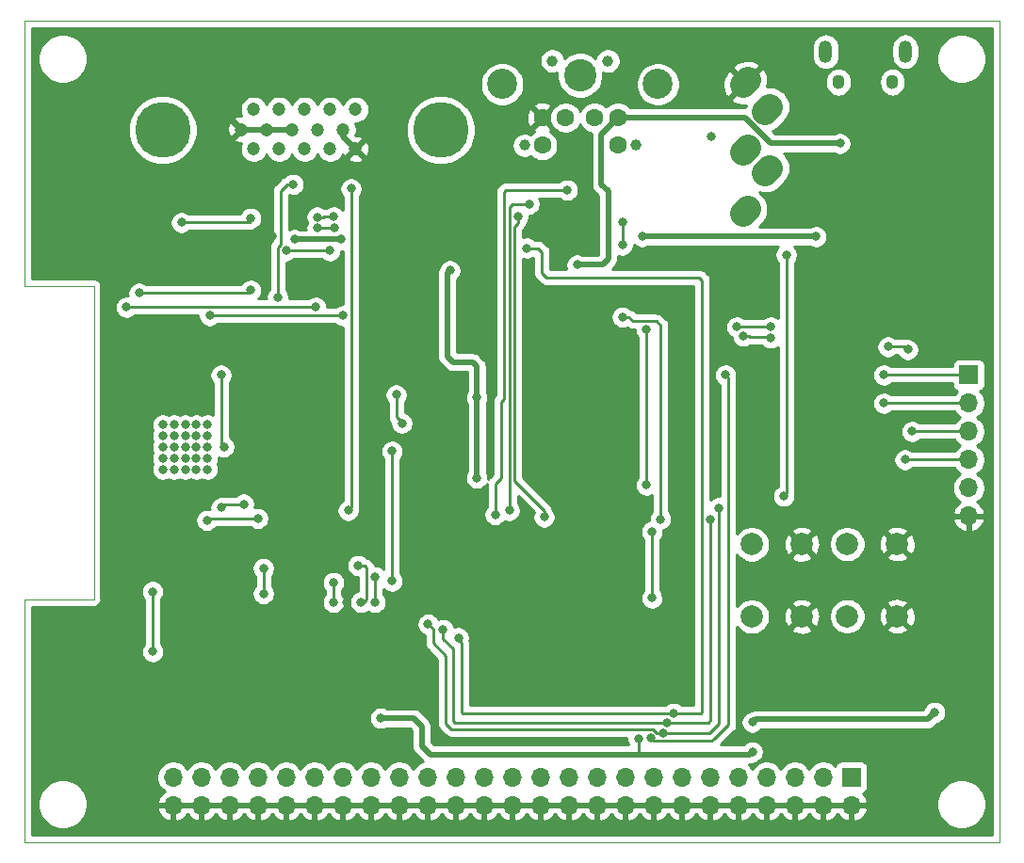
<source format=gbr>
G04 #@! TF.GenerationSoftware,KiCad,Pcbnew,(5.1.5)-3*
G04 #@! TF.CreationDate,2021-01-31T13:17:02+13:00*
G04 #@! TF.ProjectId,PocketTRS,506f636b-6574-4545-9253-2e6b69636164,rev?*
G04 #@! TF.SameCoordinates,Original*
G04 #@! TF.FileFunction,Copper,L2,Bot*
G04 #@! TF.FilePolarity,Positive*
%FSLAX46Y46*%
G04 Gerber Fmt 4.6, Leading zero omitted, Abs format (unit mm)*
G04 Created by KiCad (PCBNEW (5.1.5)-3) date 2021-01-31 13:17:02*
%MOMM*%
%LPD*%
G04 APERTURE LIST*
%ADD10C,0.050000*%
%ADD11O,1.700000X1.700000*%
%ADD12R,1.700000X1.700000*%
%ADD13C,0.800000*%
%ADD14C,2.000000*%
%ADD15C,5.001260*%
%ADD16C,1.198880*%
%ADD17C,2.400000*%
%ADD18C,1.000000*%
%ADD19C,2.900000*%
%ADD20C,2.700000*%
%ADD21C,1.600000*%
%ADD22O,1.200000X2.000000*%
%ADD23O,1.100000X1.300000*%
%ADD24C,0.250000*%
%ADD25C,0.500000*%
%ADD26C,0.254000*%
G04 APERTURE END LIST*
D10*
X165100000Y-135890000D02*
X165100000Y-114046000D01*
X165100000Y-64770000D02*
X165100000Y-85852000D01*
X171323000Y-85852000D02*
X171323000Y-90805000D01*
X171323000Y-85852000D02*
X165100000Y-85852000D01*
X171323000Y-114046000D02*
X171323000Y-90805000D01*
X165100000Y-114046000D02*
X171323000Y-114046000D01*
X252730000Y-64770000D02*
X252730000Y-61976000D01*
X165100000Y-61976000D02*
X165100000Y-64770000D01*
X252730000Y-135890000D02*
X165100000Y-135890000D01*
X252730000Y-64770000D02*
X252730000Y-135890000D01*
X165100000Y-61976000D02*
X252730000Y-61976000D01*
D11*
X178435000Y-132588000D03*
X178435000Y-130048000D03*
X180975000Y-132588000D03*
X180975000Y-130048000D03*
X183515000Y-132588000D03*
X183515000Y-130048000D03*
X186055000Y-132588000D03*
X186055000Y-130048000D03*
X188595000Y-132588000D03*
X188595000Y-130048000D03*
X191135000Y-132588000D03*
X191135000Y-130048000D03*
X193675000Y-132588000D03*
X193675000Y-130048000D03*
X196215000Y-132588000D03*
X196215000Y-130048000D03*
X198755000Y-132588000D03*
X198755000Y-130048000D03*
X201295000Y-132588000D03*
X201295000Y-130048000D03*
X203835000Y-132588000D03*
X203835000Y-130048000D03*
X206375000Y-132588000D03*
X206375000Y-130048000D03*
X208915000Y-132588000D03*
X208915000Y-130048000D03*
X211455000Y-132588000D03*
X211455000Y-130048000D03*
X213995000Y-132588000D03*
X213995000Y-130048000D03*
X216535000Y-132588000D03*
X216535000Y-130048000D03*
X219075000Y-132588000D03*
X219075000Y-130048000D03*
X221615000Y-132588000D03*
X221615000Y-130048000D03*
X224155000Y-132588000D03*
X224155000Y-130048000D03*
X226695000Y-132588000D03*
X226695000Y-130048000D03*
X229235000Y-132588000D03*
X229235000Y-130048000D03*
X231775000Y-132588000D03*
X231775000Y-130048000D03*
X234315000Y-132588000D03*
X234315000Y-130048000D03*
X236855000Y-132588000D03*
X236855000Y-130048000D03*
X239395000Y-132588000D03*
D12*
X239395000Y-130048000D03*
D13*
X177524000Y-98349000D03*
X178524000Y-98349000D03*
X179524000Y-98349000D03*
X180524000Y-98349000D03*
X181524000Y-98349000D03*
X177524000Y-100349000D03*
X178524000Y-100349000D03*
X179524000Y-100349000D03*
X180524000Y-100349000D03*
X181524000Y-100349000D03*
X181524000Y-99349000D03*
X180524000Y-99349000D03*
X179524000Y-99349000D03*
X178524000Y-99349000D03*
X177524000Y-99349000D03*
X177524000Y-101349000D03*
X178524000Y-101349000D03*
X179524000Y-101349000D03*
X180524000Y-101349000D03*
X181524000Y-101349000D03*
X181524000Y-102349000D03*
X180524000Y-102349000D03*
X179524000Y-102349000D03*
X178524000Y-102349000D03*
X177524000Y-102349000D03*
D11*
X249936000Y-106553000D03*
X249936000Y-104013000D03*
X249936000Y-101473000D03*
X249936000Y-98933000D03*
X249936000Y-96393000D03*
D12*
X249936000Y-93853000D03*
D14*
X230450000Y-109093000D03*
X234950000Y-109093000D03*
X230450000Y-115593000D03*
X234950000Y-115593000D03*
X239014000Y-109070000D03*
X243514000Y-109070000D03*
X239014000Y-115570000D03*
X243514000Y-115570000D03*
D15*
X177497740Y-71813420D03*
D16*
X190258700Y-73532400D03*
X187972700Y-73532400D03*
X185681620Y-73532400D03*
X192552320Y-73532400D03*
X194840860Y-73532400D03*
X191427100Y-71767700D03*
X189128400Y-71767700D03*
X186829700Y-71767700D03*
X184536080Y-71767700D03*
D15*
X202486260Y-71813420D03*
D16*
X193700400Y-71767700D03*
X185681620Y-69976400D03*
X187972700Y-69976400D03*
X190261240Y-69976400D03*
X192552320Y-69976400D03*
X194843400Y-69976400D03*
D17*
X229657868Y-67776132D02*
X230082132Y-67351868D01*
X231657868Y-70176132D02*
X232082132Y-69751868D01*
X231657868Y-75676132D02*
X232082132Y-75251868D01*
X229657868Y-79376132D02*
X230082132Y-78951868D01*
X229657868Y-73876132D02*
X230082132Y-73451868D01*
D18*
X212511000Y-65603000D03*
X217511000Y-65603000D03*
D19*
X215011000Y-66903000D03*
D20*
X208011000Y-67703000D03*
X222011000Y-67703000D03*
D18*
X210011000Y-73203000D03*
X220011000Y-73203000D03*
D21*
X213711000Y-70703000D03*
X216311000Y-70703000D03*
X211611000Y-70703000D03*
X218411000Y-70703000D03*
X211611000Y-73203000D03*
X218411000Y-73203000D03*
D22*
X244240000Y-64770000D03*
X237090000Y-64770000D03*
D23*
X243090000Y-67520000D03*
X238240000Y-67520000D03*
D13*
X226822000Y-72390000D03*
X220980000Y-89789000D03*
X220980000Y-103759000D03*
X244729000Y-86868000D03*
X246888000Y-72390000D03*
X242965000Y-72404000D03*
X236220000Y-82804000D03*
X223774000Y-82804000D03*
X222777000Y-113696700D03*
X194000000Y-114330600D03*
X186715400Y-85902800D03*
X189966000Y-85902200D03*
X186944000Y-76327000D03*
X220853000Y-121031000D03*
X200088500Y-81407000D03*
X224663000Y-99695000D03*
X239395000Y-69469000D03*
X233045000Y-127762000D03*
X187340999Y-81391001D03*
X172614000Y-111612000D03*
X186436000Y-123063000D03*
X190373000Y-111000000D03*
X227330000Y-99695000D03*
X230632000Y-96139000D03*
X189865000Y-114046000D03*
X169926000Y-122301000D03*
X174117000Y-127508000D03*
X238379000Y-73025000D03*
X214757000Y-83947000D03*
X220252000Y-126588074D03*
X197104000Y-124736000D03*
X230505000Y-127762000D03*
X230505000Y-125095000D03*
X246888000Y-124206000D03*
X236220000Y-81407000D03*
X220599000Y-81407000D03*
X189357000Y-81661000D03*
X193548000Y-81661000D03*
X203327000Y-84455000D03*
X205740000Y-103124000D03*
X205740000Y-95885000D03*
X213868000Y-77216000D03*
X186055000Y-106770000D03*
X181483000Y-106934000D03*
X207391000Y-106426000D03*
X210439000Y-78486000D03*
X184785000Y-105477961D03*
X182753000Y-105791000D03*
X208661000Y-106045000D03*
X194437000Y-77089000D03*
X194183000Y-106045000D03*
X229108000Y-89535000D03*
X232156000Y-89535000D03*
X244221000Y-101473000D03*
X229662701Y-90367051D03*
X232156000Y-90535003D03*
X242697000Y-91313000D03*
X244475000Y-91567000D03*
X244856000Y-98933000D03*
X221488000Y-113919000D03*
X221488000Y-107950000D03*
X176593500Y-113347500D03*
X176610000Y-118745000D03*
X198501000Y-95631000D03*
X199009000Y-98203010D03*
X181737000Y-88519000D03*
X193712000Y-88519000D03*
X223427000Y-124299000D03*
X210232000Y-82439500D03*
X204089000Y-117500980D03*
X188595000Y-82677000D03*
X192532000Y-82677000D03*
X175387000Y-86487000D03*
X185420000Y-86233000D03*
X185420000Y-79756000D03*
X179197000Y-80137000D03*
X191262000Y-87757000D03*
X174244000Y-87757000D03*
X233553000Y-83058000D03*
X233321039Y-104752961D03*
X182753000Y-93853000D03*
X183007000Y-100330000D03*
X198120000Y-100711000D03*
X198120000Y-112395000D03*
X192843062Y-112513112D03*
X192843062Y-114300000D03*
X221364840Y-126526260D03*
X228092000Y-93853000D03*
X222864178Y-125125580D03*
X202692000Y-116750000D03*
X191389000Y-80655005D03*
X192902995Y-80655005D03*
X218821000Y-80137000D03*
X218821000Y-82169000D03*
X218821000Y-88646000D03*
X222250000Y-106827991D03*
X226752990Y-106864990D03*
X195072000Y-111000001D03*
X195326000Y-114300000D03*
X222477272Y-126047701D03*
X201361368Y-116265033D03*
X211788500Y-106632500D03*
X191389000Y-79655002D03*
X192876000Y-79629000D03*
X209423000Y-79629000D03*
X227477990Y-105811990D03*
X196596000Y-112014000D03*
X196596000Y-114300000D03*
X186563000Y-113538000D03*
X186563000Y-111252000D03*
X242316000Y-96393000D03*
X242316000Y-93853000D03*
X189230000Y-76708000D03*
X187833000Y-86868000D03*
D24*
X220980000Y-103759000D02*
X220980000Y-89789000D01*
X220980000Y-104013000D02*
X220980000Y-103759000D01*
D25*
X184536080Y-71767700D02*
X186829700Y-71767700D01*
X186829700Y-71767700D02*
X189128400Y-71767700D01*
X193700400Y-72391940D02*
X194840860Y-73532400D01*
X193700400Y-71767700D02*
X193700400Y-72391940D01*
D24*
X220252000Y-127982000D02*
X220252000Y-126588074D01*
X220218000Y-128016000D02*
X220252000Y-127982000D01*
D25*
X228854000Y-128016000D02*
X220218000Y-128016000D01*
X218411000Y-70703000D02*
X216916000Y-72198000D01*
X216916000Y-72198000D02*
X216916000Y-76708000D01*
X216916000Y-76708000D02*
X217551000Y-77343000D01*
X217551000Y-77343000D02*
X217551000Y-83439000D01*
X217043000Y-83947000D02*
X214757000Y-83947000D01*
X217551000Y-83439000D02*
X217043000Y-83947000D01*
X237813315Y-73025000D02*
X238379000Y-73025000D01*
X232173268Y-73025000D02*
X237813315Y-73025000D01*
X229851268Y-70703000D02*
X232173268Y-73025000D01*
X218411000Y-70703000D02*
X229851268Y-70703000D01*
X228854000Y-128016000D02*
X230251000Y-128016000D01*
X230251000Y-128016000D02*
X230505000Y-127762000D01*
X243332000Y-124841000D02*
X230759000Y-124841000D01*
X230759000Y-124841000D02*
X230505000Y-125095000D01*
X201549000Y-128016000D02*
X220218000Y-128016000D01*
X200787000Y-127254000D02*
X201549000Y-128016000D01*
X197104000Y-124736000D02*
X200047000Y-124736000D01*
X200787000Y-125476000D02*
X200787000Y-127254000D01*
X200047000Y-124736000D02*
X200787000Y-125476000D01*
X243332000Y-124841000D02*
X246253000Y-124841000D01*
X246253000Y-124841000D02*
X246888000Y-124206000D01*
X236220000Y-81407000D02*
X220599000Y-81407000D01*
X189293500Y-81597500D02*
X189357000Y-81661000D01*
X189357000Y-81661000D02*
X193548000Y-81661000D01*
X205740000Y-103124000D02*
X205740000Y-102558315D01*
X205740000Y-102558315D02*
X205740000Y-95885000D01*
X205740000Y-93091000D02*
X205359000Y-92710000D01*
X203581000Y-92710000D02*
X203073000Y-92202000D01*
X205740000Y-95885000D02*
X205740000Y-93091000D01*
X205359000Y-92710000D02*
X203581000Y-92710000D01*
X203073000Y-84709000D02*
X203327000Y-84455000D01*
X203073000Y-92202000D02*
X203073000Y-84709000D01*
D24*
X186055000Y-106770000D02*
X181647000Y-106770000D01*
X181647000Y-106770000D02*
X181483000Y-106934000D01*
X207391000Y-103632000D02*
X207899000Y-103124000D01*
X208343500Y-77216000D02*
X213868000Y-77216000D01*
X207391000Y-106426000D02*
X207391000Y-103632000D01*
X207899000Y-103124000D02*
X207899000Y-96266000D01*
X207899000Y-96266000D02*
X208153000Y-96012000D01*
X208153000Y-77406500D02*
X208343500Y-77216000D01*
X208153000Y-96012000D02*
X208153000Y-77406500D01*
X184785000Y-105477961D02*
X183066039Y-105477961D01*
X183066039Y-105477961D02*
X182753000Y-105791000D01*
X208915000Y-78486000D02*
X210439000Y-78486000D01*
X208661000Y-106045000D02*
X208661000Y-78740000D01*
X208661000Y-78740000D02*
X208915000Y-78486000D01*
X194437000Y-78162685D02*
X194437000Y-82804000D01*
X194437000Y-77089000D02*
X194437000Y-78162685D01*
X194437000Y-82804000D02*
X194437000Y-105791000D01*
X194437000Y-105791000D02*
X194183000Y-106045000D01*
X229108000Y-89535000D02*
X232156000Y-89535000D01*
X244221000Y-101473000D02*
X249936000Y-101473000D01*
X230228386Y-90367051D02*
X230285335Y-90424000D01*
X229662701Y-90367051D02*
X230228386Y-90367051D01*
X230285335Y-90424000D02*
X232044997Y-90424000D01*
X232044997Y-90424000D02*
X232156000Y-90535003D01*
X242697000Y-91313000D02*
X244221000Y-91313000D01*
X244221000Y-91313000D02*
X244475000Y-91567000D01*
X245421685Y-98933000D02*
X249936000Y-98933000D01*
X244856000Y-98933000D02*
X245421685Y-98933000D01*
X221488000Y-113919000D02*
X221488000Y-107950000D01*
X176610000Y-113364000D02*
X176593500Y-113347500D01*
X176610000Y-117522000D02*
X176610000Y-113364000D01*
X176610000Y-117522000D02*
X176610000Y-118745000D01*
X198501000Y-95631000D02*
X198501000Y-97663000D01*
X198501000Y-97663000D02*
X199009000Y-98171000D01*
X199009000Y-98171000D02*
X199009000Y-98203010D01*
X181737000Y-88519000D02*
X193802000Y-88519000D01*
X193802000Y-88519000D02*
X193712000Y-88519000D01*
X223427000Y-124299000D02*
X225903500Y-124299000D01*
X225903500Y-124299000D02*
X225996500Y-124206000D01*
X225996500Y-124206000D02*
X225996500Y-114427000D01*
X225996500Y-114427000D02*
X225996500Y-85344000D01*
X225996500Y-85344000D02*
X225742500Y-85090000D01*
X210232000Y-82439500D02*
X211217500Y-82439500D01*
X211217500Y-82439500D02*
X211582000Y-82804000D01*
X211582000Y-82804000D02*
X211582000Y-84709000D01*
X225742500Y-85090000D02*
X211963000Y-85090000D01*
X211582000Y-84709000D02*
X211963000Y-85090000D01*
X223427000Y-124299000D02*
X204436000Y-124299000D01*
X204436000Y-124299000D02*
X204343000Y-124206000D01*
X204343000Y-124206000D02*
X204343000Y-120777000D01*
X204343000Y-120777000D02*
X204343000Y-117983000D01*
X204343000Y-117983000D02*
X204089000Y-117729000D01*
X204089000Y-117729000D02*
X204089000Y-117500980D01*
X191966315Y-82677000D02*
X188595000Y-82677000D01*
X192532000Y-82677000D02*
X191966315Y-82677000D01*
X175387000Y-86487000D02*
X185166000Y-86487000D01*
X185166000Y-86487000D02*
X185420000Y-86233000D01*
X185420000Y-79756000D02*
X185420000Y-80010000D01*
X185420000Y-80010000D02*
X185293000Y-80137000D01*
X185293000Y-80137000D02*
X183642000Y-80137000D01*
X179197000Y-80137000D02*
X183642000Y-80137000D01*
X191262000Y-87757000D02*
X174244000Y-87757000D01*
X233553000Y-104521000D02*
X233553000Y-103759000D01*
X233321039Y-104752961D02*
X233321039Y-104752961D01*
X233553000Y-104267000D02*
X233553000Y-103759000D01*
X233553000Y-103759000D02*
X233553000Y-83058000D01*
X233321039Y-104752961D02*
X233553000Y-104521000D01*
X182753000Y-93853000D02*
X182753000Y-94418685D01*
X182753000Y-94418685D02*
X182753000Y-100076000D01*
X182753000Y-100076000D02*
X183007000Y-100330000D01*
X198120000Y-100711000D02*
X198120000Y-101276685D01*
X198120000Y-101276685D02*
X198120000Y-112649000D01*
X192843062Y-112513112D02*
X192843062Y-114300000D01*
X228346000Y-125349000D02*
X228346000Y-116078000D01*
X227076000Y-126619000D02*
X228346000Y-125349000D01*
X226795298Y-126772702D02*
X227076000Y-126619000D01*
X221364840Y-126526260D02*
X221611282Y-126772702D01*
X221611282Y-126772702D02*
X226795298Y-126772702D01*
X228346000Y-116078000D02*
X228346000Y-94488000D01*
X228346000Y-94488000D02*
X228346000Y-94488000D01*
X228346000Y-94488000D02*
X228346000Y-94107000D01*
X228346000Y-94107000D02*
X228092000Y-93853000D01*
X228092000Y-93853000D02*
X228092000Y-93853000D01*
X226752990Y-116147010D02*
X226752990Y-124910010D01*
X226537420Y-125125580D02*
X222864178Y-125125580D01*
X226752990Y-124910010D02*
X226537420Y-125125580D01*
X226752990Y-116147010D02*
X226752990Y-115258010D01*
X226752990Y-115258010D02*
X226752990Y-114623010D01*
X203798001Y-125185001D02*
X203581000Y-124968000D01*
X222864178Y-125125580D02*
X222298493Y-125125580D01*
X222298493Y-125125580D02*
X222239072Y-125185001D01*
X222239072Y-125185001D02*
X203798001Y-125185001D01*
X203581000Y-124968000D02*
X203581000Y-118491000D01*
X203581000Y-118491000D02*
X202692000Y-117602000D01*
X202692000Y-117602000D02*
X202692000Y-116750000D01*
X191389000Y-80655005D02*
X192902995Y-80655005D01*
X218821000Y-80137000D02*
X218821000Y-80702685D01*
X218821000Y-80702685D02*
X218821000Y-82169000D01*
X219386685Y-88646000D02*
X219767685Y-89027000D01*
X218821000Y-88646000D02*
X219386685Y-88646000D01*
X219767685Y-89027000D02*
X221869000Y-89027000D01*
X221869000Y-89027000D02*
X222250000Y-89408000D01*
X222250000Y-89408000D02*
X222250000Y-106553000D01*
X222250000Y-106553000D02*
X222250000Y-106827991D01*
X226752990Y-114623010D02*
X226752990Y-106864990D01*
X195637685Y-111000001D02*
X195072000Y-111000001D01*
X195834000Y-114046000D02*
X195834000Y-111196316D01*
X195834000Y-111196316D02*
X195637685Y-111000001D01*
X195326000Y-114300000D02*
X195580000Y-114300000D01*
X195580000Y-114300000D02*
X195834000Y-114046000D01*
X227477990Y-115443000D02*
X227477990Y-125201010D01*
X226631299Y-126047701D02*
X222477272Y-126047701D01*
X227477990Y-125201010D02*
X226631299Y-126047701D01*
X221593886Y-125730000D02*
X221911587Y-126047701D01*
X203454000Y-125730000D02*
X221593886Y-125730000D01*
X201803000Y-116713000D02*
X201803000Y-117983000D01*
X201361368Y-116271368D02*
X201803000Y-116713000D01*
X202946000Y-119126000D02*
X202946000Y-125222000D01*
X221911587Y-126047701D02*
X222477272Y-126047701D01*
X202946000Y-125222000D02*
X203454000Y-125730000D01*
X201361368Y-116265033D02*
X201361368Y-116271368D01*
X201803000Y-117983000D02*
X202946000Y-119126000D01*
X191954685Y-79655002D02*
X191980687Y-79629000D01*
X191389000Y-79655002D02*
X191954685Y-79655002D01*
X191980687Y-79629000D02*
X192876000Y-79629000D01*
X211788500Y-106066815D02*
X211788500Y-106632500D01*
X209111010Y-80506675D02*
X209111010Y-103389325D01*
X209423000Y-80194685D02*
X209111010Y-80506675D01*
X209111010Y-103389325D02*
X211788500Y-106066815D01*
X209423000Y-79629000D02*
X209423000Y-80194685D01*
X227477990Y-115443000D02*
X227477990Y-105811990D01*
X196596000Y-112014000D02*
X196596000Y-114427000D01*
X186563000Y-113538000D02*
X186563000Y-111252000D01*
X249936000Y-96393000D02*
X242316000Y-96393000D01*
X249936000Y-93853000D02*
X248836000Y-93853000D01*
X248836000Y-93853000D02*
X242316000Y-93853000D01*
X188664315Y-76708000D02*
X188087000Y-77285315D01*
X189230000Y-76708000D02*
X188664315Y-76708000D01*
X188087000Y-82111998D02*
X187833000Y-82365998D01*
X188087000Y-77285315D02*
X188087000Y-82111998D01*
X187833000Y-82365998D02*
X187833000Y-86741000D01*
D26*
G36*
X252070000Y-64737581D02*
G01*
X252070000Y-64737582D01*
X252070001Y-135230000D01*
X165760000Y-135230000D01*
X165760000Y-132240872D01*
X166294000Y-132240872D01*
X166294000Y-132681128D01*
X166379890Y-133112925D01*
X166548369Y-133519669D01*
X166792962Y-133885729D01*
X167104271Y-134197038D01*
X167470331Y-134441631D01*
X167877075Y-134610110D01*
X168308872Y-134696000D01*
X168749128Y-134696000D01*
X169180925Y-134610110D01*
X169587669Y-134441631D01*
X169953729Y-134197038D01*
X170265038Y-133885729D01*
X170509631Y-133519669D01*
X170678110Y-133112925D01*
X170711534Y-132944891D01*
X176993519Y-132944891D01*
X177090843Y-133219252D01*
X177239822Y-133469355D01*
X177434731Y-133685588D01*
X177668080Y-133859641D01*
X177930901Y-133984825D01*
X178078110Y-134029476D01*
X178308000Y-133908155D01*
X178308000Y-132715000D01*
X178562000Y-132715000D01*
X178562000Y-133908155D01*
X178791890Y-134029476D01*
X178939099Y-133984825D01*
X179201920Y-133859641D01*
X179435269Y-133685588D01*
X179630178Y-133469355D01*
X179705000Y-133343745D01*
X179779822Y-133469355D01*
X179974731Y-133685588D01*
X180208080Y-133859641D01*
X180470901Y-133984825D01*
X180618110Y-134029476D01*
X180848000Y-133908155D01*
X180848000Y-132715000D01*
X181102000Y-132715000D01*
X181102000Y-133908155D01*
X181331890Y-134029476D01*
X181479099Y-133984825D01*
X181741920Y-133859641D01*
X181975269Y-133685588D01*
X182170178Y-133469355D01*
X182245000Y-133343745D01*
X182319822Y-133469355D01*
X182514731Y-133685588D01*
X182748080Y-133859641D01*
X183010901Y-133984825D01*
X183158110Y-134029476D01*
X183388000Y-133908155D01*
X183388000Y-132715000D01*
X183642000Y-132715000D01*
X183642000Y-133908155D01*
X183871890Y-134029476D01*
X184019099Y-133984825D01*
X184281920Y-133859641D01*
X184515269Y-133685588D01*
X184710178Y-133469355D01*
X184785000Y-133343745D01*
X184859822Y-133469355D01*
X185054731Y-133685588D01*
X185288080Y-133859641D01*
X185550901Y-133984825D01*
X185698110Y-134029476D01*
X185928000Y-133908155D01*
X185928000Y-132715000D01*
X186182000Y-132715000D01*
X186182000Y-133908155D01*
X186411890Y-134029476D01*
X186559099Y-133984825D01*
X186821920Y-133859641D01*
X187055269Y-133685588D01*
X187250178Y-133469355D01*
X187325000Y-133343745D01*
X187399822Y-133469355D01*
X187594731Y-133685588D01*
X187828080Y-133859641D01*
X188090901Y-133984825D01*
X188238110Y-134029476D01*
X188468000Y-133908155D01*
X188468000Y-132715000D01*
X188722000Y-132715000D01*
X188722000Y-133908155D01*
X188951890Y-134029476D01*
X189099099Y-133984825D01*
X189361920Y-133859641D01*
X189595269Y-133685588D01*
X189790178Y-133469355D01*
X189865000Y-133343745D01*
X189939822Y-133469355D01*
X190134731Y-133685588D01*
X190368080Y-133859641D01*
X190630901Y-133984825D01*
X190778110Y-134029476D01*
X191008000Y-133908155D01*
X191008000Y-132715000D01*
X191262000Y-132715000D01*
X191262000Y-133908155D01*
X191491890Y-134029476D01*
X191639099Y-133984825D01*
X191901920Y-133859641D01*
X192135269Y-133685588D01*
X192330178Y-133469355D01*
X192405000Y-133343745D01*
X192479822Y-133469355D01*
X192674731Y-133685588D01*
X192908080Y-133859641D01*
X193170901Y-133984825D01*
X193318110Y-134029476D01*
X193548000Y-133908155D01*
X193548000Y-132715000D01*
X193802000Y-132715000D01*
X193802000Y-133908155D01*
X194031890Y-134029476D01*
X194179099Y-133984825D01*
X194441920Y-133859641D01*
X194675269Y-133685588D01*
X194870178Y-133469355D01*
X194945000Y-133343745D01*
X195019822Y-133469355D01*
X195214731Y-133685588D01*
X195448080Y-133859641D01*
X195710901Y-133984825D01*
X195858110Y-134029476D01*
X196088000Y-133908155D01*
X196088000Y-132715000D01*
X196342000Y-132715000D01*
X196342000Y-133908155D01*
X196571890Y-134029476D01*
X196719099Y-133984825D01*
X196981920Y-133859641D01*
X197215269Y-133685588D01*
X197410178Y-133469355D01*
X197485000Y-133343745D01*
X197559822Y-133469355D01*
X197754731Y-133685588D01*
X197988080Y-133859641D01*
X198250901Y-133984825D01*
X198398110Y-134029476D01*
X198628000Y-133908155D01*
X198628000Y-132715000D01*
X198882000Y-132715000D01*
X198882000Y-133908155D01*
X199111890Y-134029476D01*
X199259099Y-133984825D01*
X199521920Y-133859641D01*
X199755269Y-133685588D01*
X199950178Y-133469355D01*
X200025000Y-133343745D01*
X200099822Y-133469355D01*
X200294731Y-133685588D01*
X200528080Y-133859641D01*
X200790901Y-133984825D01*
X200938110Y-134029476D01*
X201168000Y-133908155D01*
X201168000Y-132715000D01*
X201422000Y-132715000D01*
X201422000Y-133908155D01*
X201651890Y-134029476D01*
X201799099Y-133984825D01*
X202061920Y-133859641D01*
X202295269Y-133685588D01*
X202490178Y-133469355D01*
X202565000Y-133343745D01*
X202639822Y-133469355D01*
X202834731Y-133685588D01*
X203068080Y-133859641D01*
X203330901Y-133984825D01*
X203478110Y-134029476D01*
X203708000Y-133908155D01*
X203708000Y-132715000D01*
X203962000Y-132715000D01*
X203962000Y-133908155D01*
X204191890Y-134029476D01*
X204339099Y-133984825D01*
X204601920Y-133859641D01*
X204835269Y-133685588D01*
X205030178Y-133469355D01*
X205105000Y-133343745D01*
X205179822Y-133469355D01*
X205374731Y-133685588D01*
X205608080Y-133859641D01*
X205870901Y-133984825D01*
X206018110Y-134029476D01*
X206248000Y-133908155D01*
X206248000Y-132715000D01*
X206502000Y-132715000D01*
X206502000Y-133908155D01*
X206731890Y-134029476D01*
X206879099Y-133984825D01*
X207141920Y-133859641D01*
X207375269Y-133685588D01*
X207570178Y-133469355D01*
X207645000Y-133343745D01*
X207719822Y-133469355D01*
X207914731Y-133685588D01*
X208148080Y-133859641D01*
X208410901Y-133984825D01*
X208558110Y-134029476D01*
X208788000Y-133908155D01*
X208788000Y-132715000D01*
X209042000Y-132715000D01*
X209042000Y-133908155D01*
X209271890Y-134029476D01*
X209419099Y-133984825D01*
X209681920Y-133859641D01*
X209915269Y-133685588D01*
X210110178Y-133469355D01*
X210185000Y-133343745D01*
X210259822Y-133469355D01*
X210454731Y-133685588D01*
X210688080Y-133859641D01*
X210950901Y-133984825D01*
X211098110Y-134029476D01*
X211328000Y-133908155D01*
X211328000Y-132715000D01*
X211582000Y-132715000D01*
X211582000Y-133908155D01*
X211811890Y-134029476D01*
X211959099Y-133984825D01*
X212221920Y-133859641D01*
X212455269Y-133685588D01*
X212650178Y-133469355D01*
X212725000Y-133343745D01*
X212799822Y-133469355D01*
X212994731Y-133685588D01*
X213228080Y-133859641D01*
X213490901Y-133984825D01*
X213638110Y-134029476D01*
X213868000Y-133908155D01*
X213868000Y-132715000D01*
X214122000Y-132715000D01*
X214122000Y-133908155D01*
X214351890Y-134029476D01*
X214499099Y-133984825D01*
X214761920Y-133859641D01*
X214995269Y-133685588D01*
X215190178Y-133469355D01*
X215265000Y-133343745D01*
X215339822Y-133469355D01*
X215534731Y-133685588D01*
X215768080Y-133859641D01*
X216030901Y-133984825D01*
X216178110Y-134029476D01*
X216408000Y-133908155D01*
X216408000Y-132715000D01*
X216662000Y-132715000D01*
X216662000Y-133908155D01*
X216891890Y-134029476D01*
X217039099Y-133984825D01*
X217301920Y-133859641D01*
X217535269Y-133685588D01*
X217730178Y-133469355D01*
X217805000Y-133343745D01*
X217879822Y-133469355D01*
X218074731Y-133685588D01*
X218308080Y-133859641D01*
X218570901Y-133984825D01*
X218718110Y-134029476D01*
X218948000Y-133908155D01*
X218948000Y-132715000D01*
X219202000Y-132715000D01*
X219202000Y-133908155D01*
X219431890Y-134029476D01*
X219579099Y-133984825D01*
X219841920Y-133859641D01*
X220075269Y-133685588D01*
X220270178Y-133469355D01*
X220345000Y-133343745D01*
X220419822Y-133469355D01*
X220614731Y-133685588D01*
X220848080Y-133859641D01*
X221110901Y-133984825D01*
X221258110Y-134029476D01*
X221488000Y-133908155D01*
X221488000Y-132715000D01*
X221742000Y-132715000D01*
X221742000Y-133908155D01*
X221971890Y-134029476D01*
X222119099Y-133984825D01*
X222381920Y-133859641D01*
X222615269Y-133685588D01*
X222810178Y-133469355D01*
X222885000Y-133343745D01*
X222959822Y-133469355D01*
X223154731Y-133685588D01*
X223388080Y-133859641D01*
X223650901Y-133984825D01*
X223798110Y-134029476D01*
X224028000Y-133908155D01*
X224028000Y-132715000D01*
X224282000Y-132715000D01*
X224282000Y-133908155D01*
X224511890Y-134029476D01*
X224659099Y-133984825D01*
X224921920Y-133859641D01*
X225155269Y-133685588D01*
X225350178Y-133469355D01*
X225425000Y-133343745D01*
X225499822Y-133469355D01*
X225694731Y-133685588D01*
X225928080Y-133859641D01*
X226190901Y-133984825D01*
X226338110Y-134029476D01*
X226568000Y-133908155D01*
X226568000Y-132715000D01*
X226822000Y-132715000D01*
X226822000Y-133908155D01*
X227051890Y-134029476D01*
X227199099Y-133984825D01*
X227461920Y-133859641D01*
X227695269Y-133685588D01*
X227890178Y-133469355D01*
X227965000Y-133343745D01*
X228039822Y-133469355D01*
X228234731Y-133685588D01*
X228468080Y-133859641D01*
X228730901Y-133984825D01*
X228878110Y-134029476D01*
X229108000Y-133908155D01*
X229108000Y-132715000D01*
X229362000Y-132715000D01*
X229362000Y-133908155D01*
X229591890Y-134029476D01*
X229739099Y-133984825D01*
X230001920Y-133859641D01*
X230235269Y-133685588D01*
X230430178Y-133469355D01*
X230505000Y-133343745D01*
X230579822Y-133469355D01*
X230774731Y-133685588D01*
X231008080Y-133859641D01*
X231270901Y-133984825D01*
X231418110Y-134029476D01*
X231648000Y-133908155D01*
X231648000Y-132715000D01*
X231902000Y-132715000D01*
X231902000Y-133908155D01*
X232131890Y-134029476D01*
X232279099Y-133984825D01*
X232541920Y-133859641D01*
X232775269Y-133685588D01*
X232970178Y-133469355D01*
X233045000Y-133343745D01*
X233119822Y-133469355D01*
X233314731Y-133685588D01*
X233548080Y-133859641D01*
X233810901Y-133984825D01*
X233958110Y-134029476D01*
X234188000Y-133908155D01*
X234188000Y-132715000D01*
X234442000Y-132715000D01*
X234442000Y-133908155D01*
X234671890Y-134029476D01*
X234819099Y-133984825D01*
X235081920Y-133859641D01*
X235315269Y-133685588D01*
X235510178Y-133469355D01*
X235585000Y-133343745D01*
X235659822Y-133469355D01*
X235854731Y-133685588D01*
X236088080Y-133859641D01*
X236350901Y-133984825D01*
X236498110Y-134029476D01*
X236728000Y-133908155D01*
X236728000Y-132715000D01*
X236982000Y-132715000D01*
X236982000Y-133908155D01*
X237211890Y-134029476D01*
X237359099Y-133984825D01*
X237621920Y-133859641D01*
X237855269Y-133685588D01*
X238050178Y-133469355D01*
X238125000Y-133343745D01*
X238199822Y-133469355D01*
X238394731Y-133685588D01*
X238628080Y-133859641D01*
X238890901Y-133984825D01*
X239038110Y-134029476D01*
X239268000Y-133908155D01*
X239268000Y-132715000D01*
X239522000Y-132715000D01*
X239522000Y-133908155D01*
X239751890Y-134029476D01*
X239899099Y-133984825D01*
X240161920Y-133859641D01*
X240395269Y-133685588D01*
X240590178Y-133469355D01*
X240739157Y-133219252D01*
X240836481Y-132944891D01*
X240715814Y-132715000D01*
X239522000Y-132715000D01*
X239268000Y-132715000D01*
X236982000Y-132715000D01*
X236728000Y-132715000D01*
X234442000Y-132715000D01*
X234188000Y-132715000D01*
X231902000Y-132715000D01*
X231648000Y-132715000D01*
X229362000Y-132715000D01*
X229108000Y-132715000D01*
X226822000Y-132715000D01*
X226568000Y-132715000D01*
X224282000Y-132715000D01*
X224028000Y-132715000D01*
X221742000Y-132715000D01*
X221488000Y-132715000D01*
X219202000Y-132715000D01*
X218948000Y-132715000D01*
X216662000Y-132715000D01*
X216408000Y-132715000D01*
X214122000Y-132715000D01*
X213868000Y-132715000D01*
X211582000Y-132715000D01*
X211328000Y-132715000D01*
X209042000Y-132715000D01*
X208788000Y-132715000D01*
X206502000Y-132715000D01*
X206248000Y-132715000D01*
X203962000Y-132715000D01*
X203708000Y-132715000D01*
X201422000Y-132715000D01*
X201168000Y-132715000D01*
X198882000Y-132715000D01*
X198628000Y-132715000D01*
X196342000Y-132715000D01*
X196088000Y-132715000D01*
X193802000Y-132715000D01*
X193548000Y-132715000D01*
X191262000Y-132715000D01*
X191008000Y-132715000D01*
X188722000Y-132715000D01*
X188468000Y-132715000D01*
X186182000Y-132715000D01*
X185928000Y-132715000D01*
X183642000Y-132715000D01*
X183388000Y-132715000D01*
X181102000Y-132715000D01*
X180848000Y-132715000D01*
X178562000Y-132715000D01*
X178308000Y-132715000D01*
X177114186Y-132715000D01*
X176993519Y-132944891D01*
X170711534Y-132944891D01*
X170764000Y-132681128D01*
X170764000Y-132240872D01*
X170678110Y-131809075D01*
X170509631Y-131402331D01*
X170265038Y-131036271D01*
X169953729Y-130724962D01*
X169587669Y-130480369D01*
X169180925Y-130311890D01*
X168749128Y-130226000D01*
X168308872Y-130226000D01*
X167877075Y-130311890D01*
X167470331Y-130480369D01*
X167104271Y-130724962D01*
X166792962Y-131036271D01*
X166548369Y-131402331D01*
X166379890Y-131809075D01*
X166294000Y-132240872D01*
X165760000Y-132240872D01*
X165760000Y-129901740D01*
X176950000Y-129901740D01*
X176950000Y-130194260D01*
X177007068Y-130481158D01*
X177119010Y-130751411D01*
X177281525Y-130994632D01*
X177488368Y-131201475D01*
X177664406Y-131319100D01*
X177434731Y-131490412D01*
X177239822Y-131706645D01*
X177090843Y-131956748D01*
X176993519Y-132231109D01*
X177114186Y-132461000D01*
X178308000Y-132461000D01*
X178308000Y-132441000D01*
X178562000Y-132441000D01*
X178562000Y-132461000D01*
X180848000Y-132461000D01*
X180848000Y-132441000D01*
X181102000Y-132441000D01*
X181102000Y-132461000D01*
X183388000Y-132461000D01*
X183388000Y-132441000D01*
X183642000Y-132441000D01*
X183642000Y-132461000D01*
X185928000Y-132461000D01*
X185928000Y-132441000D01*
X186182000Y-132441000D01*
X186182000Y-132461000D01*
X188468000Y-132461000D01*
X188468000Y-132441000D01*
X188722000Y-132441000D01*
X188722000Y-132461000D01*
X191008000Y-132461000D01*
X191008000Y-132441000D01*
X191262000Y-132441000D01*
X191262000Y-132461000D01*
X193548000Y-132461000D01*
X193548000Y-132441000D01*
X193802000Y-132441000D01*
X193802000Y-132461000D01*
X196088000Y-132461000D01*
X196088000Y-132441000D01*
X196342000Y-132441000D01*
X196342000Y-132461000D01*
X198628000Y-132461000D01*
X198628000Y-132441000D01*
X198882000Y-132441000D01*
X198882000Y-132461000D01*
X201168000Y-132461000D01*
X201168000Y-132441000D01*
X201422000Y-132441000D01*
X201422000Y-132461000D01*
X203708000Y-132461000D01*
X203708000Y-132441000D01*
X203962000Y-132441000D01*
X203962000Y-132461000D01*
X206248000Y-132461000D01*
X206248000Y-132441000D01*
X206502000Y-132441000D01*
X206502000Y-132461000D01*
X208788000Y-132461000D01*
X208788000Y-132441000D01*
X209042000Y-132441000D01*
X209042000Y-132461000D01*
X211328000Y-132461000D01*
X211328000Y-132441000D01*
X211582000Y-132441000D01*
X211582000Y-132461000D01*
X213868000Y-132461000D01*
X213868000Y-132441000D01*
X214122000Y-132441000D01*
X214122000Y-132461000D01*
X216408000Y-132461000D01*
X216408000Y-132441000D01*
X216662000Y-132441000D01*
X216662000Y-132461000D01*
X218948000Y-132461000D01*
X218948000Y-132441000D01*
X219202000Y-132441000D01*
X219202000Y-132461000D01*
X221488000Y-132461000D01*
X221488000Y-132441000D01*
X221742000Y-132441000D01*
X221742000Y-132461000D01*
X224028000Y-132461000D01*
X224028000Y-132441000D01*
X224282000Y-132441000D01*
X224282000Y-132461000D01*
X226568000Y-132461000D01*
X226568000Y-132441000D01*
X226822000Y-132441000D01*
X226822000Y-132461000D01*
X229108000Y-132461000D01*
X229108000Y-132441000D01*
X229362000Y-132441000D01*
X229362000Y-132461000D01*
X231648000Y-132461000D01*
X231648000Y-132441000D01*
X231902000Y-132441000D01*
X231902000Y-132461000D01*
X234188000Y-132461000D01*
X234188000Y-132441000D01*
X234442000Y-132441000D01*
X234442000Y-132461000D01*
X236728000Y-132461000D01*
X236728000Y-132441000D01*
X236982000Y-132441000D01*
X236982000Y-132461000D01*
X239268000Y-132461000D01*
X239268000Y-132441000D01*
X239522000Y-132441000D01*
X239522000Y-132461000D01*
X240715814Y-132461000D01*
X240831356Y-132240872D01*
X247066000Y-132240872D01*
X247066000Y-132681128D01*
X247151890Y-133112925D01*
X247320369Y-133519669D01*
X247564962Y-133885729D01*
X247876271Y-134197038D01*
X248242331Y-134441631D01*
X248649075Y-134610110D01*
X249080872Y-134696000D01*
X249521128Y-134696000D01*
X249952925Y-134610110D01*
X250359669Y-134441631D01*
X250725729Y-134197038D01*
X251037038Y-133885729D01*
X251281631Y-133519669D01*
X251450110Y-133112925D01*
X251536000Y-132681128D01*
X251536000Y-132240872D01*
X251450110Y-131809075D01*
X251281631Y-131402331D01*
X251037038Y-131036271D01*
X250725729Y-130724962D01*
X250359669Y-130480369D01*
X249952925Y-130311890D01*
X249521128Y-130226000D01*
X249080872Y-130226000D01*
X248649075Y-130311890D01*
X248242331Y-130480369D01*
X247876271Y-130724962D01*
X247564962Y-131036271D01*
X247320369Y-131402331D01*
X247151890Y-131809075D01*
X247066000Y-132240872D01*
X240831356Y-132240872D01*
X240836481Y-132231109D01*
X240739157Y-131956748D01*
X240590178Y-131706645D01*
X240413374Y-131510498D01*
X240489180Y-131487502D01*
X240599494Y-131428537D01*
X240696185Y-131349185D01*
X240775537Y-131252494D01*
X240834502Y-131142180D01*
X240870812Y-131022482D01*
X240883072Y-130898000D01*
X240883072Y-129198000D01*
X240870812Y-129073518D01*
X240834502Y-128953820D01*
X240775537Y-128843506D01*
X240696185Y-128746815D01*
X240599494Y-128667463D01*
X240489180Y-128608498D01*
X240369482Y-128572188D01*
X240245000Y-128559928D01*
X238545000Y-128559928D01*
X238420518Y-128572188D01*
X238300820Y-128608498D01*
X238190506Y-128667463D01*
X238093815Y-128746815D01*
X238014463Y-128843506D01*
X237955498Y-128953820D01*
X237933487Y-129026380D01*
X237801632Y-128894525D01*
X237558411Y-128732010D01*
X237288158Y-128620068D01*
X237001260Y-128563000D01*
X236708740Y-128563000D01*
X236421842Y-128620068D01*
X236151589Y-128732010D01*
X235908368Y-128894525D01*
X235701525Y-129101368D01*
X235585000Y-129275760D01*
X235468475Y-129101368D01*
X235261632Y-128894525D01*
X235018411Y-128732010D01*
X234748158Y-128620068D01*
X234461260Y-128563000D01*
X234168740Y-128563000D01*
X233881842Y-128620068D01*
X233611589Y-128732010D01*
X233368368Y-128894525D01*
X233161525Y-129101368D01*
X233045000Y-129275760D01*
X232928475Y-129101368D01*
X232721632Y-128894525D01*
X232478411Y-128732010D01*
X232208158Y-128620068D01*
X231921260Y-128563000D01*
X231628740Y-128563000D01*
X231341842Y-128620068D01*
X231071589Y-128732010D01*
X230828368Y-128894525D01*
X230621525Y-129101368D01*
X230505000Y-129275760D01*
X230388475Y-129101368D01*
X230188107Y-128901000D01*
X230207531Y-128901000D01*
X230251000Y-128905281D01*
X230294469Y-128901000D01*
X230294477Y-128901000D01*
X230424490Y-128888195D01*
X230591313Y-128837589D01*
X230702998Y-128777893D01*
X230806898Y-128757226D01*
X230995256Y-128679205D01*
X231164774Y-128565937D01*
X231308937Y-128421774D01*
X231422205Y-128252256D01*
X231500226Y-128063898D01*
X231540000Y-127863939D01*
X231540000Y-127660061D01*
X231500226Y-127460102D01*
X231422205Y-127271744D01*
X231308937Y-127102226D01*
X231164774Y-126958063D01*
X230995256Y-126844795D01*
X230806898Y-126766774D01*
X230606939Y-126727000D01*
X230403061Y-126727000D01*
X230203102Y-126766774D01*
X230014744Y-126844795D01*
X229845226Y-126958063D01*
X229701063Y-127102226D01*
X229681837Y-127131000D01*
X227638801Y-127131000D01*
X228857004Y-125912798D01*
X228886001Y-125889001D01*
X228980974Y-125773276D01*
X229051546Y-125641247D01*
X229095003Y-125497986D01*
X229106000Y-125386333D01*
X229106000Y-125386324D01*
X229109676Y-125349001D01*
X229106000Y-125311678D01*
X229106000Y-124993061D01*
X229470000Y-124993061D01*
X229470000Y-125196939D01*
X229509774Y-125396898D01*
X229587795Y-125585256D01*
X229701063Y-125754774D01*
X229845226Y-125898937D01*
X230014744Y-126012205D01*
X230203102Y-126090226D01*
X230403061Y-126130000D01*
X230606939Y-126130000D01*
X230806898Y-126090226D01*
X230995256Y-126012205D01*
X231164774Y-125898937D01*
X231308937Y-125754774D01*
X231328163Y-125726000D01*
X246209531Y-125726000D01*
X246253000Y-125730281D01*
X246296469Y-125726000D01*
X246296477Y-125726000D01*
X246426490Y-125713195D01*
X246593313Y-125662589D01*
X246747059Y-125580411D01*
X246881817Y-125469817D01*
X246909534Y-125436044D01*
X247133043Y-125212535D01*
X247189898Y-125201226D01*
X247378256Y-125123205D01*
X247547774Y-125009937D01*
X247691937Y-124865774D01*
X247805205Y-124696256D01*
X247883226Y-124507898D01*
X247923000Y-124307939D01*
X247923000Y-124104061D01*
X247883226Y-123904102D01*
X247805205Y-123715744D01*
X247691937Y-123546226D01*
X247547774Y-123402063D01*
X247378256Y-123288795D01*
X247189898Y-123210774D01*
X246989939Y-123171000D01*
X246786061Y-123171000D01*
X246586102Y-123210774D01*
X246397744Y-123288795D01*
X246228226Y-123402063D01*
X246084063Y-123546226D01*
X245970795Y-123715744D01*
X245892774Y-123904102D01*
X245882451Y-123956000D01*
X230802465Y-123956000D01*
X230758999Y-123951719D01*
X230715533Y-123956000D01*
X230715523Y-123956000D01*
X230585510Y-123968805D01*
X230418687Y-124019411D01*
X230307002Y-124079107D01*
X230203102Y-124099774D01*
X230014744Y-124177795D01*
X229845226Y-124291063D01*
X229701063Y-124435226D01*
X229587795Y-124604744D01*
X229509774Y-124793102D01*
X229470000Y-124993061D01*
X229106000Y-124993061D01*
X229106000Y-116524484D01*
X229180013Y-116635252D01*
X229407748Y-116862987D01*
X229675537Y-117041918D01*
X229973088Y-117165168D01*
X230288967Y-117228000D01*
X230611033Y-117228000D01*
X230926912Y-117165168D01*
X231224463Y-117041918D01*
X231492252Y-116862987D01*
X231626826Y-116728413D01*
X233994192Y-116728413D01*
X234089956Y-116992814D01*
X234379571Y-117133704D01*
X234691108Y-117215384D01*
X235012595Y-117234718D01*
X235331675Y-117190961D01*
X235636088Y-117085795D01*
X235810044Y-116992814D01*
X235905808Y-116728413D01*
X234950000Y-115772605D01*
X233994192Y-116728413D01*
X231626826Y-116728413D01*
X231719987Y-116635252D01*
X231898918Y-116367463D01*
X232022168Y-116069912D01*
X232085000Y-115754033D01*
X232085000Y-115655595D01*
X233308282Y-115655595D01*
X233352039Y-115974675D01*
X233457205Y-116279088D01*
X233550186Y-116453044D01*
X233814587Y-116548808D01*
X234770395Y-115593000D01*
X235129605Y-115593000D01*
X236085413Y-116548808D01*
X236349814Y-116453044D01*
X236490704Y-116163429D01*
X236572384Y-115851892D01*
X236591718Y-115530405D01*
X236575065Y-115408967D01*
X237379000Y-115408967D01*
X237379000Y-115731033D01*
X237441832Y-116046912D01*
X237565082Y-116344463D01*
X237744013Y-116612252D01*
X237971748Y-116839987D01*
X238239537Y-117018918D01*
X238537088Y-117142168D01*
X238852967Y-117205000D01*
X239175033Y-117205000D01*
X239490912Y-117142168D01*
X239788463Y-117018918D01*
X240056252Y-116839987D01*
X240190826Y-116705413D01*
X242558192Y-116705413D01*
X242653956Y-116969814D01*
X242943571Y-117110704D01*
X243255108Y-117192384D01*
X243576595Y-117211718D01*
X243895675Y-117167961D01*
X244200088Y-117062795D01*
X244374044Y-116969814D01*
X244469808Y-116705413D01*
X243514000Y-115749605D01*
X242558192Y-116705413D01*
X240190826Y-116705413D01*
X240283987Y-116612252D01*
X240462918Y-116344463D01*
X240586168Y-116046912D01*
X240649000Y-115731033D01*
X240649000Y-115632595D01*
X241872282Y-115632595D01*
X241916039Y-115951675D01*
X242021205Y-116256088D01*
X242114186Y-116430044D01*
X242378587Y-116525808D01*
X243334395Y-115570000D01*
X243693605Y-115570000D01*
X244649413Y-116525808D01*
X244913814Y-116430044D01*
X245054704Y-116140429D01*
X245136384Y-115828892D01*
X245155718Y-115507405D01*
X245111961Y-115188325D01*
X245006795Y-114883912D01*
X244913814Y-114709956D01*
X244649413Y-114614192D01*
X243693605Y-115570000D01*
X243334395Y-115570000D01*
X242378587Y-114614192D01*
X242114186Y-114709956D01*
X241973296Y-114999571D01*
X241891616Y-115311108D01*
X241872282Y-115632595D01*
X240649000Y-115632595D01*
X240649000Y-115408967D01*
X240586168Y-115093088D01*
X240462918Y-114795537D01*
X240283987Y-114527748D01*
X240190826Y-114434587D01*
X242558192Y-114434587D01*
X243514000Y-115390395D01*
X244469808Y-114434587D01*
X244374044Y-114170186D01*
X244084429Y-114029296D01*
X243772892Y-113947616D01*
X243451405Y-113928282D01*
X243132325Y-113972039D01*
X242827912Y-114077205D01*
X242653956Y-114170186D01*
X242558192Y-114434587D01*
X240190826Y-114434587D01*
X240056252Y-114300013D01*
X239788463Y-114121082D01*
X239490912Y-113997832D01*
X239175033Y-113935000D01*
X238852967Y-113935000D01*
X238537088Y-113997832D01*
X238239537Y-114121082D01*
X237971748Y-114300013D01*
X237744013Y-114527748D01*
X237565082Y-114795537D01*
X237441832Y-115093088D01*
X237379000Y-115408967D01*
X236575065Y-115408967D01*
X236547961Y-115211325D01*
X236442795Y-114906912D01*
X236349814Y-114732956D01*
X236085413Y-114637192D01*
X235129605Y-115593000D01*
X234770395Y-115593000D01*
X233814587Y-114637192D01*
X233550186Y-114732956D01*
X233409296Y-115022571D01*
X233327616Y-115334108D01*
X233308282Y-115655595D01*
X232085000Y-115655595D01*
X232085000Y-115431967D01*
X232022168Y-115116088D01*
X231898918Y-114818537D01*
X231719987Y-114550748D01*
X231626826Y-114457587D01*
X233994192Y-114457587D01*
X234950000Y-115413395D01*
X235905808Y-114457587D01*
X235810044Y-114193186D01*
X235520429Y-114052296D01*
X235208892Y-113970616D01*
X234887405Y-113951282D01*
X234568325Y-113995039D01*
X234263912Y-114100205D01*
X234089956Y-114193186D01*
X233994192Y-114457587D01*
X231626826Y-114457587D01*
X231492252Y-114323013D01*
X231224463Y-114144082D01*
X230926912Y-114020832D01*
X230611033Y-113958000D01*
X230288967Y-113958000D01*
X229973088Y-114020832D01*
X229675537Y-114144082D01*
X229407748Y-114323013D01*
X229180013Y-114550748D01*
X229106000Y-114661516D01*
X229106000Y-110024484D01*
X229180013Y-110135252D01*
X229407748Y-110362987D01*
X229675537Y-110541918D01*
X229973088Y-110665168D01*
X230288967Y-110728000D01*
X230611033Y-110728000D01*
X230926912Y-110665168D01*
X231224463Y-110541918D01*
X231492252Y-110362987D01*
X231626826Y-110228413D01*
X233994192Y-110228413D01*
X234089956Y-110492814D01*
X234379571Y-110633704D01*
X234691108Y-110715384D01*
X235012595Y-110734718D01*
X235331675Y-110690961D01*
X235636088Y-110585795D01*
X235810044Y-110492814D01*
X235905808Y-110228413D01*
X234950000Y-109272605D01*
X233994192Y-110228413D01*
X231626826Y-110228413D01*
X231719987Y-110135252D01*
X231898918Y-109867463D01*
X232022168Y-109569912D01*
X232085000Y-109254033D01*
X232085000Y-109155595D01*
X233308282Y-109155595D01*
X233352039Y-109474675D01*
X233457205Y-109779088D01*
X233550186Y-109953044D01*
X233814587Y-110048808D01*
X234770395Y-109093000D01*
X235129605Y-109093000D01*
X236085413Y-110048808D01*
X236349814Y-109953044D01*
X236490704Y-109663429D01*
X236572384Y-109351892D01*
X236591718Y-109030405D01*
X236575065Y-108908967D01*
X237379000Y-108908967D01*
X237379000Y-109231033D01*
X237441832Y-109546912D01*
X237565082Y-109844463D01*
X237744013Y-110112252D01*
X237971748Y-110339987D01*
X238239537Y-110518918D01*
X238537088Y-110642168D01*
X238852967Y-110705000D01*
X239175033Y-110705000D01*
X239490912Y-110642168D01*
X239788463Y-110518918D01*
X240056252Y-110339987D01*
X240190826Y-110205413D01*
X242558192Y-110205413D01*
X242653956Y-110469814D01*
X242943571Y-110610704D01*
X243255108Y-110692384D01*
X243576595Y-110711718D01*
X243895675Y-110667961D01*
X244200088Y-110562795D01*
X244374044Y-110469814D01*
X244469808Y-110205413D01*
X243514000Y-109249605D01*
X242558192Y-110205413D01*
X240190826Y-110205413D01*
X240283987Y-110112252D01*
X240462918Y-109844463D01*
X240586168Y-109546912D01*
X240649000Y-109231033D01*
X240649000Y-109132595D01*
X241872282Y-109132595D01*
X241916039Y-109451675D01*
X242021205Y-109756088D01*
X242114186Y-109930044D01*
X242378587Y-110025808D01*
X243334395Y-109070000D01*
X243693605Y-109070000D01*
X244649413Y-110025808D01*
X244913814Y-109930044D01*
X245054704Y-109640429D01*
X245136384Y-109328892D01*
X245155718Y-109007405D01*
X245111961Y-108688325D01*
X245006795Y-108383912D01*
X244913814Y-108209956D01*
X244649413Y-108114192D01*
X243693605Y-109070000D01*
X243334395Y-109070000D01*
X242378587Y-108114192D01*
X242114186Y-108209956D01*
X241973296Y-108499571D01*
X241891616Y-108811108D01*
X241872282Y-109132595D01*
X240649000Y-109132595D01*
X240649000Y-108908967D01*
X240586168Y-108593088D01*
X240462918Y-108295537D01*
X240283987Y-108027748D01*
X240190826Y-107934587D01*
X242558192Y-107934587D01*
X243514000Y-108890395D01*
X244469808Y-107934587D01*
X244374044Y-107670186D01*
X244084429Y-107529296D01*
X243772892Y-107447616D01*
X243451405Y-107428282D01*
X243132325Y-107472039D01*
X242827912Y-107577205D01*
X242653956Y-107670186D01*
X242558192Y-107934587D01*
X240190826Y-107934587D01*
X240056252Y-107800013D01*
X239788463Y-107621082D01*
X239490912Y-107497832D01*
X239175033Y-107435000D01*
X238852967Y-107435000D01*
X238537088Y-107497832D01*
X238239537Y-107621082D01*
X237971748Y-107800013D01*
X237744013Y-108027748D01*
X237565082Y-108295537D01*
X237441832Y-108593088D01*
X237379000Y-108908967D01*
X236575065Y-108908967D01*
X236547961Y-108711325D01*
X236442795Y-108406912D01*
X236349814Y-108232956D01*
X236085413Y-108137192D01*
X235129605Y-109093000D01*
X234770395Y-109093000D01*
X233814587Y-108137192D01*
X233550186Y-108232956D01*
X233409296Y-108522571D01*
X233327616Y-108834108D01*
X233308282Y-109155595D01*
X232085000Y-109155595D01*
X232085000Y-108931967D01*
X232022168Y-108616088D01*
X231898918Y-108318537D01*
X231719987Y-108050748D01*
X231626826Y-107957587D01*
X233994192Y-107957587D01*
X234950000Y-108913395D01*
X235905808Y-107957587D01*
X235810044Y-107693186D01*
X235520429Y-107552296D01*
X235208892Y-107470616D01*
X234887405Y-107451282D01*
X234568325Y-107495039D01*
X234263912Y-107600205D01*
X234089956Y-107693186D01*
X233994192Y-107957587D01*
X231626826Y-107957587D01*
X231492252Y-107823013D01*
X231224463Y-107644082D01*
X230926912Y-107520832D01*
X230611033Y-107458000D01*
X230288967Y-107458000D01*
X229973088Y-107520832D01*
X229675537Y-107644082D01*
X229407748Y-107823013D01*
X229180013Y-108050748D01*
X229106000Y-108161516D01*
X229106000Y-106909890D01*
X248494524Y-106909890D01*
X248539175Y-107057099D01*
X248664359Y-107319920D01*
X248838412Y-107553269D01*
X249054645Y-107748178D01*
X249304748Y-107897157D01*
X249579109Y-107994481D01*
X249809000Y-107873814D01*
X249809000Y-106680000D01*
X250063000Y-106680000D01*
X250063000Y-107873814D01*
X250292891Y-107994481D01*
X250567252Y-107897157D01*
X250817355Y-107748178D01*
X251033588Y-107553269D01*
X251207641Y-107319920D01*
X251332825Y-107057099D01*
X251377476Y-106909890D01*
X251256155Y-106680000D01*
X250063000Y-106680000D01*
X249809000Y-106680000D01*
X248615845Y-106680000D01*
X248494524Y-106909890D01*
X229106000Y-106909890D01*
X229106000Y-94525332D01*
X229109677Y-94488000D01*
X229106000Y-94450667D01*
X229106000Y-94144322D01*
X229109676Y-94106999D01*
X229106000Y-94069676D01*
X229106000Y-94069668D01*
X229105397Y-94063546D01*
X229127000Y-93954939D01*
X229127000Y-93751061D01*
X229087226Y-93551102D01*
X229009205Y-93362744D01*
X228895937Y-93193226D01*
X228751774Y-93049063D01*
X228582256Y-92935795D01*
X228393898Y-92857774D01*
X228193939Y-92818000D01*
X227990061Y-92818000D01*
X227790102Y-92857774D01*
X227601744Y-92935795D01*
X227432226Y-93049063D01*
X227288063Y-93193226D01*
X227174795Y-93362744D01*
X227096774Y-93551102D01*
X227057000Y-93751061D01*
X227057000Y-93954939D01*
X227096774Y-94154898D01*
X227174795Y-94343256D01*
X227288063Y-94512774D01*
X227432226Y-94656937D01*
X227586001Y-94759686D01*
X227586001Y-104778198D01*
X227579929Y-104776990D01*
X227376051Y-104776990D01*
X227176092Y-104816764D01*
X226987734Y-104894785D01*
X226818216Y-105008053D01*
X226756500Y-105069769D01*
X226756500Y-85381322D01*
X226760176Y-85343999D01*
X226756500Y-85306676D01*
X226756500Y-85306667D01*
X226745503Y-85195014D01*
X226702046Y-85051753D01*
X226631474Y-84919724D01*
X226536501Y-84803999D01*
X226507497Y-84780196D01*
X226306304Y-84579003D01*
X226282501Y-84549999D01*
X226166776Y-84455026D01*
X226034747Y-84384454D01*
X225891486Y-84340997D01*
X225779833Y-84330000D01*
X225779822Y-84330000D01*
X225742500Y-84326324D01*
X225705178Y-84330000D01*
X217911578Y-84330000D01*
X218146044Y-84095534D01*
X218179817Y-84067817D01*
X218290411Y-83933059D01*
X218372589Y-83779313D01*
X218423195Y-83612490D01*
X218436000Y-83482477D01*
X218436000Y-83482467D01*
X218440281Y-83439001D01*
X218436000Y-83395535D01*
X218436000Y-83129804D01*
X218519102Y-83164226D01*
X218719061Y-83204000D01*
X218922939Y-83204000D01*
X219122898Y-83164226D01*
X219311256Y-83086205D01*
X219480774Y-82972937D01*
X219624937Y-82828774D01*
X219738205Y-82659256D01*
X219816226Y-82470898D01*
X219856000Y-82270939D01*
X219856000Y-82127711D01*
X219939226Y-82210937D01*
X220108744Y-82324205D01*
X220297102Y-82402226D01*
X220497061Y-82442000D01*
X220700939Y-82442000D01*
X220900898Y-82402226D01*
X221089256Y-82324205D01*
X221137454Y-82292000D01*
X232855289Y-82292000D01*
X232749063Y-82398226D01*
X232635795Y-82567744D01*
X232557774Y-82756102D01*
X232518000Y-82956061D01*
X232518000Y-83159939D01*
X232557774Y-83359898D01*
X232635795Y-83548256D01*
X232749063Y-83717774D01*
X232793001Y-83761712D01*
X232793001Y-88715846D01*
X232646256Y-88617795D01*
X232457898Y-88539774D01*
X232257939Y-88500000D01*
X232054061Y-88500000D01*
X231854102Y-88539774D01*
X231665744Y-88617795D01*
X231496226Y-88731063D01*
X231452289Y-88775000D01*
X229811711Y-88775000D01*
X229767774Y-88731063D01*
X229598256Y-88617795D01*
X229409898Y-88539774D01*
X229209939Y-88500000D01*
X229006061Y-88500000D01*
X228806102Y-88539774D01*
X228617744Y-88617795D01*
X228448226Y-88731063D01*
X228304063Y-88875226D01*
X228190795Y-89044744D01*
X228112774Y-89233102D01*
X228073000Y-89433061D01*
X228073000Y-89636939D01*
X228112774Y-89836898D01*
X228190795Y-90025256D01*
X228304063Y-90194774D01*
X228448226Y-90338937D01*
X228617744Y-90452205D01*
X228627701Y-90456329D01*
X228627701Y-90468990D01*
X228667475Y-90668949D01*
X228745496Y-90857307D01*
X228858764Y-91026825D01*
X229002927Y-91170988D01*
X229172445Y-91284256D01*
X229360803Y-91362277D01*
X229560762Y-91402051D01*
X229764640Y-91402051D01*
X229964599Y-91362277D01*
X230152957Y-91284256D01*
X230299603Y-91186271D01*
X230322657Y-91184000D01*
X231344862Y-91184000D01*
X231352063Y-91194777D01*
X231496226Y-91338940D01*
X231665744Y-91452208D01*
X231854102Y-91530229D01*
X232054061Y-91570003D01*
X232257939Y-91570003D01*
X232457898Y-91530229D01*
X232646256Y-91452208D01*
X232793001Y-91354157D01*
X232793000Y-103721667D01*
X232793000Y-103861002D01*
X232661265Y-103949024D01*
X232517102Y-104093187D01*
X232403834Y-104262705D01*
X232325813Y-104451063D01*
X232286039Y-104651022D01*
X232286039Y-104854900D01*
X232325813Y-105054859D01*
X232403834Y-105243217D01*
X232517102Y-105412735D01*
X232661265Y-105556898D01*
X232830783Y-105670166D01*
X233019141Y-105748187D01*
X233219100Y-105787961D01*
X233422978Y-105787961D01*
X233622937Y-105748187D01*
X233811295Y-105670166D01*
X233980813Y-105556898D01*
X234124976Y-105412735D01*
X234238244Y-105243217D01*
X234316265Y-105054859D01*
X234356039Y-104854900D01*
X234356039Y-104651022D01*
X234316265Y-104451063D01*
X234313000Y-104443181D01*
X234313000Y-93751061D01*
X241281000Y-93751061D01*
X241281000Y-93954939D01*
X241320774Y-94154898D01*
X241398795Y-94343256D01*
X241512063Y-94512774D01*
X241656226Y-94656937D01*
X241825744Y-94770205D01*
X242014102Y-94848226D01*
X242214061Y-94888000D01*
X242417939Y-94888000D01*
X242617898Y-94848226D01*
X242806256Y-94770205D01*
X242975774Y-94656937D01*
X243019711Y-94613000D01*
X248447928Y-94613000D01*
X248447928Y-94703000D01*
X248460188Y-94827482D01*
X248496498Y-94947180D01*
X248555463Y-95057494D01*
X248634815Y-95154185D01*
X248731506Y-95233537D01*
X248841820Y-95292502D01*
X248914380Y-95314513D01*
X248782525Y-95446368D01*
X248657822Y-95633000D01*
X243019711Y-95633000D01*
X242975774Y-95589063D01*
X242806256Y-95475795D01*
X242617898Y-95397774D01*
X242417939Y-95358000D01*
X242214061Y-95358000D01*
X242014102Y-95397774D01*
X241825744Y-95475795D01*
X241656226Y-95589063D01*
X241512063Y-95733226D01*
X241398795Y-95902744D01*
X241320774Y-96091102D01*
X241281000Y-96291061D01*
X241281000Y-96494939D01*
X241320774Y-96694898D01*
X241398795Y-96883256D01*
X241512063Y-97052774D01*
X241656226Y-97196937D01*
X241825744Y-97310205D01*
X242014102Y-97388226D01*
X242214061Y-97428000D01*
X242417939Y-97428000D01*
X242617898Y-97388226D01*
X242806256Y-97310205D01*
X242975774Y-97196937D01*
X243019711Y-97153000D01*
X248657822Y-97153000D01*
X248782525Y-97339632D01*
X248989368Y-97546475D01*
X249163760Y-97663000D01*
X248989368Y-97779525D01*
X248782525Y-97986368D01*
X248657822Y-98173000D01*
X245559711Y-98173000D01*
X245515774Y-98129063D01*
X245346256Y-98015795D01*
X245157898Y-97937774D01*
X244957939Y-97898000D01*
X244754061Y-97898000D01*
X244554102Y-97937774D01*
X244365744Y-98015795D01*
X244196226Y-98129063D01*
X244052063Y-98273226D01*
X243938795Y-98442744D01*
X243860774Y-98631102D01*
X243821000Y-98831061D01*
X243821000Y-99034939D01*
X243860774Y-99234898D01*
X243938795Y-99423256D01*
X244052063Y-99592774D01*
X244196226Y-99736937D01*
X244365744Y-99850205D01*
X244554102Y-99928226D01*
X244754061Y-99968000D01*
X244957939Y-99968000D01*
X245157898Y-99928226D01*
X245346256Y-99850205D01*
X245515774Y-99736937D01*
X245559711Y-99693000D01*
X248657822Y-99693000D01*
X248782525Y-99879632D01*
X248989368Y-100086475D01*
X249163760Y-100203000D01*
X248989368Y-100319525D01*
X248782525Y-100526368D01*
X248657822Y-100713000D01*
X244924711Y-100713000D01*
X244880774Y-100669063D01*
X244711256Y-100555795D01*
X244522898Y-100477774D01*
X244322939Y-100438000D01*
X244119061Y-100438000D01*
X243919102Y-100477774D01*
X243730744Y-100555795D01*
X243561226Y-100669063D01*
X243417063Y-100813226D01*
X243303795Y-100982744D01*
X243225774Y-101171102D01*
X243186000Y-101371061D01*
X243186000Y-101574939D01*
X243225774Y-101774898D01*
X243303795Y-101963256D01*
X243417063Y-102132774D01*
X243561226Y-102276937D01*
X243730744Y-102390205D01*
X243919102Y-102468226D01*
X244119061Y-102508000D01*
X244322939Y-102508000D01*
X244522898Y-102468226D01*
X244711256Y-102390205D01*
X244880774Y-102276937D01*
X244924711Y-102233000D01*
X248657822Y-102233000D01*
X248782525Y-102419632D01*
X248989368Y-102626475D01*
X249163760Y-102743000D01*
X248989368Y-102859525D01*
X248782525Y-103066368D01*
X248620010Y-103309589D01*
X248508068Y-103579842D01*
X248451000Y-103866740D01*
X248451000Y-104159260D01*
X248508068Y-104446158D01*
X248620010Y-104716411D01*
X248782525Y-104959632D01*
X248989368Y-105166475D01*
X249171534Y-105288195D01*
X249054645Y-105357822D01*
X248838412Y-105552731D01*
X248664359Y-105786080D01*
X248539175Y-106048901D01*
X248494524Y-106196110D01*
X248615845Y-106426000D01*
X249809000Y-106426000D01*
X249809000Y-106406000D01*
X250063000Y-106406000D01*
X250063000Y-106426000D01*
X251256155Y-106426000D01*
X251377476Y-106196110D01*
X251332825Y-106048901D01*
X251207641Y-105786080D01*
X251033588Y-105552731D01*
X250817355Y-105357822D01*
X250700466Y-105288195D01*
X250882632Y-105166475D01*
X251089475Y-104959632D01*
X251251990Y-104716411D01*
X251363932Y-104446158D01*
X251421000Y-104159260D01*
X251421000Y-103866740D01*
X251363932Y-103579842D01*
X251251990Y-103309589D01*
X251089475Y-103066368D01*
X250882632Y-102859525D01*
X250708240Y-102743000D01*
X250882632Y-102626475D01*
X251089475Y-102419632D01*
X251251990Y-102176411D01*
X251363932Y-101906158D01*
X251421000Y-101619260D01*
X251421000Y-101326740D01*
X251363932Y-101039842D01*
X251251990Y-100769589D01*
X251089475Y-100526368D01*
X250882632Y-100319525D01*
X250708240Y-100203000D01*
X250882632Y-100086475D01*
X251089475Y-99879632D01*
X251251990Y-99636411D01*
X251363932Y-99366158D01*
X251421000Y-99079260D01*
X251421000Y-98786740D01*
X251363932Y-98499842D01*
X251251990Y-98229589D01*
X251089475Y-97986368D01*
X250882632Y-97779525D01*
X250708240Y-97663000D01*
X250882632Y-97546475D01*
X251089475Y-97339632D01*
X251251990Y-97096411D01*
X251363932Y-96826158D01*
X251421000Y-96539260D01*
X251421000Y-96246740D01*
X251363932Y-95959842D01*
X251251990Y-95689589D01*
X251089475Y-95446368D01*
X250957620Y-95314513D01*
X251030180Y-95292502D01*
X251140494Y-95233537D01*
X251237185Y-95154185D01*
X251316537Y-95057494D01*
X251375502Y-94947180D01*
X251411812Y-94827482D01*
X251424072Y-94703000D01*
X251424072Y-93003000D01*
X251411812Y-92878518D01*
X251375502Y-92758820D01*
X251316537Y-92648506D01*
X251237185Y-92551815D01*
X251140494Y-92472463D01*
X251030180Y-92413498D01*
X250910482Y-92377188D01*
X250786000Y-92364928D01*
X249086000Y-92364928D01*
X248961518Y-92377188D01*
X248841820Y-92413498D01*
X248731506Y-92472463D01*
X248634815Y-92551815D01*
X248555463Y-92648506D01*
X248496498Y-92758820D01*
X248460188Y-92878518D01*
X248447928Y-93003000D01*
X248447928Y-93093000D01*
X243019711Y-93093000D01*
X242975774Y-93049063D01*
X242806256Y-92935795D01*
X242617898Y-92857774D01*
X242417939Y-92818000D01*
X242214061Y-92818000D01*
X242014102Y-92857774D01*
X241825744Y-92935795D01*
X241656226Y-93049063D01*
X241512063Y-93193226D01*
X241398795Y-93362744D01*
X241320774Y-93551102D01*
X241281000Y-93751061D01*
X234313000Y-93751061D01*
X234313000Y-91211061D01*
X241662000Y-91211061D01*
X241662000Y-91414939D01*
X241701774Y-91614898D01*
X241779795Y-91803256D01*
X241893063Y-91972774D01*
X242037226Y-92116937D01*
X242206744Y-92230205D01*
X242395102Y-92308226D01*
X242595061Y-92348000D01*
X242798939Y-92348000D01*
X242998898Y-92308226D01*
X243187256Y-92230205D01*
X243356774Y-92116937D01*
X243400711Y-92073000D01*
X243568315Y-92073000D01*
X243671063Y-92226774D01*
X243815226Y-92370937D01*
X243984744Y-92484205D01*
X244173102Y-92562226D01*
X244373061Y-92602000D01*
X244576939Y-92602000D01*
X244776898Y-92562226D01*
X244965256Y-92484205D01*
X245134774Y-92370937D01*
X245278937Y-92226774D01*
X245392205Y-92057256D01*
X245470226Y-91868898D01*
X245510000Y-91668939D01*
X245510000Y-91465061D01*
X245470226Y-91265102D01*
X245392205Y-91076744D01*
X245278937Y-90907226D01*
X245134774Y-90763063D01*
X244965256Y-90649795D01*
X244776898Y-90571774D01*
X244576939Y-90532000D01*
X244373061Y-90532000D01*
X244264455Y-90553603D01*
X244258333Y-90553000D01*
X244258322Y-90553000D01*
X244221000Y-90549324D01*
X244183678Y-90553000D01*
X243400711Y-90553000D01*
X243356774Y-90509063D01*
X243187256Y-90395795D01*
X242998898Y-90317774D01*
X242798939Y-90278000D01*
X242595061Y-90278000D01*
X242395102Y-90317774D01*
X242206744Y-90395795D01*
X242037226Y-90509063D01*
X241893063Y-90653226D01*
X241779795Y-90822744D01*
X241701774Y-91011102D01*
X241662000Y-91211061D01*
X234313000Y-91211061D01*
X234313000Y-83761711D01*
X234356937Y-83717774D01*
X234470205Y-83548256D01*
X234548226Y-83359898D01*
X234588000Y-83159939D01*
X234588000Y-82956061D01*
X234548226Y-82756102D01*
X234470205Y-82567744D01*
X234356937Y-82398226D01*
X234250711Y-82292000D01*
X235681546Y-82292000D01*
X235729744Y-82324205D01*
X235918102Y-82402226D01*
X236118061Y-82442000D01*
X236321939Y-82442000D01*
X236521898Y-82402226D01*
X236710256Y-82324205D01*
X236879774Y-82210937D01*
X237023937Y-82066774D01*
X237137205Y-81897256D01*
X237215226Y-81708898D01*
X237255000Y-81508939D01*
X237255000Y-81305061D01*
X237215226Y-81105102D01*
X237137205Y-80916744D01*
X237023937Y-80747226D01*
X236879774Y-80603063D01*
X236710256Y-80489795D01*
X236521898Y-80411774D01*
X236321939Y-80372000D01*
X236118061Y-80372000D01*
X235918102Y-80411774D01*
X235729744Y-80489795D01*
X235681546Y-80522000D01*
X231107081Y-80522000D01*
X231443410Y-80185670D01*
X231615260Y-79976271D01*
X231785653Y-79657489D01*
X231890580Y-79311591D01*
X231926010Y-78951868D01*
X231890580Y-78592146D01*
X231785653Y-78246247D01*
X231615260Y-77927465D01*
X231385950Y-77648050D01*
X231121449Y-77430980D01*
X231298146Y-77484580D01*
X231657868Y-77520010D01*
X232017590Y-77484580D01*
X232363489Y-77379653D01*
X232682271Y-77209260D01*
X232891671Y-77037410D01*
X233443410Y-76485670D01*
X233615260Y-76276271D01*
X233785653Y-75957489D01*
X233890580Y-75611591D01*
X233926010Y-75251868D01*
X233890580Y-74892146D01*
X233785653Y-74546247D01*
X233615260Y-74227465D01*
X233385950Y-73948050D01*
X233339586Y-73910000D01*
X237840546Y-73910000D01*
X237888744Y-73942205D01*
X238077102Y-74020226D01*
X238277061Y-74060000D01*
X238480939Y-74060000D01*
X238680898Y-74020226D01*
X238869256Y-73942205D01*
X239038774Y-73828937D01*
X239182937Y-73684774D01*
X239296205Y-73515256D01*
X239374226Y-73326898D01*
X239414000Y-73126939D01*
X239414000Y-72923061D01*
X239374226Y-72723102D01*
X239296205Y-72534744D01*
X239182937Y-72365226D01*
X239038774Y-72221063D01*
X238869256Y-72107795D01*
X238680898Y-72029774D01*
X238480939Y-71990000D01*
X238277061Y-71990000D01*
X238077102Y-72029774D01*
X237888744Y-72107795D01*
X237840546Y-72140000D01*
X232539847Y-72140000D01*
X232299048Y-71899201D01*
X232363489Y-71879653D01*
X232682271Y-71709260D01*
X232891671Y-71537410D01*
X233443410Y-70985670D01*
X233615260Y-70776271D01*
X233785653Y-70457489D01*
X233890580Y-70111591D01*
X233926010Y-69751868D01*
X233890580Y-69392146D01*
X233785653Y-69046247D01*
X233615260Y-68727465D01*
X233385950Y-68448050D01*
X233106535Y-68218740D01*
X232787753Y-68048347D01*
X232441854Y-67943420D01*
X232082132Y-67907990D01*
X231826885Y-67933130D01*
X231906649Y-67585300D01*
X231913149Y-67361793D01*
X237055000Y-67361793D01*
X237055000Y-67678206D01*
X237072147Y-67852299D01*
X237139906Y-68075673D01*
X237249942Y-68281535D01*
X237398025Y-68461975D01*
X237578464Y-68610058D01*
X237784326Y-68720094D01*
X238007700Y-68787853D01*
X238240000Y-68810733D01*
X238472299Y-68787853D01*
X238695673Y-68720094D01*
X238901535Y-68610058D01*
X239081975Y-68461975D01*
X239230058Y-68281536D01*
X239340094Y-68075674D01*
X239407853Y-67852300D01*
X239425000Y-67678207D01*
X239425000Y-67361794D01*
X239425000Y-67361793D01*
X241905000Y-67361793D01*
X241905000Y-67678206D01*
X241922147Y-67852299D01*
X241989906Y-68075673D01*
X242099942Y-68281535D01*
X242248025Y-68461975D01*
X242428464Y-68610058D01*
X242634326Y-68720094D01*
X242857700Y-68787853D01*
X243090000Y-68810733D01*
X243322299Y-68787853D01*
X243545673Y-68720094D01*
X243751535Y-68610058D01*
X243931975Y-68461975D01*
X244080058Y-68281536D01*
X244190094Y-68075674D01*
X244257853Y-67852300D01*
X244275000Y-67678207D01*
X244275000Y-67361794D01*
X244257853Y-67187701D01*
X244190094Y-66964327D01*
X244080058Y-66758465D01*
X243931975Y-66578025D01*
X243751536Y-66429942D01*
X243545674Y-66319906D01*
X243322300Y-66252147D01*
X243090000Y-66229267D01*
X242857701Y-66252147D01*
X242634327Y-66319906D01*
X242428465Y-66429942D01*
X242248026Y-66578025D01*
X242099942Y-66758464D01*
X241989906Y-66964326D01*
X241922147Y-67187700D01*
X241905000Y-67361793D01*
X239425000Y-67361793D01*
X239407853Y-67187701D01*
X239340094Y-66964327D01*
X239230058Y-66758465D01*
X239081975Y-66578025D01*
X238901536Y-66429942D01*
X238695674Y-66319906D01*
X238472300Y-66252147D01*
X238240000Y-66229267D01*
X238007701Y-66252147D01*
X237784327Y-66319906D01*
X237578465Y-66429942D01*
X237398026Y-66578025D01*
X237249942Y-66758464D01*
X237139906Y-66964326D01*
X237072147Y-67187700D01*
X237055000Y-67361793D01*
X231913149Y-67361793D01*
X231917132Y-67224869D01*
X231857097Y-66869318D01*
X231728851Y-66532311D01*
X231637767Y-66378613D01*
X231353815Y-66259790D01*
X230049605Y-67564000D01*
X230063748Y-67578142D01*
X229884142Y-67757748D01*
X229870000Y-67743605D01*
X228565790Y-69047815D01*
X228684613Y-69331767D01*
X228838311Y-69422851D01*
X229175318Y-69551097D01*
X229530869Y-69611132D01*
X229891300Y-69600649D01*
X229916632Y-69594840D01*
X229850205Y-69813824D01*
X229807799Y-69818000D01*
X219545521Y-69818000D01*
X219525637Y-69788241D01*
X219325759Y-69588363D01*
X219090727Y-69431320D01*
X218829574Y-69323147D01*
X218552335Y-69268000D01*
X218269665Y-69268000D01*
X217992426Y-69323147D01*
X217731273Y-69431320D01*
X217496241Y-69588363D01*
X217361000Y-69723604D01*
X217225759Y-69588363D01*
X216990727Y-69431320D01*
X216729574Y-69323147D01*
X216452335Y-69268000D01*
X216169665Y-69268000D01*
X215892426Y-69323147D01*
X215631273Y-69431320D01*
X215396241Y-69588363D01*
X215196363Y-69788241D01*
X215039320Y-70023273D01*
X215011000Y-70091644D01*
X214982680Y-70023273D01*
X214825637Y-69788241D01*
X214625759Y-69588363D01*
X214390727Y-69431320D01*
X214129574Y-69323147D01*
X213852335Y-69268000D01*
X213569665Y-69268000D01*
X213292426Y-69323147D01*
X213031273Y-69431320D01*
X212796241Y-69588363D01*
X212596363Y-69788241D01*
X212439320Y-70023273D01*
X212417391Y-70076214D01*
X211790605Y-70703000D01*
X212417391Y-71329786D01*
X212439320Y-71382727D01*
X212596363Y-71617759D01*
X212796241Y-71817637D01*
X213031273Y-71974680D01*
X213292426Y-72082853D01*
X213569665Y-72138000D01*
X213852335Y-72138000D01*
X214129574Y-72082853D01*
X214390727Y-71974680D01*
X214625759Y-71817637D01*
X214825637Y-71617759D01*
X214982680Y-71382727D01*
X215011000Y-71314356D01*
X215039320Y-71382727D01*
X215196363Y-71617759D01*
X215396241Y-71817637D01*
X215631273Y-71974680D01*
X215892426Y-72082853D01*
X216035261Y-72111265D01*
X216031000Y-72154524D01*
X216031000Y-72154531D01*
X216026719Y-72198000D01*
X216031000Y-72241469D01*
X216031001Y-76664521D01*
X216026719Y-76708000D01*
X216043805Y-76881490D01*
X216094412Y-77048313D01*
X216176590Y-77202059D01*
X216259468Y-77303046D01*
X216259471Y-77303049D01*
X216287184Y-77336817D01*
X216320951Y-77364529D01*
X216666000Y-77709579D01*
X216666001Y-83062000D01*
X215295454Y-83062000D01*
X215247256Y-83029795D01*
X215058898Y-82951774D01*
X214858939Y-82912000D01*
X214655061Y-82912000D01*
X214455102Y-82951774D01*
X214266744Y-83029795D01*
X214097226Y-83143063D01*
X213953063Y-83287226D01*
X213839795Y-83456744D01*
X213761774Y-83645102D01*
X213722000Y-83845061D01*
X213722000Y-84048939D01*
X213761774Y-84248898D01*
X213795368Y-84330000D01*
X212342000Y-84330000D01*
X212342000Y-82841323D01*
X212345676Y-82804000D01*
X212342000Y-82766677D01*
X212342000Y-82766667D01*
X212331003Y-82655014D01*
X212287546Y-82511753D01*
X212216974Y-82379724D01*
X212122001Y-82263999D01*
X212092998Y-82240197D01*
X211781304Y-81928503D01*
X211757501Y-81899499D01*
X211641776Y-81804526D01*
X211509747Y-81733954D01*
X211366486Y-81690497D01*
X211254833Y-81679500D01*
X211254822Y-81679500D01*
X211217500Y-81675824D01*
X211180178Y-81679500D01*
X210935711Y-81679500D01*
X210891774Y-81635563D01*
X210722256Y-81522295D01*
X210533898Y-81444274D01*
X210333939Y-81404500D01*
X210130061Y-81404500D01*
X209930102Y-81444274D01*
X209871010Y-81468751D01*
X209871010Y-80821477D01*
X209934002Y-80758485D01*
X209963001Y-80734686D01*
X210057974Y-80618961D01*
X210128546Y-80486932D01*
X210171987Y-80343724D01*
X210226937Y-80288774D01*
X210340205Y-80119256D01*
X210418226Y-79930898D01*
X210458000Y-79730939D01*
X210458000Y-79527061D01*
X210456794Y-79521000D01*
X210540939Y-79521000D01*
X210740898Y-79481226D01*
X210929256Y-79403205D01*
X211098774Y-79289937D01*
X211242937Y-79145774D01*
X211356205Y-78976256D01*
X211434226Y-78787898D01*
X211474000Y-78587939D01*
X211474000Y-78384061D01*
X211434226Y-78184102D01*
X211356205Y-77995744D01*
X211343013Y-77976000D01*
X213164289Y-77976000D01*
X213208226Y-78019937D01*
X213377744Y-78133205D01*
X213566102Y-78211226D01*
X213766061Y-78251000D01*
X213969939Y-78251000D01*
X214169898Y-78211226D01*
X214358256Y-78133205D01*
X214527774Y-78019937D01*
X214671937Y-77875774D01*
X214785205Y-77706256D01*
X214863226Y-77517898D01*
X214903000Y-77317939D01*
X214903000Y-77114061D01*
X214863226Y-76914102D01*
X214785205Y-76725744D01*
X214671937Y-76556226D01*
X214527774Y-76412063D01*
X214358256Y-76298795D01*
X214169898Y-76220774D01*
X213969939Y-76181000D01*
X213766061Y-76181000D01*
X213566102Y-76220774D01*
X213377744Y-76298795D01*
X213208226Y-76412063D01*
X213164289Y-76456000D01*
X208380825Y-76456000D01*
X208343500Y-76452324D01*
X208306175Y-76456000D01*
X208306167Y-76456000D01*
X208194514Y-76466997D01*
X208051253Y-76510454D01*
X207919224Y-76581026D01*
X207803499Y-76675999D01*
X207779696Y-76705003D01*
X207641998Y-76842701D01*
X207613000Y-76866499D01*
X207589202Y-76895497D01*
X207589201Y-76895498D01*
X207518026Y-76982224D01*
X207447454Y-77114254D01*
X207440758Y-77136329D01*
X207403998Y-77257514D01*
X207398047Y-77317939D01*
X207389324Y-77406500D01*
X207393001Y-77443833D01*
X207393000Y-95697199D01*
X207387998Y-95702201D01*
X207359000Y-95725999D01*
X207335202Y-95754997D01*
X207335201Y-95754998D01*
X207264026Y-95841724D01*
X207193454Y-95973754D01*
X207149998Y-96117015D01*
X207135324Y-96266000D01*
X207139001Y-96303332D01*
X207139000Y-102809198D01*
X206879998Y-103068201D01*
X206851000Y-103091999D01*
X206827202Y-103120997D01*
X206827201Y-103120998D01*
X206775000Y-103184604D01*
X206775000Y-103022061D01*
X206735226Y-102822102D01*
X206657205Y-102633744D01*
X206625000Y-102585546D01*
X206625000Y-96423454D01*
X206657205Y-96375256D01*
X206735226Y-96186898D01*
X206775000Y-95986939D01*
X206775000Y-95783061D01*
X206735226Y-95583102D01*
X206657205Y-95394744D01*
X206625000Y-95346546D01*
X206625000Y-93134465D01*
X206629281Y-93090999D01*
X206625000Y-93047533D01*
X206625000Y-93047523D01*
X206612195Y-92917510D01*
X206561589Y-92750687D01*
X206479411Y-92596941D01*
X206368817Y-92462183D01*
X206335044Y-92434466D01*
X206015532Y-92114954D01*
X205987817Y-92081183D01*
X205853059Y-91970589D01*
X205699313Y-91888411D01*
X205532490Y-91837805D01*
X205402477Y-91825000D01*
X205402469Y-91825000D01*
X205359000Y-91820719D01*
X205315531Y-91825000D01*
X203958000Y-91825000D01*
X203958000Y-85278163D01*
X203986774Y-85258937D01*
X204130937Y-85114774D01*
X204244205Y-84945256D01*
X204322226Y-84756898D01*
X204362000Y-84556939D01*
X204362000Y-84353061D01*
X204322226Y-84153102D01*
X204244205Y-83964744D01*
X204130937Y-83795226D01*
X203986774Y-83651063D01*
X203817256Y-83537795D01*
X203628898Y-83459774D01*
X203428939Y-83420000D01*
X203225061Y-83420000D01*
X203025102Y-83459774D01*
X202836744Y-83537795D01*
X202667226Y-83651063D01*
X202523063Y-83795226D01*
X202409795Y-83964744D01*
X202331774Y-84153102D01*
X202311107Y-84257005D01*
X202251412Y-84368687D01*
X202200805Y-84535510D01*
X202183719Y-84709000D01*
X202188001Y-84752479D01*
X202188000Y-92158531D01*
X202183719Y-92202000D01*
X202188000Y-92245469D01*
X202188000Y-92245476D01*
X202198098Y-92348000D01*
X202200234Y-92369687D01*
X202200805Y-92375489D01*
X202251411Y-92542312D01*
X202333589Y-92696058D01*
X202444183Y-92830817D01*
X202477956Y-92858534D01*
X202924466Y-93305044D01*
X202952183Y-93338817D01*
X203086941Y-93449411D01*
X203240687Y-93531589D01*
X203407510Y-93582195D01*
X203537523Y-93595000D01*
X203537533Y-93595000D01*
X203580999Y-93599281D01*
X203624465Y-93595000D01*
X204855001Y-93595000D01*
X204855000Y-95346545D01*
X204822795Y-95394744D01*
X204744774Y-95583102D01*
X204705000Y-95783061D01*
X204705000Y-95986939D01*
X204744774Y-96186898D01*
X204822795Y-96375256D01*
X204855001Y-96423456D01*
X204855000Y-102514838D01*
X204855000Y-102585546D01*
X204822795Y-102633744D01*
X204744774Y-102822102D01*
X204705000Y-103022061D01*
X204705000Y-103225939D01*
X204744774Y-103425898D01*
X204822795Y-103614256D01*
X204936063Y-103783774D01*
X205080226Y-103927937D01*
X205249744Y-104041205D01*
X205438102Y-104119226D01*
X205638061Y-104159000D01*
X205841939Y-104159000D01*
X206041898Y-104119226D01*
X206230256Y-104041205D01*
X206399774Y-103927937D01*
X206543937Y-103783774D01*
X206629640Y-103655511D01*
X206631001Y-103669332D01*
X206631000Y-105722289D01*
X206587063Y-105766226D01*
X206473795Y-105935744D01*
X206395774Y-106124102D01*
X206356000Y-106324061D01*
X206356000Y-106527939D01*
X206395774Y-106727898D01*
X206473795Y-106916256D01*
X206587063Y-107085774D01*
X206731226Y-107229937D01*
X206900744Y-107343205D01*
X207089102Y-107421226D01*
X207289061Y-107461000D01*
X207492939Y-107461000D01*
X207692898Y-107421226D01*
X207881256Y-107343205D01*
X208050774Y-107229937D01*
X208194937Y-107085774D01*
X208254360Y-106996840D01*
X208359102Y-107040226D01*
X208559061Y-107080000D01*
X208762939Y-107080000D01*
X208962898Y-107040226D01*
X209151256Y-106962205D01*
X209320774Y-106848937D01*
X209464937Y-106704774D01*
X209578205Y-106535256D01*
X209656226Y-106346898D01*
X209696000Y-106146939D01*
X209696000Y-105943061D01*
X209656226Y-105743102D01*
X209578205Y-105554744D01*
X209464937Y-105385226D01*
X209421000Y-105341289D01*
X209421000Y-104774116D01*
X210847228Y-106200345D01*
X210793274Y-106330602D01*
X210753500Y-106530561D01*
X210753500Y-106734439D01*
X210793274Y-106934398D01*
X210871295Y-107122756D01*
X210984563Y-107292274D01*
X211128726Y-107436437D01*
X211298244Y-107549705D01*
X211486602Y-107627726D01*
X211686561Y-107667500D01*
X211890439Y-107667500D01*
X212090398Y-107627726D01*
X212278756Y-107549705D01*
X212448274Y-107436437D01*
X212592437Y-107292274D01*
X212705705Y-107122756D01*
X212783726Y-106934398D01*
X212823500Y-106734439D01*
X212823500Y-106530561D01*
X212783726Y-106330602D01*
X212705705Y-106142244D01*
X212592437Y-105972726D01*
X212537487Y-105917776D01*
X212494046Y-105774568D01*
X212423474Y-105642539D01*
X212328501Y-105526814D01*
X212299504Y-105503017D01*
X209871010Y-103074524D01*
X209871010Y-88544061D01*
X217786000Y-88544061D01*
X217786000Y-88747939D01*
X217825774Y-88947898D01*
X217903795Y-89136256D01*
X218017063Y-89305774D01*
X218161226Y-89449937D01*
X218330744Y-89563205D01*
X218519102Y-89641226D01*
X218719061Y-89681000D01*
X218922939Y-89681000D01*
X219122898Y-89641226D01*
X219252642Y-89587484D01*
X219343409Y-89661974D01*
X219475438Y-89732546D01*
X219618699Y-89776003D01*
X219730352Y-89787000D01*
X219730361Y-89787000D01*
X219767684Y-89790676D01*
X219805007Y-89787000D01*
X219945000Y-89787000D01*
X219945000Y-89890939D01*
X219984774Y-90090898D01*
X220062795Y-90279256D01*
X220176063Y-90448774D01*
X220220001Y-90492712D01*
X220220000Y-103055289D01*
X220176063Y-103099226D01*
X220062795Y-103268744D01*
X219984774Y-103457102D01*
X219945000Y-103657061D01*
X219945000Y-103860939D01*
X219984774Y-104060898D01*
X220062795Y-104249256D01*
X220176063Y-104418774D01*
X220320226Y-104562937D01*
X220489744Y-104676205D01*
X220678102Y-104754226D01*
X220878061Y-104794000D01*
X221081939Y-104794000D01*
X221281898Y-104754226D01*
X221470256Y-104676205D01*
X221490001Y-104663012D01*
X221490001Y-106124279D01*
X221446063Y-106168217D01*
X221332795Y-106337735D01*
X221254774Y-106526093D01*
X221215000Y-106726052D01*
X221215000Y-106929930D01*
X221218654Y-106948299D01*
X221186102Y-106954774D01*
X220997744Y-107032795D01*
X220828226Y-107146063D01*
X220684063Y-107290226D01*
X220570795Y-107459744D01*
X220492774Y-107648102D01*
X220453000Y-107848061D01*
X220453000Y-108051939D01*
X220492774Y-108251898D01*
X220570795Y-108440256D01*
X220684063Y-108609774D01*
X220728001Y-108653712D01*
X220728000Y-113215289D01*
X220684063Y-113259226D01*
X220570795Y-113428744D01*
X220492774Y-113617102D01*
X220453000Y-113817061D01*
X220453000Y-114020939D01*
X220492774Y-114220898D01*
X220570795Y-114409256D01*
X220684063Y-114578774D01*
X220828226Y-114722937D01*
X220997744Y-114836205D01*
X221186102Y-114914226D01*
X221386061Y-114954000D01*
X221589939Y-114954000D01*
X221789898Y-114914226D01*
X221978256Y-114836205D01*
X222147774Y-114722937D01*
X222291937Y-114578774D01*
X222405205Y-114409256D01*
X222483226Y-114220898D01*
X222523000Y-114020939D01*
X222523000Y-113817061D01*
X222483226Y-113617102D01*
X222405205Y-113428744D01*
X222291937Y-113259226D01*
X222248000Y-113215289D01*
X222248000Y-108653711D01*
X222291937Y-108609774D01*
X222405205Y-108440256D01*
X222483226Y-108251898D01*
X222523000Y-108051939D01*
X222523000Y-107848061D01*
X222519346Y-107829692D01*
X222551898Y-107823217D01*
X222740256Y-107745196D01*
X222909774Y-107631928D01*
X223053937Y-107487765D01*
X223167205Y-107318247D01*
X223245226Y-107129889D01*
X223285000Y-106929930D01*
X223285000Y-106726052D01*
X223245226Y-106526093D01*
X223167205Y-106337735D01*
X223053937Y-106168217D01*
X223010000Y-106124280D01*
X223010000Y-89445322D01*
X223013676Y-89407999D01*
X223010000Y-89370676D01*
X223010000Y-89370667D01*
X222999003Y-89259014D01*
X222955546Y-89115753D01*
X222884974Y-88983724D01*
X222790001Y-88867999D01*
X222760998Y-88844197D01*
X222432804Y-88516003D01*
X222409001Y-88486999D01*
X222293276Y-88392026D01*
X222161247Y-88321454D01*
X222017986Y-88277997D01*
X221906333Y-88267000D01*
X221906322Y-88267000D01*
X221869000Y-88263324D01*
X221831678Y-88267000D01*
X220082486Y-88267000D01*
X219950489Y-88135003D01*
X219926686Y-88105999D01*
X219810961Y-88011026D01*
X219678932Y-87940454D01*
X219535724Y-87897013D01*
X219480774Y-87842063D01*
X219311256Y-87728795D01*
X219122898Y-87650774D01*
X218922939Y-87611000D01*
X218719061Y-87611000D01*
X218519102Y-87650774D01*
X218330744Y-87728795D01*
X218161226Y-87842063D01*
X218017063Y-87986226D01*
X217903795Y-88155744D01*
X217825774Y-88344102D01*
X217786000Y-88544061D01*
X209871010Y-88544061D01*
X209871010Y-83410249D01*
X209930102Y-83434726D01*
X210130061Y-83474500D01*
X210333939Y-83474500D01*
X210533898Y-83434726D01*
X210722256Y-83356705D01*
X210822000Y-83290058D01*
X210822001Y-84671668D01*
X210818324Y-84709000D01*
X210822001Y-84746333D01*
X210832998Y-84857986D01*
X210840431Y-84882490D01*
X210876454Y-85001246D01*
X210947026Y-85133276D01*
X211003058Y-85201550D01*
X211042000Y-85249001D01*
X211070998Y-85272799D01*
X211399196Y-85600997D01*
X211422999Y-85630001D01*
X211538724Y-85724974D01*
X211670753Y-85795546D01*
X211814014Y-85839003D01*
X211925667Y-85850000D01*
X211925676Y-85850000D01*
X211962999Y-85853676D01*
X212000322Y-85850000D01*
X225236501Y-85850000D01*
X225236500Y-114464332D01*
X225236501Y-114464342D01*
X225236500Y-123539000D01*
X224130711Y-123539000D01*
X224086774Y-123495063D01*
X223917256Y-123381795D01*
X223728898Y-123303774D01*
X223528939Y-123264000D01*
X223325061Y-123264000D01*
X223125102Y-123303774D01*
X222936744Y-123381795D01*
X222767226Y-123495063D01*
X222723289Y-123539000D01*
X205103000Y-123539000D01*
X205103000Y-118020322D01*
X205106676Y-117982999D01*
X205103000Y-117945676D01*
X205103000Y-117945667D01*
X205092003Y-117834014D01*
X205083263Y-117805202D01*
X205084226Y-117802878D01*
X205124000Y-117602919D01*
X205124000Y-117399041D01*
X205084226Y-117199082D01*
X205006205Y-117010724D01*
X204892937Y-116841206D01*
X204748774Y-116697043D01*
X204579256Y-116583775D01*
X204390898Y-116505754D01*
X204190939Y-116465980D01*
X203987061Y-116465980D01*
X203787102Y-116505754D01*
X203705423Y-116539587D01*
X203687226Y-116448102D01*
X203609205Y-116259744D01*
X203495937Y-116090226D01*
X203351774Y-115946063D01*
X203182256Y-115832795D01*
X202993898Y-115754774D01*
X202793939Y-115715000D01*
X202590061Y-115715000D01*
X202390102Y-115754774D01*
X202287834Y-115797135D01*
X202278573Y-115774777D01*
X202165305Y-115605259D01*
X202021142Y-115461096D01*
X201851624Y-115347828D01*
X201663266Y-115269807D01*
X201463307Y-115230033D01*
X201259429Y-115230033D01*
X201059470Y-115269807D01*
X200871112Y-115347828D01*
X200701594Y-115461096D01*
X200557431Y-115605259D01*
X200444163Y-115774777D01*
X200366142Y-115963135D01*
X200326368Y-116163094D01*
X200326368Y-116366972D01*
X200366142Y-116566931D01*
X200444163Y-116755289D01*
X200557431Y-116924807D01*
X200701594Y-117068970D01*
X200871112Y-117182238D01*
X201043000Y-117253437D01*
X201043001Y-117945667D01*
X201039324Y-117983000D01*
X201043001Y-118020333D01*
X201049393Y-118085226D01*
X201053998Y-118131985D01*
X201097454Y-118275246D01*
X201168026Y-118407276D01*
X201206099Y-118453667D01*
X201263000Y-118523001D01*
X201291998Y-118546799D01*
X202186000Y-119440802D01*
X202186001Y-125184668D01*
X202182324Y-125222000D01*
X202186001Y-125259333D01*
X202196998Y-125370986D01*
X202202137Y-125387927D01*
X202240454Y-125514246D01*
X202311026Y-125646276D01*
X202381114Y-125731677D01*
X202406000Y-125762001D01*
X202434998Y-125785799D01*
X202890200Y-126241002D01*
X202913999Y-126270001D01*
X203029724Y-126364974D01*
X203161753Y-126435546D01*
X203305014Y-126479003D01*
X203416667Y-126490000D01*
X203416676Y-126490000D01*
X203453999Y-126493676D01*
X203491322Y-126490000D01*
X219217000Y-126490000D01*
X219217000Y-126690013D01*
X219256774Y-126889972D01*
X219334795Y-127078330D01*
X219369988Y-127131000D01*
X201915579Y-127131000D01*
X201672000Y-126887422D01*
X201672000Y-125519466D01*
X201676281Y-125475999D01*
X201672000Y-125432533D01*
X201672000Y-125432523D01*
X201659195Y-125302510D01*
X201608589Y-125135687D01*
X201526411Y-124981941D01*
X201467379Y-124910011D01*
X201443532Y-124880953D01*
X201443530Y-124880951D01*
X201415817Y-124847183D01*
X201382050Y-124819471D01*
X200703534Y-124140956D01*
X200675817Y-124107183D01*
X200541059Y-123996589D01*
X200387313Y-123914411D01*
X200220490Y-123863805D01*
X200090477Y-123851000D01*
X200090469Y-123851000D01*
X200047000Y-123846719D01*
X200003531Y-123851000D01*
X197642454Y-123851000D01*
X197594256Y-123818795D01*
X197405898Y-123740774D01*
X197205939Y-123701000D01*
X197002061Y-123701000D01*
X196802102Y-123740774D01*
X196613744Y-123818795D01*
X196444226Y-123932063D01*
X196300063Y-124076226D01*
X196186795Y-124245744D01*
X196108774Y-124434102D01*
X196069000Y-124634061D01*
X196069000Y-124837939D01*
X196108774Y-125037898D01*
X196186795Y-125226256D01*
X196300063Y-125395774D01*
X196444226Y-125539937D01*
X196613744Y-125653205D01*
X196802102Y-125731226D01*
X197002061Y-125771000D01*
X197205939Y-125771000D01*
X197405898Y-125731226D01*
X197594256Y-125653205D01*
X197642454Y-125621000D01*
X199680422Y-125621000D01*
X199902000Y-125842579D01*
X199902001Y-127210521D01*
X199897719Y-127254000D01*
X199914805Y-127427490D01*
X199965412Y-127594313D01*
X200047590Y-127748059D01*
X200130468Y-127849046D01*
X200130471Y-127849049D01*
X200158184Y-127882817D01*
X200191951Y-127910529D01*
X200892470Y-128611049D01*
X200894535Y-128613565D01*
X200861842Y-128620068D01*
X200591589Y-128732010D01*
X200348368Y-128894525D01*
X200141525Y-129101368D01*
X200025000Y-129275760D01*
X199908475Y-129101368D01*
X199701632Y-128894525D01*
X199458411Y-128732010D01*
X199188158Y-128620068D01*
X198901260Y-128563000D01*
X198608740Y-128563000D01*
X198321842Y-128620068D01*
X198051589Y-128732010D01*
X197808368Y-128894525D01*
X197601525Y-129101368D01*
X197485000Y-129275760D01*
X197368475Y-129101368D01*
X197161632Y-128894525D01*
X196918411Y-128732010D01*
X196648158Y-128620068D01*
X196361260Y-128563000D01*
X196068740Y-128563000D01*
X195781842Y-128620068D01*
X195511589Y-128732010D01*
X195268368Y-128894525D01*
X195061525Y-129101368D01*
X194945000Y-129275760D01*
X194828475Y-129101368D01*
X194621632Y-128894525D01*
X194378411Y-128732010D01*
X194108158Y-128620068D01*
X193821260Y-128563000D01*
X193528740Y-128563000D01*
X193241842Y-128620068D01*
X192971589Y-128732010D01*
X192728368Y-128894525D01*
X192521525Y-129101368D01*
X192405000Y-129275760D01*
X192288475Y-129101368D01*
X192081632Y-128894525D01*
X191838411Y-128732010D01*
X191568158Y-128620068D01*
X191281260Y-128563000D01*
X190988740Y-128563000D01*
X190701842Y-128620068D01*
X190431589Y-128732010D01*
X190188368Y-128894525D01*
X189981525Y-129101368D01*
X189865000Y-129275760D01*
X189748475Y-129101368D01*
X189541632Y-128894525D01*
X189298411Y-128732010D01*
X189028158Y-128620068D01*
X188741260Y-128563000D01*
X188448740Y-128563000D01*
X188161842Y-128620068D01*
X187891589Y-128732010D01*
X187648368Y-128894525D01*
X187441525Y-129101368D01*
X187325000Y-129275760D01*
X187208475Y-129101368D01*
X187001632Y-128894525D01*
X186758411Y-128732010D01*
X186488158Y-128620068D01*
X186201260Y-128563000D01*
X185908740Y-128563000D01*
X185621842Y-128620068D01*
X185351589Y-128732010D01*
X185108368Y-128894525D01*
X184901525Y-129101368D01*
X184785000Y-129275760D01*
X184668475Y-129101368D01*
X184461632Y-128894525D01*
X184218411Y-128732010D01*
X183948158Y-128620068D01*
X183661260Y-128563000D01*
X183368740Y-128563000D01*
X183081842Y-128620068D01*
X182811589Y-128732010D01*
X182568368Y-128894525D01*
X182361525Y-129101368D01*
X182245000Y-129275760D01*
X182128475Y-129101368D01*
X181921632Y-128894525D01*
X181678411Y-128732010D01*
X181408158Y-128620068D01*
X181121260Y-128563000D01*
X180828740Y-128563000D01*
X180541842Y-128620068D01*
X180271589Y-128732010D01*
X180028368Y-128894525D01*
X179821525Y-129101368D01*
X179705000Y-129275760D01*
X179588475Y-129101368D01*
X179381632Y-128894525D01*
X179138411Y-128732010D01*
X178868158Y-128620068D01*
X178581260Y-128563000D01*
X178288740Y-128563000D01*
X178001842Y-128620068D01*
X177731589Y-128732010D01*
X177488368Y-128894525D01*
X177281525Y-129101368D01*
X177119010Y-129344589D01*
X177007068Y-129614842D01*
X176950000Y-129901740D01*
X165760000Y-129901740D01*
X165760000Y-114706000D01*
X171290581Y-114706000D01*
X171323000Y-114709193D01*
X171355419Y-114706000D01*
X171452383Y-114696450D01*
X171576793Y-114658710D01*
X171691450Y-114597425D01*
X171791948Y-114514948D01*
X171874425Y-114414450D01*
X171935710Y-114299793D01*
X171973450Y-114175383D01*
X171986193Y-114046000D01*
X171983000Y-114013581D01*
X171983000Y-113245561D01*
X175558500Y-113245561D01*
X175558500Y-113449439D01*
X175598274Y-113649398D01*
X175676295Y-113837756D01*
X175789563Y-114007274D01*
X175850001Y-114067712D01*
X175850000Y-117484667D01*
X175850000Y-118041289D01*
X175806063Y-118085226D01*
X175692795Y-118254744D01*
X175614774Y-118443102D01*
X175575000Y-118643061D01*
X175575000Y-118846939D01*
X175614774Y-119046898D01*
X175692795Y-119235256D01*
X175806063Y-119404774D01*
X175950226Y-119548937D01*
X176119744Y-119662205D01*
X176308102Y-119740226D01*
X176508061Y-119780000D01*
X176711939Y-119780000D01*
X176911898Y-119740226D01*
X177100256Y-119662205D01*
X177269774Y-119548937D01*
X177413937Y-119404774D01*
X177527205Y-119235256D01*
X177605226Y-119046898D01*
X177645000Y-118846939D01*
X177645000Y-118643061D01*
X177605226Y-118443102D01*
X177527205Y-118254744D01*
X177413937Y-118085226D01*
X177370000Y-118041289D01*
X177370000Y-114034711D01*
X177397437Y-114007274D01*
X177510705Y-113837756D01*
X177588726Y-113649398D01*
X177628500Y-113449439D01*
X177628500Y-113245561D01*
X177588726Y-113045602D01*
X177510705Y-112857244D01*
X177397437Y-112687726D01*
X177253274Y-112543563D01*
X177083756Y-112430295D01*
X176895398Y-112352274D01*
X176695439Y-112312500D01*
X176491561Y-112312500D01*
X176291602Y-112352274D01*
X176103244Y-112430295D01*
X175933726Y-112543563D01*
X175789563Y-112687726D01*
X175676295Y-112857244D01*
X175598274Y-113045602D01*
X175558500Y-113245561D01*
X171983000Y-113245561D01*
X171983000Y-111150061D01*
X185528000Y-111150061D01*
X185528000Y-111353939D01*
X185567774Y-111553898D01*
X185645795Y-111742256D01*
X185759063Y-111911774D01*
X185803001Y-111955712D01*
X185803000Y-112834289D01*
X185759063Y-112878226D01*
X185645795Y-113047744D01*
X185567774Y-113236102D01*
X185528000Y-113436061D01*
X185528000Y-113639939D01*
X185567774Y-113839898D01*
X185645795Y-114028256D01*
X185759063Y-114197774D01*
X185903226Y-114341937D01*
X186072744Y-114455205D01*
X186261102Y-114533226D01*
X186461061Y-114573000D01*
X186664939Y-114573000D01*
X186864898Y-114533226D01*
X187053256Y-114455205D01*
X187222774Y-114341937D01*
X187366937Y-114197774D01*
X187480205Y-114028256D01*
X187558226Y-113839898D01*
X187598000Y-113639939D01*
X187598000Y-113436061D01*
X187558226Y-113236102D01*
X187480205Y-113047744D01*
X187366937Y-112878226D01*
X187323000Y-112834289D01*
X187323000Y-112411173D01*
X191808062Y-112411173D01*
X191808062Y-112615051D01*
X191847836Y-112815010D01*
X191925857Y-113003368D01*
X192039125Y-113172886D01*
X192083062Y-113216823D01*
X192083063Y-113596288D01*
X192039125Y-113640226D01*
X191925857Y-113809744D01*
X191847836Y-113998102D01*
X191808062Y-114198061D01*
X191808062Y-114401939D01*
X191847836Y-114601898D01*
X191925857Y-114790256D01*
X192039125Y-114959774D01*
X192183288Y-115103937D01*
X192352806Y-115217205D01*
X192541164Y-115295226D01*
X192741123Y-115335000D01*
X192945001Y-115335000D01*
X193144960Y-115295226D01*
X193333318Y-115217205D01*
X193502836Y-115103937D01*
X193646999Y-114959774D01*
X193760267Y-114790256D01*
X193838288Y-114601898D01*
X193878062Y-114401939D01*
X193878062Y-114198061D01*
X193838288Y-113998102D01*
X193760267Y-113809744D01*
X193646999Y-113640226D01*
X193603062Y-113596289D01*
X193603062Y-113216823D01*
X193646999Y-113172886D01*
X193760267Y-113003368D01*
X193838288Y-112815010D01*
X193878062Y-112615051D01*
X193878062Y-112411173D01*
X193838288Y-112211214D01*
X193760267Y-112022856D01*
X193646999Y-111853338D01*
X193502836Y-111709175D01*
X193333318Y-111595907D01*
X193144960Y-111517886D01*
X192945001Y-111478112D01*
X192741123Y-111478112D01*
X192541164Y-111517886D01*
X192352806Y-111595907D01*
X192183288Y-111709175D01*
X192039125Y-111853338D01*
X191925857Y-112022856D01*
X191847836Y-112211214D01*
X191808062Y-112411173D01*
X187323000Y-112411173D01*
X187323000Y-111955711D01*
X187366937Y-111911774D01*
X187480205Y-111742256D01*
X187558226Y-111553898D01*
X187598000Y-111353939D01*
X187598000Y-111150061D01*
X187558226Y-110950102D01*
X187536671Y-110898062D01*
X194037000Y-110898062D01*
X194037000Y-111101940D01*
X194076774Y-111301899D01*
X194154795Y-111490257D01*
X194268063Y-111659775D01*
X194412226Y-111803938D01*
X194581744Y-111917206D01*
X194770102Y-111995227D01*
X194970061Y-112035001D01*
X195074001Y-112035001D01*
X195074000Y-113294849D01*
X195024102Y-113304774D01*
X194835744Y-113382795D01*
X194666226Y-113496063D01*
X194522063Y-113640226D01*
X194408795Y-113809744D01*
X194330774Y-113998102D01*
X194291000Y-114198061D01*
X194291000Y-114401939D01*
X194330774Y-114601898D01*
X194408795Y-114790256D01*
X194522063Y-114959774D01*
X194666226Y-115103937D01*
X194835744Y-115217205D01*
X195024102Y-115295226D01*
X195224061Y-115335000D01*
X195427939Y-115335000D01*
X195627898Y-115295226D01*
X195816256Y-115217205D01*
X195961000Y-115120490D01*
X196105744Y-115217205D01*
X196294102Y-115295226D01*
X196494061Y-115335000D01*
X196697939Y-115335000D01*
X196897898Y-115295226D01*
X197086256Y-115217205D01*
X197255774Y-115103937D01*
X197399937Y-114959774D01*
X197513205Y-114790256D01*
X197591226Y-114601898D01*
X197631000Y-114401939D01*
X197631000Y-114198061D01*
X197591226Y-113998102D01*
X197513205Y-113809744D01*
X197399937Y-113640226D01*
X197356000Y-113596289D01*
X197356000Y-113094711D01*
X197460226Y-113198937D01*
X197629744Y-113312205D01*
X197818102Y-113390226D01*
X198018061Y-113430000D01*
X198221939Y-113430000D01*
X198421898Y-113390226D01*
X198610256Y-113312205D01*
X198779774Y-113198937D01*
X198923937Y-113054774D01*
X199037205Y-112885256D01*
X199115226Y-112696898D01*
X199155000Y-112496939D01*
X199155000Y-112293061D01*
X199115226Y-112093102D01*
X199037205Y-111904744D01*
X198923937Y-111735226D01*
X198880000Y-111691289D01*
X198880000Y-101414711D01*
X198923937Y-101370774D01*
X199037205Y-101201256D01*
X199115226Y-101012898D01*
X199155000Y-100812939D01*
X199155000Y-100609061D01*
X199115226Y-100409102D01*
X199037205Y-100220744D01*
X198923937Y-100051226D01*
X198779774Y-99907063D01*
X198610256Y-99793795D01*
X198421898Y-99715774D01*
X198221939Y-99676000D01*
X198018061Y-99676000D01*
X197818102Y-99715774D01*
X197629744Y-99793795D01*
X197460226Y-99907063D01*
X197316063Y-100051226D01*
X197202795Y-100220744D01*
X197124774Y-100409102D01*
X197085000Y-100609061D01*
X197085000Y-100812939D01*
X197124774Y-101012898D01*
X197202795Y-101201256D01*
X197316063Y-101370774D01*
X197360000Y-101414711D01*
X197360001Y-111314290D01*
X197255774Y-111210063D01*
X197086256Y-111096795D01*
X196897898Y-111018774D01*
X196697939Y-110979000D01*
X196562276Y-110979000D01*
X196539546Y-110904069D01*
X196468974Y-110772040D01*
X196374001Y-110656315D01*
X196344997Y-110632512D01*
X196201489Y-110489004D01*
X196177686Y-110460000D01*
X196061961Y-110365027D01*
X195929932Y-110294455D01*
X195786724Y-110251014D01*
X195731774Y-110196064D01*
X195562256Y-110082796D01*
X195373898Y-110004775D01*
X195173939Y-109965001D01*
X194970061Y-109965001D01*
X194770102Y-110004775D01*
X194581744Y-110082796D01*
X194412226Y-110196064D01*
X194268063Y-110340227D01*
X194154795Y-110509745D01*
X194076774Y-110698103D01*
X194037000Y-110898062D01*
X187536671Y-110898062D01*
X187480205Y-110761744D01*
X187366937Y-110592226D01*
X187222774Y-110448063D01*
X187053256Y-110334795D01*
X186864898Y-110256774D01*
X186664939Y-110217000D01*
X186461061Y-110217000D01*
X186261102Y-110256774D01*
X186072744Y-110334795D01*
X185903226Y-110448063D01*
X185759063Y-110592226D01*
X185645795Y-110761744D01*
X185567774Y-110950102D01*
X185528000Y-111150061D01*
X171983000Y-111150061D01*
X171983000Y-106832061D01*
X180448000Y-106832061D01*
X180448000Y-107035939D01*
X180487774Y-107235898D01*
X180565795Y-107424256D01*
X180679063Y-107593774D01*
X180823226Y-107737937D01*
X180992744Y-107851205D01*
X181181102Y-107929226D01*
X181381061Y-107969000D01*
X181584939Y-107969000D01*
X181784898Y-107929226D01*
X181973256Y-107851205D01*
X182142774Y-107737937D01*
X182286937Y-107593774D01*
X182329549Y-107530000D01*
X185351289Y-107530000D01*
X185395226Y-107573937D01*
X185564744Y-107687205D01*
X185753102Y-107765226D01*
X185953061Y-107805000D01*
X186156939Y-107805000D01*
X186356898Y-107765226D01*
X186545256Y-107687205D01*
X186714774Y-107573937D01*
X186858937Y-107429774D01*
X186972205Y-107260256D01*
X187050226Y-107071898D01*
X187090000Y-106871939D01*
X187090000Y-106668061D01*
X187050226Y-106468102D01*
X186972205Y-106279744D01*
X186858937Y-106110226D01*
X186714774Y-105966063D01*
X186545256Y-105852795D01*
X186356898Y-105774774D01*
X186156939Y-105735000D01*
X185953061Y-105735000D01*
X185782397Y-105768947D01*
X185820000Y-105579900D01*
X185820000Y-105376022D01*
X185780226Y-105176063D01*
X185702205Y-104987705D01*
X185588937Y-104818187D01*
X185444774Y-104674024D01*
X185275256Y-104560756D01*
X185086898Y-104482735D01*
X184886939Y-104442961D01*
X184683061Y-104442961D01*
X184483102Y-104482735D01*
X184294744Y-104560756D01*
X184125226Y-104674024D01*
X184081289Y-104717961D01*
X183103361Y-104717961D01*
X183066039Y-104714285D01*
X183028716Y-104717961D01*
X183028706Y-104717961D01*
X182917053Y-104728958D01*
X182827906Y-104756000D01*
X182651061Y-104756000D01*
X182451102Y-104795774D01*
X182262744Y-104873795D01*
X182093226Y-104987063D01*
X181949063Y-105131226D01*
X181835795Y-105300744D01*
X181757774Y-105489102D01*
X181718000Y-105689061D01*
X181718000Y-105892939D01*
X181724737Y-105926807D01*
X181584939Y-105899000D01*
X181381061Y-105899000D01*
X181181102Y-105938774D01*
X180992744Y-106016795D01*
X180823226Y-106130063D01*
X180679063Y-106274226D01*
X180565795Y-106443744D01*
X180487774Y-106632102D01*
X180448000Y-106832061D01*
X171983000Y-106832061D01*
X171983000Y-98247061D01*
X176489000Y-98247061D01*
X176489000Y-98450939D01*
X176528774Y-98650898D01*
X176606795Y-98839256D01*
X176613306Y-98849000D01*
X176606795Y-98858744D01*
X176528774Y-99047102D01*
X176489000Y-99247061D01*
X176489000Y-99450939D01*
X176528774Y-99650898D01*
X176606795Y-99839256D01*
X176613306Y-99849000D01*
X176606795Y-99858744D01*
X176528774Y-100047102D01*
X176489000Y-100247061D01*
X176489000Y-100450939D01*
X176528774Y-100650898D01*
X176606795Y-100839256D01*
X176613306Y-100849000D01*
X176606795Y-100858744D01*
X176528774Y-101047102D01*
X176489000Y-101247061D01*
X176489000Y-101450939D01*
X176528774Y-101650898D01*
X176606795Y-101839256D01*
X176613306Y-101849000D01*
X176606795Y-101858744D01*
X176528774Y-102047102D01*
X176489000Y-102247061D01*
X176489000Y-102450939D01*
X176528774Y-102650898D01*
X176606795Y-102839256D01*
X176720063Y-103008774D01*
X176864226Y-103152937D01*
X177033744Y-103266205D01*
X177222102Y-103344226D01*
X177422061Y-103384000D01*
X177625939Y-103384000D01*
X177825898Y-103344226D01*
X178014256Y-103266205D01*
X178024000Y-103259694D01*
X178033744Y-103266205D01*
X178222102Y-103344226D01*
X178422061Y-103384000D01*
X178625939Y-103384000D01*
X178825898Y-103344226D01*
X179014256Y-103266205D01*
X179024000Y-103259694D01*
X179033744Y-103266205D01*
X179222102Y-103344226D01*
X179422061Y-103384000D01*
X179625939Y-103384000D01*
X179825898Y-103344226D01*
X180014256Y-103266205D01*
X180024000Y-103259694D01*
X180033744Y-103266205D01*
X180222102Y-103344226D01*
X180422061Y-103384000D01*
X180625939Y-103384000D01*
X180825898Y-103344226D01*
X181014256Y-103266205D01*
X181024000Y-103259694D01*
X181033744Y-103266205D01*
X181222102Y-103344226D01*
X181422061Y-103384000D01*
X181625939Y-103384000D01*
X181825898Y-103344226D01*
X182014256Y-103266205D01*
X182183774Y-103152937D01*
X182327937Y-103008774D01*
X182441205Y-102839256D01*
X182519226Y-102650898D01*
X182559000Y-102450939D01*
X182559000Y-102247061D01*
X182519226Y-102047102D01*
X182441205Y-101858744D01*
X182434694Y-101849000D01*
X182441205Y-101839256D01*
X182519226Y-101650898D01*
X182559000Y-101450939D01*
X182559000Y-101264708D01*
X182705102Y-101325226D01*
X182905061Y-101365000D01*
X183108939Y-101365000D01*
X183308898Y-101325226D01*
X183497256Y-101247205D01*
X183666774Y-101133937D01*
X183810937Y-100989774D01*
X183924205Y-100820256D01*
X184002226Y-100631898D01*
X184042000Y-100431939D01*
X184042000Y-100228061D01*
X184002226Y-100028102D01*
X183924205Y-99839744D01*
X183810937Y-99670226D01*
X183666774Y-99526063D01*
X183513000Y-99423315D01*
X183513000Y-94556711D01*
X183556937Y-94512774D01*
X183670205Y-94343256D01*
X183748226Y-94154898D01*
X183788000Y-93954939D01*
X183788000Y-93751061D01*
X183748226Y-93551102D01*
X183670205Y-93362744D01*
X183556937Y-93193226D01*
X183412774Y-93049063D01*
X183243256Y-92935795D01*
X183054898Y-92857774D01*
X182854939Y-92818000D01*
X182651061Y-92818000D01*
X182451102Y-92857774D01*
X182262744Y-92935795D01*
X182093226Y-93049063D01*
X181949063Y-93193226D01*
X181835795Y-93362744D01*
X181757774Y-93551102D01*
X181718000Y-93751061D01*
X181718000Y-93954939D01*
X181757774Y-94154898D01*
X181835795Y-94343256D01*
X181949063Y-94512774D01*
X181993000Y-94556711D01*
X181993001Y-97422991D01*
X181825898Y-97353774D01*
X181625939Y-97314000D01*
X181422061Y-97314000D01*
X181222102Y-97353774D01*
X181033744Y-97431795D01*
X181024000Y-97438306D01*
X181014256Y-97431795D01*
X180825898Y-97353774D01*
X180625939Y-97314000D01*
X180422061Y-97314000D01*
X180222102Y-97353774D01*
X180033744Y-97431795D01*
X180024000Y-97438306D01*
X180014256Y-97431795D01*
X179825898Y-97353774D01*
X179625939Y-97314000D01*
X179422061Y-97314000D01*
X179222102Y-97353774D01*
X179033744Y-97431795D01*
X179024000Y-97438306D01*
X179014256Y-97431795D01*
X178825898Y-97353774D01*
X178625939Y-97314000D01*
X178422061Y-97314000D01*
X178222102Y-97353774D01*
X178033744Y-97431795D01*
X178024000Y-97438306D01*
X178014256Y-97431795D01*
X177825898Y-97353774D01*
X177625939Y-97314000D01*
X177422061Y-97314000D01*
X177222102Y-97353774D01*
X177033744Y-97431795D01*
X176864226Y-97545063D01*
X176720063Y-97689226D01*
X176606795Y-97858744D01*
X176528774Y-98047102D01*
X176489000Y-98247061D01*
X171983000Y-98247061D01*
X171983000Y-87655061D01*
X173209000Y-87655061D01*
X173209000Y-87858939D01*
X173248774Y-88058898D01*
X173326795Y-88247256D01*
X173440063Y-88416774D01*
X173584226Y-88560937D01*
X173753744Y-88674205D01*
X173942102Y-88752226D01*
X174142061Y-88792000D01*
X174345939Y-88792000D01*
X174545898Y-88752226D01*
X174734256Y-88674205D01*
X174903774Y-88560937D01*
X174947711Y-88517000D01*
X180702000Y-88517000D01*
X180702000Y-88620939D01*
X180741774Y-88820898D01*
X180819795Y-89009256D01*
X180933063Y-89178774D01*
X181077226Y-89322937D01*
X181246744Y-89436205D01*
X181435102Y-89514226D01*
X181635061Y-89554000D01*
X181838939Y-89554000D01*
X182038898Y-89514226D01*
X182227256Y-89436205D01*
X182396774Y-89322937D01*
X182440711Y-89279000D01*
X193008289Y-89279000D01*
X193052226Y-89322937D01*
X193221744Y-89436205D01*
X193410102Y-89514226D01*
X193610061Y-89554000D01*
X193677000Y-89554000D01*
X193677001Y-105138314D01*
X193523226Y-105241063D01*
X193379063Y-105385226D01*
X193265795Y-105554744D01*
X193187774Y-105743102D01*
X193148000Y-105943061D01*
X193148000Y-106146939D01*
X193187774Y-106346898D01*
X193265795Y-106535256D01*
X193379063Y-106704774D01*
X193523226Y-106848937D01*
X193692744Y-106962205D01*
X193881102Y-107040226D01*
X194081061Y-107080000D01*
X194284939Y-107080000D01*
X194484898Y-107040226D01*
X194673256Y-106962205D01*
X194842774Y-106848937D01*
X194986937Y-106704774D01*
X195100205Y-106535256D01*
X195178226Y-106346898D01*
X195218000Y-106146939D01*
X195218000Y-105943061D01*
X195196397Y-105834455D01*
X195197000Y-105828333D01*
X195197000Y-105828324D01*
X195200676Y-105791001D01*
X195197000Y-105753678D01*
X195197000Y-95529061D01*
X197466000Y-95529061D01*
X197466000Y-95732939D01*
X197505774Y-95932898D01*
X197583795Y-96121256D01*
X197697063Y-96290774D01*
X197741000Y-96334711D01*
X197741001Y-97625668D01*
X197737324Y-97663000D01*
X197751998Y-97811985D01*
X197795454Y-97955246D01*
X197866026Y-98087276D01*
X197936379Y-98173000D01*
X197961000Y-98203001D01*
X197974000Y-98213670D01*
X197974000Y-98304949D01*
X198013774Y-98504908D01*
X198091795Y-98693266D01*
X198205063Y-98862784D01*
X198349226Y-99006947D01*
X198518744Y-99120215D01*
X198707102Y-99198236D01*
X198907061Y-99238010D01*
X199110939Y-99238010D01*
X199310898Y-99198236D01*
X199499256Y-99120215D01*
X199668774Y-99006947D01*
X199812937Y-98862784D01*
X199926205Y-98693266D01*
X200004226Y-98504908D01*
X200044000Y-98304949D01*
X200044000Y-98101071D01*
X200004226Y-97901112D01*
X199926205Y-97712754D01*
X199812937Y-97543236D01*
X199668774Y-97399073D01*
X199499256Y-97285805D01*
X199310898Y-97207784D01*
X199261000Y-97197859D01*
X199261000Y-96334711D01*
X199304937Y-96290774D01*
X199418205Y-96121256D01*
X199496226Y-95932898D01*
X199536000Y-95732939D01*
X199536000Y-95529061D01*
X199496226Y-95329102D01*
X199418205Y-95140744D01*
X199304937Y-94971226D01*
X199160774Y-94827063D01*
X198991256Y-94713795D01*
X198802898Y-94635774D01*
X198602939Y-94596000D01*
X198399061Y-94596000D01*
X198199102Y-94635774D01*
X198010744Y-94713795D01*
X197841226Y-94827063D01*
X197697063Y-94971226D01*
X197583795Y-95140744D01*
X197505774Y-95329102D01*
X197466000Y-95529061D01*
X195197000Y-95529061D01*
X195197000Y-77792711D01*
X195240937Y-77748774D01*
X195354205Y-77579256D01*
X195432226Y-77390898D01*
X195472000Y-77190939D01*
X195472000Y-76987061D01*
X195432226Y-76787102D01*
X195354205Y-76598744D01*
X195240937Y-76429226D01*
X195096774Y-76285063D01*
X194927256Y-76171795D01*
X194738898Y-76093774D01*
X194538939Y-76054000D01*
X194335061Y-76054000D01*
X194135102Y-76093774D01*
X193946744Y-76171795D01*
X193777226Y-76285063D01*
X193633063Y-76429226D01*
X193519795Y-76598744D01*
X193441774Y-76787102D01*
X193402000Y-76987061D01*
X193402000Y-77190939D01*
X193441774Y-77390898D01*
X193519795Y-77579256D01*
X193633063Y-77748774D01*
X193677001Y-77792712D01*
X193677001Y-78125344D01*
X193677000Y-78125353D01*
X193677000Y-78966289D01*
X193535774Y-78825063D01*
X193366256Y-78711795D01*
X193177898Y-78633774D01*
X192977939Y-78594000D01*
X192774061Y-78594000D01*
X192574102Y-78633774D01*
X192385744Y-78711795D01*
X192216226Y-78825063D01*
X192172289Y-78869000D01*
X192066709Y-78869000D01*
X192048774Y-78851065D01*
X191879256Y-78737797D01*
X191690898Y-78659776D01*
X191490939Y-78620002D01*
X191287061Y-78620002D01*
X191087102Y-78659776D01*
X190898744Y-78737797D01*
X190729226Y-78851065D01*
X190585063Y-78995228D01*
X190471795Y-79164746D01*
X190393774Y-79353104D01*
X190354000Y-79553063D01*
X190354000Y-79756941D01*
X190393774Y-79956900D01*
X190471795Y-80145258D01*
X190478307Y-80155004D01*
X190471795Y-80164749D01*
X190393774Y-80353107D01*
X190354000Y-80553066D01*
X190354000Y-80756944D01*
X190357790Y-80776000D01*
X189895454Y-80776000D01*
X189847256Y-80743795D01*
X189658898Y-80665774D01*
X189458939Y-80626000D01*
X189255061Y-80626000D01*
X189055102Y-80665774D01*
X188866744Y-80743795D01*
X188847000Y-80756987D01*
X188847000Y-77669632D01*
X188928102Y-77703226D01*
X189128061Y-77743000D01*
X189331939Y-77743000D01*
X189531898Y-77703226D01*
X189720256Y-77625205D01*
X189889774Y-77511937D01*
X190033937Y-77367774D01*
X190147205Y-77198256D01*
X190225226Y-77009898D01*
X190265000Y-76809939D01*
X190265000Y-76606061D01*
X190225226Y-76406102D01*
X190147205Y-76217744D01*
X190033937Y-76048226D01*
X189889774Y-75904063D01*
X189720256Y-75790795D01*
X189531898Y-75712774D01*
X189331939Y-75673000D01*
X189128061Y-75673000D01*
X188928102Y-75712774D01*
X188739744Y-75790795D01*
X188570226Y-75904063D01*
X188515276Y-75959013D01*
X188372068Y-76002454D01*
X188240039Y-76073026D01*
X188124314Y-76167999D01*
X188100515Y-76196998D01*
X187576002Y-76721512D01*
X187546999Y-76745314D01*
X187504784Y-76796754D01*
X187452026Y-76861039D01*
X187418504Y-76923754D01*
X187381454Y-76993069D01*
X187337997Y-77136330D01*
X187327000Y-77247983D01*
X187327000Y-77247993D01*
X187323324Y-77285315D01*
X187327000Y-77322638D01*
X187327001Y-81797196D01*
X187322003Y-81802194D01*
X187292999Y-81825997D01*
X187237871Y-81893172D01*
X187198026Y-81941722D01*
X187186646Y-81963013D01*
X187127454Y-82073752D01*
X187083997Y-82217013D01*
X187073000Y-82328666D01*
X187073000Y-82328676D01*
X187069324Y-82365998D01*
X187073000Y-82403321D01*
X187073001Y-86164288D01*
X187029063Y-86208226D01*
X186915795Y-86377744D01*
X186837774Y-86566102D01*
X186798000Y-86766061D01*
X186798000Y-86969939D01*
X186803383Y-86997000D01*
X186119711Y-86997000D01*
X186223937Y-86892774D01*
X186337205Y-86723256D01*
X186415226Y-86534898D01*
X186455000Y-86334939D01*
X186455000Y-86131061D01*
X186415226Y-85931102D01*
X186337205Y-85742744D01*
X186223937Y-85573226D01*
X186079774Y-85429063D01*
X185910256Y-85315795D01*
X185721898Y-85237774D01*
X185521939Y-85198000D01*
X185318061Y-85198000D01*
X185118102Y-85237774D01*
X184929744Y-85315795D01*
X184760226Y-85429063D01*
X184616063Y-85573226D01*
X184513315Y-85727000D01*
X176090711Y-85727000D01*
X176046774Y-85683063D01*
X175877256Y-85569795D01*
X175688898Y-85491774D01*
X175488939Y-85452000D01*
X175285061Y-85452000D01*
X175085102Y-85491774D01*
X174896744Y-85569795D01*
X174727226Y-85683063D01*
X174583063Y-85827226D01*
X174469795Y-85996744D01*
X174391774Y-86185102D01*
X174352000Y-86385061D01*
X174352000Y-86588939D01*
X174379807Y-86728737D01*
X174345939Y-86722000D01*
X174142061Y-86722000D01*
X173942102Y-86761774D01*
X173753744Y-86839795D01*
X173584226Y-86953063D01*
X173440063Y-87097226D01*
X173326795Y-87266744D01*
X173248774Y-87455102D01*
X173209000Y-87655061D01*
X171983000Y-87655061D01*
X171983000Y-85884419D01*
X171986193Y-85852000D01*
X171973450Y-85722617D01*
X171935710Y-85598207D01*
X171874425Y-85483550D01*
X171791948Y-85383052D01*
X171691450Y-85300575D01*
X171576793Y-85239290D01*
X171452383Y-85201550D01*
X171355419Y-85192000D01*
X171323000Y-85188807D01*
X171290581Y-85192000D01*
X165760000Y-85192000D01*
X165760000Y-80035061D01*
X178162000Y-80035061D01*
X178162000Y-80238939D01*
X178201774Y-80438898D01*
X178279795Y-80627256D01*
X178393063Y-80796774D01*
X178537226Y-80940937D01*
X178706744Y-81054205D01*
X178895102Y-81132226D01*
X179095061Y-81172000D01*
X179298939Y-81172000D01*
X179498898Y-81132226D01*
X179687256Y-81054205D01*
X179856774Y-80940937D01*
X179900711Y-80897000D01*
X185255678Y-80897000D01*
X185293000Y-80900676D01*
X185330322Y-80897000D01*
X185330333Y-80897000D01*
X185441986Y-80886003D01*
X185585247Y-80842546D01*
X185717276Y-80771974D01*
X185763611Y-80733948D01*
X185910256Y-80673205D01*
X186079774Y-80559937D01*
X186223937Y-80415774D01*
X186337205Y-80246256D01*
X186415226Y-80057898D01*
X186455000Y-79857939D01*
X186455000Y-79654061D01*
X186415226Y-79454102D01*
X186337205Y-79265744D01*
X186223937Y-79096226D01*
X186079774Y-78952063D01*
X185910256Y-78838795D01*
X185721898Y-78760774D01*
X185521939Y-78721000D01*
X185318061Y-78721000D01*
X185118102Y-78760774D01*
X184929744Y-78838795D01*
X184760226Y-78952063D01*
X184616063Y-79096226D01*
X184502795Y-79265744D01*
X184456711Y-79377000D01*
X179900711Y-79377000D01*
X179856774Y-79333063D01*
X179687256Y-79219795D01*
X179498898Y-79141774D01*
X179298939Y-79102000D01*
X179095061Y-79102000D01*
X178895102Y-79141774D01*
X178706744Y-79219795D01*
X178537226Y-79333063D01*
X178393063Y-79477226D01*
X178279795Y-79646744D01*
X178201774Y-79835102D01*
X178162000Y-80035061D01*
X165760000Y-80035061D01*
X165760000Y-71504587D01*
X174362110Y-71504587D01*
X174362110Y-72122253D01*
X174482610Y-72728050D01*
X174718981Y-73298698D01*
X175062137Y-73812268D01*
X175498892Y-74249023D01*
X176012462Y-74592179D01*
X176583110Y-74828550D01*
X177188907Y-74949050D01*
X177806573Y-74949050D01*
X178412370Y-74828550D01*
X178983018Y-74592179D01*
X179496588Y-74249023D01*
X179933343Y-73812268D01*
X180276499Y-73298698D01*
X180512870Y-72728050D01*
X180633370Y-72122253D01*
X180633370Y-71846160D01*
X183298152Y-71846160D01*
X183337245Y-72086160D01*
X183422409Y-72313922D01*
X183463190Y-72390220D01*
X183686717Y-72437458D01*
X184356475Y-71767700D01*
X183686717Y-71097942D01*
X183463190Y-71145180D01*
X183362358Y-71366452D01*
X183306631Y-71603144D01*
X183298152Y-71846160D01*
X180633370Y-71846160D01*
X180633370Y-71504587D01*
X180516759Y-70918337D01*
X183866322Y-70918337D01*
X184536080Y-71588095D01*
X184550223Y-71573953D01*
X184729828Y-71753558D01*
X184715685Y-71767700D01*
X184729828Y-71781843D01*
X184550223Y-71961448D01*
X184536080Y-71947305D01*
X183866322Y-72617063D01*
X183913560Y-72840590D01*
X184134832Y-72941422D01*
X184371524Y-72997149D01*
X184564392Y-73003878D01*
X184494619Y-73172327D01*
X184447180Y-73410818D01*
X184447180Y-73653982D01*
X184494619Y-73892473D01*
X184587673Y-74117127D01*
X184722768Y-74319310D01*
X184894710Y-74491252D01*
X185096893Y-74626347D01*
X185321547Y-74719401D01*
X185560038Y-74766840D01*
X185803202Y-74766840D01*
X186041693Y-74719401D01*
X186266347Y-74626347D01*
X186468530Y-74491252D01*
X186640472Y-74319310D01*
X186775567Y-74117127D01*
X186827160Y-73992569D01*
X186878753Y-74117127D01*
X187013848Y-74319310D01*
X187185790Y-74491252D01*
X187387973Y-74626347D01*
X187612627Y-74719401D01*
X187851118Y-74766840D01*
X188094282Y-74766840D01*
X188332773Y-74719401D01*
X188557427Y-74626347D01*
X188759610Y-74491252D01*
X188931552Y-74319310D01*
X189066647Y-74117127D01*
X189115700Y-73998702D01*
X189164753Y-74117127D01*
X189299848Y-74319310D01*
X189471790Y-74491252D01*
X189673973Y-74626347D01*
X189898627Y-74719401D01*
X190137118Y-74766840D01*
X190380282Y-74766840D01*
X190618773Y-74719401D01*
X190843427Y-74626347D01*
X191045610Y-74491252D01*
X191217552Y-74319310D01*
X191352647Y-74117127D01*
X191405510Y-73989503D01*
X191458373Y-74117127D01*
X191593468Y-74319310D01*
X191765410Y-74491252D01*
X191967593Y-74626347D01*
X192192247Y-74719401D01*
X192430738Y-74766840D01*
X192673902Y-74766840D01*
X192912393Y-74719401D01*
X193137047Y-74626347D01*
X193339230Y-74491252D01*
X193448719Y-74381763D01*
X194171102Y-74381763D01*
X194218340Y-74605290D01*
X194439612Y-74706122D01*
X194676304Y-74761849D01*
X194919320Y-74770328D01*
X195159320Y-74731235D01*
X195387082Y-74646071D01*
X195463380Y-74605290D01*
X195510618Y-74381763D01*
X194840860Y-73712005D01*
X194171102Y-74381763D01*
X193448719Y-74381763D01*
X193511172Y-74319310D01*
X193646267Y-74117127D01*
X193696363Y-73996182D01*
X193727189Y-74078622D01*
X193767970Y-74154920D01*
X193991497Y-74202158D01*
X194661255Y-73532400D01*
X195020465Y-73532400D01*
X195690223Y-74202158D01*
X195913750Y-74154920D01*
X196014582Y-73933648D01*
X196070309Y-73696956D01*
X196078788Y-73453940D01*
X196039695Y-73213940D01*
X195954531Y-72986178D01*
X195913750Y-72909880D01*
X195690223Y-72862642D01*
X195020465Y-73532400D01*
X194661255Y-73532400D01*
X194647113Y-73518258D01*
X194826718Y-73338653D01*
X194840860Y-73352795D01*
X195510618Y-72683037D01*
X195463380Y-72459510D01*
X195242108Y-72358678D01*
X195005416Y-72302951D01*
X194816068Y-72296345D01*
X194874122Y-72168948D01*
X194929849Y-71932256D01*
X194938328Y-71689240D01*
X194908251Y-71504587D01*
X199350630Y-71504587D01*
X199350630Y-72122253D01*
X199471130Y-72728050D01*
X199707501Y-73298698D01*
X200050657Y-73812268D01*
X200487412Y-74249023D01*
X201000982Y-74592179D01*
X201571630Y-74828550D01*
X202177427Y-74949050D01*
X202795093Y-74949050D01*
X203400890Y-74828550D01*
X203971538Y-74592179D01*
X204485108Y-74249023D01*
X204921863Y-73812268D01*
X205265019Y-73298698D01*
X205350962Y-73091212D01*
X208876000Y-73091212D01*
X208876000Y-73314788D01*
X208919617Y-73534067D01*
X209005176Y-73740624D01*
X209129388Y-73926520D01*
X209287480Y-74084612D01*
X209473376Y-74208824D01*
X209679933Y-74294383D01*
X209899212Y-74338000D01*
X210122788Y-74338000D01*
X210342067Y-74294383D01*
X210548624Y-74208824D01*
X210571885Y-74193281D01*
X210696241Y-74317637D01*
X210931273Y-74474680D01*
X211192426Y-74582853D01*
X211469665Y-74638000D01*
X211752335Y-74638000D01*
X212029574Y-74582853D01*
X212290727Y-74474680D01*
X212525759Y-74317637D01*
X212725637Y-74117759D01*
X212882680Y-73882727D01*
X212990853Y-73621574D01*
X213046000Y-73344335D01*
X213046000Y-73061665D01*
X212990853Y-72784426D01*
X212882680Y-72523273D01*
X212725637Y-72288241D01*
X212525759Y-72088363D01*
X212325131Y-71954308D01*
X212352514Y-71939671D01*
X212424097Y-71695702D01*
X211611000Y-70882605D01*
X210797903Y-71695702D01*
X210869486Y-71939671D01*
X210898341Y-71953324D01*
X210696241Y-72088363D01*
X210571885Y-72212719D01*
X210548624Y-72197176D01*
X210342067Y-72111617D01*
X210122788Y-72068000D01*
X209899212Y-72068000D01*
X209679933Y-72111617D01*
X209473376Y-72197176D01*
X209287480Y-72321388D01*
X209129388Y-72479480D01*
X209005176Y-72665376D01*
X208919617Y-72871933D01*
X208876000Y-73091212D01*
X205350962Y-73091212D01*
X205501390Y-72728050D01*
X205621890Y-72122253D01*
X205621890Y-71504587D01*
X205501390Y-70898790D01*
X205449498Y-70773512D01*
X210170783Y-70773512D01*
X210212213Y-71053130D01*
X210307397Y-71319292D01*
X210374329Y-71444514D01*
X210618298Y-71516097D01*
X211431395Y-70703000D01*
X210618298Y-69889903D01*
X210374329Y-69961486D01*
X210253429Y-70216996D01*
X210184700Y-70491184D01*
X210170783Y-70773512D01*
X205449498Y-70773512D01*
X205265019Y-70328142D01*
X204921863Y-69814572D01*
X204817589Y-69710298D01*
X210797903Y-69710298D01*
X211611000Y-70523395D01*
X212424097Y-69710298D01*
X212352514Y-69466329D01*
X212097004Y-69345429D01*
X211822816Y-69276700D01*
X211540488Y-69262783D01*
X211260870Y-69304213D01*
X210994708Y-69399397D01*
X210869486Y-69466329D01*
X210797903Y-69710298D01*
X204817589Y-69710298D01*
X204485108Y-69377817D01*
X203971538Y-69034661D01*
X203400890Y-68798290D01*
X202795093Y-68677790D01*
X202177427Y-68677790D01*
X201571630Y-68798290D01*
X201000982Y-69034661D01*
X200487412Y-69377817D01*
X200050657Y-69814572D01*
X199707501Y-70328142D01*
X199471130Y-70898790D01*
X199350630Y-71504587D01*
X194908251Y-71504587D01*
X194899235Y-71449240D01*
X194814071Y-71221478D01*
X194808385Y-71210840D01*
X194964982Y-71210840D01*
X195203473Y-71163401D01*
X195428127Y-71070347D01*
X195630310Y-70935252D01*
X195802252Y-70763310D01*
X195937347Y-70561127D01*
X196030401Y-70336473D01*
X196077840Y-70097982D01*
X196077840Y-69854818D01*
X196030401Y-69616327D01*
X195937347Y-69391673D01*
X195802252Y-69189490D01*
X195630310Y-69017548D01*
X195428127Y-68882453D01*
X195203473Y-68789399D01*
X194964982Y-68741960D01*
X194721818Y-68741960D01*
X194483327Y-68789399D01*
X194258673Y-68882453D01*
X194056490Y-69017548D01*
X193884548Y-69189490D01*
X193749453Y-69391673D01*
X193697860Y-69516231D01*
X193646267Y-69391673D01*
X193511172Y-69189490D01*
X193339230Y-69017548D01*
X193137047Y-68882453D01*
X192912393Y-68789399D01*
X192673902Y-68741960D01*
X192430738Y-68741960D01*
X192192247Y-68789399D01*
X191967593Y-68882453D01*
X191765410Y-69017548D01*
X191593468Y-69189490D01*
X191458373Y-69391673D01*
X191406780Y-69516231D01*
X191355187Y-69391673D01*
X191220092Y-69189490D01*
X191048150Y-69017548D01*
X190845967Y-68882453D01*
X190621313Y-68789399D01*
X190382822Y-68741960D01*
X190139658Y-68741960D01*
X189901167Y-68789399D01*
X189676513Y-68882453D01*
X189474330Y-69017548D01*
X189302388Y-69189490D01*
X189167293Y-69391673D01*
X189116970Y-69513164D01*
X189066647Y-69391673D01*
X188931552Y-69189490D01*
X188759610Y-69017548D01*
X188557427Y-68882453D01*
X188332773Y-68789399D01*
X188094282Y-68741960D01*
X187851118Y-68741960D01*
X187612627Y-68789399D01*
X187387973Y-68882453D01*
X187185790Y-69017548D01*
X187013848Y-69189490D01*
X186878753Y-69391673D01*
X186827160Y-69516231D01*
X186775567Y-69391673D01*
X186640472Y-69189490D01*
X186468530Y-69017548D01*
X186266347Y-68882453D01*
X186041693Y-68789399D01*
X185803202Y-68741960D01*
X185560038Y-68741960D01*
X185321547Y-68789399D01*
X185096893Y-68882453D01*
X184894710Y-69017548D01*
X184722768Y-69189490D01*
X184587673Y-69391673D01*
X184494619Y-69616327D01*
X184447180Y-69854818D01*
X184447180Y-70097982D01*
X184494619Y-70336473D01*
X184576402Y-70533916D01*
X184457620Y-70529772D01*
X184217620Y-70568865D01*
X183989858Y-70654029D01*
X183913560Y-70694810D01*
X183866322Y-70918337D01*
X180516759Y-70918337D01*
X180512870Y-70898790D01*
X180276499Y-70328142D01*
X179933343Y-69814572D01*
X179496588Y-69377817D01*
X178983018Y-69034661D01*
X178412370Y-68798290D01*
X177806573Y-68677790D01*
X177188907Y-68677790D01*
X176583110Y-68798290D01*
X176012462Y-69034661D01*
X175498892Y-69377817D01*
X175062137Y-69814572D01*
X174718981Y-70328142D01*
X174482610Y-70898790D01*
X174362110Y-71504587D01*
X165760000Y-71504587D01*
X165760000Y-65184872D01*
X166294000Y-65184872D01*
X166294000Y-65625128D01*
X166379890Y-66056925D01*
X166548369Y-66463669D01*
X166792962Y-66829729D01*
X167104271Y-67141038D01*
X167470331Y-67385631D01*
X167877075Y-67554110D01*
X168308872Y-67640000D01*
X168749128Y-67640000D01*
X169180925Y-67554110D01*
X169293463Y-67507495D01*
X206026000Y-67507495D01*
X206026000Y-67898505D01*
X206102282Y-68282003D01*
X206251915Y-68643250D01*
X206469149Y-68968364D01*
X206745636Y-69244851D01*
X207070750Y-69462085D01*
X207431997Y-69611718D01*
X207815495Y-69688000D01*
X208206505Y-69688000D01*
X208590003Y-69611718D01*
X208951250Y-69462085D01*
X209276364Y-69244851D01*
X209552851Y-68968364D01*
X209770085Y-68643250D01*
X209919718Y-68282003D01*
X209996000Y-67898505D01*
X209996000Y-67507495D01*
X209919718Y-67123997D01*
X209770085Y-66762750D01*
X209552851Y-66437636D01*
X209276364Y-66161149D01*
X208951250Y-65943915D01*
X208590003Y-65794282D01*
X208206505Y-65718000D01*
X207815495Y-65718000D01*
X207431997Y-65794282D01*
X207070750Y-65943915D01*
X206745636Y-66161149D01*
X206469149Y-66437636D01*
X206251915Y-66762750D01*
X206102282Y-67123997D01*
X206026000Y-67507495D01*
X169293463Y-67507495D01*
X169587669Y-67385631D01*
X169953729Y-67141038D01*
X170265038Y-66829729D01*
X170509631Y-66463669D01*
X170678110Y-66056925D01*
X170764000Y-65625128D01*
X170764000Y-65491212D01*
X211376000Y-65491212D01*
X211376000Y-65714788D01*
X211419617Y-65934067D01*
X211505176Y-66140624D01*
X211629388Y-66326520D01*
X211787480Y-66484612D01*
X211973376Y-66608824D01*
X212179933Y-66694383D01*
X212399212Y-66738000D01*
X212622788Y-66738000D01*
X212842067Y-66694383D01*
X212934244Y-66656202D01*
X212926000Y-66697645D01*
X212926000Y-67108355D01*
X213006126Y-67511172D01*
X213163297Y-67890618D01*
X213391475Y-68232110D01*
X213681890Y-68522525D01*
X214023382Y-68750703D01*
X214402828Y-68907874D01*
X214805645Y-68988000D01*
X215216355Y-68988000D01*
X215619172Y-68907874D01*
X215998618Y-68750703D01*
X216340110Y-68522525D01*
X216630525Y-68232110D01*
X216858703Y-67890618D01*
X217015874Y-67511172D01*
X217016605Y-67507495D01*
X220026000Y-67507495D01*
X220026000Y-67898505D01*
X220102282Y-68282003D01*
X220251915Y-68643250D01*
X220469149Y-68968364D01*
X220745636Y-69244851D01*
X221070750Y-69462085D01*
X221431997Y-69611718D01*
X221815495Y-69688000D01*
X222206505Y-69688000D01*
X222590003Y-69611718D01*
X222951250Y-69462085D01*
X223276364Y-69244851D01*
X223552851Y-68968364D01*
X223770085Y-68643250D01*
X223919718Y-68282003D01*
X223995079Y-67903131D01*
X227822868Y-67903131D01*
X227882903Y-68258682D01*
X228011149Y-68595689D01*
X228102233Y-68749387D01*
X228386185Y-68868210D01*
X229690395Y-67564000D01*
X228482656Y-66356262D01*
X228270524Y-66568394D01*
X228061564Y-66862257D01*
X227913948Y-67191239D01*
X227833351Y-67542700D01*
X227822868Y-67903131D01*
X223995079Y-67903131D01*
X223996000Y-67898505D01*
X223996000Y-67507495D01*
X223919718Y-67123997D01*
X223770085Y-66762750D01*
X223552851Y-66437636D01*
X223291871Y-66176656D01*
X228662262Y-66176656D01*
X229870000Y-67384395D01*
X231174210Y-66080185D01*
X231055387Y-65796233D01*
X230901689Y-65705149D01*
X230564682Y-65576903D01*
X230209131Y-65516868D01*
X229848700Y-65527351D01*
X229497239Y-65607948D01*
X229168257Y-65755564D01*
X228874394Y-65964524D01*
X228662262Y-66176656D01*
X223291871Y-66176656D01*
X223276364Y-66161149D01*
X222951250Y-65943915D01*
X222590003Y-65794282D01*
X222206505Y-65718000D01*
X221815495Y-65718000D01*
X221431997Y-65794282D01*
X221070750Y-65943915D01*
X220745636Y-66161149D01*
X220469149Y-66437636D01*
X220251915Y-66762750D01*
X220102282Y-67123997D01*
X220026000Y-67507495D01*
X217016605Y-67507495D01*
X217096000Y-67108355D01*
X217096000Y-66697645D01*
X217087756Y-66656202D01*
X217179933Y-66694383D01*
X217399212Y-66738000D01*
X217622788Y-66738000D01*
X217842067Y-66694383D01*
X218048624Y-66608824D01*
X218234520Y-66484612D01*
X218392612Y-66326520D01*
X218516824Y-66140624D01*
X218602383Y-65934067D01*
X218646000Y-65714788D01*
X218646000Y-65491212D01*
X218602383Y-65271933D01*
X218516824Y-65065376D01*
X218392612Y-64879480D01*
X218234520Y-64721388D01*
X218048624Y-64597176D01*
X217842067Y-64511617D01*
X217622788Y-64468000D01*
X217399212Y-64468000D01*
X217179933Y-64511617D01*
X216973376Y-64597176D01*
X216787480Y-64721388D01*
X216629388Y-64879480D01*
X216505176Y-65065376D01*
X216419617Y-65271933D01*
X216404511Y-65347876D01*
X216340110Y-65283475D01*
X215998618Y-65055297D01*
X215619172Y-64898126D01*
X215216355Y-64818000D01*
X214805645Y-64818000D01*
X214402828Y-64898126D01*
X214023382Y-65055297D01*
X213681890Y-65283475D01*
X213617489Y-65347876D01*
X213602383Y-65271933D01*
X213516824Y-65065376D01*
X213392612Y-64879480D01*
X213234520Y-64721388D01*
X213048624Y-64597176D01*
X212842067Y-64511617D01*
X212622788Y-64468000D01*
X212399212Y-64468000D01*
X212179933Y-64511617D01*
X211973376Y-64597176D01*
X211787480Y-64721388D01*
X211629388Y-64879480D01*
X211505176Y-65065376D01*
X211419617Y-65271933D01*
X211376000Y-65491212D01*
X170764000Y-65491212D01*
X170764000Y-65184872D01*
X170678110Y-64753075D01*
X170509631Y-64346331D01*
X170484912Y-64309335D01*
X235855000Y-64309335D01*
X235855000Y-65230664D01*
X235872870Y-65412101D01*
X235943489Y-65644900D01*
X236058167Y-65859448D01*
X236212498Y-66047502D01*
X236400551Y-66201833D01*
X236615099Y-66316511D01*
X236847898Y-66387130D01*
X237090000Y-66410975D01*
X237332101Y-66387130D01*
X237564900Y-66316511D01*
X237779448Y-66201833D01*
X237967502Y-66047502D01*
X238121833Y-65859449D01*
X238236511Y-65644901D01*
X238307130Y-65412102D01*
X238325000Y-65230665D01*
X238325000Y-64309336D01*
X238325000Y-64309335D01*
X243005000Y-64309335D01*
X243005000Y-65230664D01*
X243022870Y-65412101D01*
X243093489Y-65644900D01*
X243208167Y-65859448D01*
X243362498Y-66047502D01*
X243550551Y-66201833D01*
X243765099Y-66316511D01*
X243997898Y-66387130D01*
X244240000Y-66410975D01*
X244482101Y-66387130D01*
X244714900Y-66316511D01*
X244929448Y-66201833D01*
X245117502Y-66047502D01*
X245271833Y-65859449D01*
X245386511Y-65644901D01*
X245457130Y-65412102D01*
X245475000Y-65230665D01*
X245475000Y-65184872D01*
X247066000Y-65184872D01*
X247066000Y-65625128D01*
X247151890Y-66056925D01*
X247320369Y-66463669D01*
X247564962Y-66829729D01*
X247876271Y-67141038D01*
X248242331Y-67385631D01*
X248649075Y-67554110D01*
X249080872Y-67640000D01*
X249521128Y-67640000D01*
X249952925Y-67554110D01*
X250359669Y-67385631D01*
X250725729Y-67141038D01*
X251037038Y-66829729D01*
X251281631Y-66463669D01*
X251450110Y-66056925D01*
X251536000Y-65625128D01*
X251536000Y-65184872D01*
X251450110Y-64753075D01*
X251281631Y-64346331D01*
X251037038Y-63980271D01*
X250725729Y-63668962D01*
X250359669Y-63424369D01*
X249952925Y-63255890D01*
X249521128Y-63170000D01*
X249080872Y-63170000D01*
X248649075Y-63255890D01*
X248242331Y-63424369D01*
X247876271Y-63668962D01*
X247564962Y-63980271D01*
X247320369Y-64346331D01*
X247151890Y-64753075D01*
X247066000Y-65184872D01*
X245475000Y-65184872D01*
X245475000Y-64309336D01*
X245457130Y-64127899D01*
X245386511Y-63895099D01*
X245271833Y-63680551D01*
X245117502Y-63492498D01*
X244929449Y-63338167D01*
X244714901Y-63223489D01*
X244482102Y-63152870D01*
X244240000Y-63129025D01*
X243997899Y-63152870D01*
X243765100Y-63223489D01*
X243550552Y-63338167D01*
X243362499Y-63492498D01*
X243208168Y-63680551D01*
X243093489Y-63895099D01*
X243022870Y-64127898D01*
X243005000Y-64309335D01*
X238325000Y-64309335D01*
X238307130Y-64127899D01*
X238236511Y-63895099D01*
X238121833Y-63680551D01*
X237967502Y-63492498D01*
X237779449Y-63338167D01*
X237564901Y-63223489D01*
X237332102Y-63152870D01*
X237090000Y-63129025D01*
X236847899Y-63152870D01*
X236615100Y-63223489D01*
X236400552Y-63338167D01*
X236212499Y-63492498D01*
X236058168Y-63680551D01*
X235943489Y-63895099D01*
X235872870Y-64127898D01*
X235855000Y-64309335D01*
X170484912Y-64309335D01*
X170265038Y-63980271D01*
X169953729Y-63668962D01*
X169587669Y-63424369D01*
X169180925Y-63255890D01*
X168749128Y-63170000D01*
X168308872Y-63170000D01*
X167877075Y-63255890D01*
X167470331Y-63424369D01*
X167104271Y-63668962D01*
X166792962Y-63980271D01*
X166548369Y-64346331D01*
X166379890Y-64753075D01*
X166294000Y-65184872D01*
X165760000Y-65184872D01*
X165760000Y-62636000D01*
X252070001Y-62636000D01*
X252070000Y-64737581D01*
G37*
X252070000Y-64737581D02*
X252070000Y-64737582D01*
X252070001Y-135230000D01*
X165760000Y-135230000D01*
X165760000Y-132240872D01*
X166294000Y-132240872D01*
X166294000Y-132681128D01*
X166379890Y-133112925D01*
X166548369Y-133519669D01*
X166792962Y-133885729D01*
X167104271Y-134197038D01*
X167470331Y-134441631D01*
X167877075Y-134610110D01*
X168308872Y-134696000D01*
X168749128Y-134696000D01*
X169180925Y-134610110D01*
X169587669Y-134441631D01*
X169953729Y-134197038D01*
X170265038Y-133885729D01*
X170509631Y-133519669D01*
X170678110Y-133112925D01*
X170711534Y-132944891D01*
X176993519Y-132944891D01*
X177090843Y-133219252D01*
X177239822Y-133469355D01*
X177434731Y-133685588D01*
X177668080Y-133859641D01*
X177930901Y-133984825D01*
X178078110Y-134029476D01*
X178308000Y-133908155D01*
X178308000Y-132715000D01*
X178562000Y-132715000D01*
X178562000Y-133908155D01*
X178791890Y-134029476D01*
X178939099Y-133984825D01*
X179201920Y-133859641D01*
X179435269Y-133685588D01*
X179630178Y-133469355D01*
X179705000Y-133343745D01*
X179779822Y-133469355D01*
X179974731Y-133685588D01*
X180208080Y-133859641D01*
X180470901Y-133984825D01*
X180618110Y-134029476D01*
X180848000Y-133908155D01*
X180848000Y-132715000D01*
X181102000Y-132715000D01*
X181102000Y-133908155D01*
X181331890Y-134029476D01*
X181479099Y-133984825D01*
X181741920Y-133859641D01*
X181975269Y-133685588D01*
X182170178Y-133469355D01*
X182245000Y-133343745D01*
X182319822Y-133469355D01*
X182514731Y-133685588D01*
X182748080Y-133859641D01*
X183010901Y-133984825D01*
X183158110Y-134029476D01*
X183388000Y-133908155D01*
X183388000Y-132715000D01*
X183642000Y-132715000D01*
X183642000Y-133908155D01*
X183871890Y-134029476D01*
X184019099Y-133984825D01*
X184281920Y-133859641D01*
X184515269Y-133685588D01*
X184710178Y-133469355D01*
X184785000Y-133343745D01*
X184859822Y-133469355D01*
X185054731Y-133685588D01*
X185288080Y-133859641D01*
X185550901Y-133984825D01*
X185698110Y-134029476D01*
X185928000Y-133908155D01*
X185928000Y-132715000D01*
X186182000Y-132715000D01*
X186182000Y-133908155D01*
X186411890Y-134029476D01*
X186559099Y-133984825D01*
X186821920Y-133859641D01*
X187055269Y-133685588D01*
X187250178Y-133469355D01*
X187325000Y-133343745D01*
X187399822Y-133469355D01*
X187594731Y-133685588D01*
X187828080Y-133859641D01*
X188090901Y-133984825D01*
X188238110Y-134029476D01*
X188468000Y-133908155D01*
X188468000Y-132715000D01*
X188722000Y-132715000D01*
X188722000Y-133908155D01*
X188951890Y-134029476D01*
X189099099Y-133984825D01*
X189361920Y-133859641D01*
X189595269Y-133685588D01*
X189790178Y-133469355D01*
X189865000Y-133343745D01*
X189939822Y-133469355D01*
X190134731Y-133685588D01*
X190368080Y-133859641D01*
X190630901Y-133984825D01*
X190778110Y-134029476D01*
X191008000Y-133908155D01*
X191008000Y-132715000D01*
X191262000Y-132715000D01*
X191262000Y-133908155D01*
X191491890Y-134029476D01*
X191639099Y-133984825D01*
X191901920Y-133859641D01*
X192135269Y-133685588D01*
X192330178Y-133469355D01*
X192405000Y-133343745D01*
X192479822Y-133469355D01*
X192674731Y-133685588D01*
X192908080Y-133859641D01*
X193170901Y-133984825D01*
X193318110Y-134029476D01*
X193548000Y-133908155D01*
X193548000Y-132715000D01*
X193802000Y-132715000D01*
X193802000Y-133908155D01*
X194031890Y-134029476D01*
X194179099Y-133984825D01*
X194441920Y-133859641D01*
X194675269Y-133685588D01*
X194870178Y-133469355D01*
X194945000Y-133343745D01*
X195019822Y-133469355D01*
X195214731Y-133685588D01*
X195448080Y-133859641D01*
X195710901Y-133984825D01*
X195858110Y-134029476D01*
X196088000Y-133908155D01*
X196088000Y-132715000D01*
X196342000Y-132715000D01*
X196342000Y-133908155D01*
X196571890Y-134029476D01*
X196719099Y-133984825D01*
X196981920Y-133859641D01*
X197215269Y-133685588D01*
X197410178Y-133469355D01*
X197485000Y-133343745D01*
X197559822Y-133469355D01*
X197754731Y-133685588D01*
X197988080Y-133859641D01*
X198250901Y-133984825D01*
X198398110Y-134029476D01*
X198628000Y-133908155D01*
X198628000Y-132715000D01*
X198882000Y-132715000D01*
X198882000Y-133908155D01*
X199111890Y-134029476D01*
X199259099Y-133984825D01*
X199521920Y-133859641D01*
X199755269Y-133685588D01*
X199950178Y-133469355D01*
X200025000Y-133343745D01*
X200099822Y-133469355D01*
X200294731Y-133685588D01*
X200528080Y-133859641D01*
X200790901Y-133984825D01*
X200938110Y-134029476D01*
X201168000Y-133908155D01*
X201168000Y-132715000D01*
X201422000Y-132715000D01*
X201422000Y-133908155D01*
X201651890Y-134029476D01*
X201799099Y-133984825D01*
X202061920Y-133859641D01*
X202295269Y-133685588D01*
X202490178Y-133469355D01*
X202565000Y-133343745D01*
X202639822Y-133469355D01*
X202834731Y-133685588D01*
X203068080Y-133859641D01*
X203330901Y-133984825D01*
X203478110Y-134029476D01*
X203708000Y-133908155D01*
X203708000Y-132715000D01*
X203962000Y-132715000D01*
X203962000Y-133908155D01*
X204191890Y-134029476D01*
X204339099Y-133984825D01*
X204601920Y-133859641D01*
X204835269Y-133685588D01*
X205030178Y-133469355D01*
X205105000Y-133343745D01*
X205179822Y-133469355D01*
X205374731Y-133685588D01*
X205608080Y-133859641D01*
X205870901Y-133984825D01*
X206018110Y-134029476D01*
X206248000Y-133908155D01*
X206248000Y-132715000D01*
X206502000Y-132715000D01*
X206502000Y-133908155D01*
X206731890Y-134029476D01*
X206879099Y-133984825D01*
X207141920Y-133859641D01*
X207375269Y-133685588D01*
X207570178Y-133469355D01*
X207645000Y-133343745D01*
X207719822Y-133469355D01*
X207914731Y-133685588D01*
X208148080Y-133859641D01*
X208410901Y-133984825D01*
X208558110Y-134029476D01*
X208788000Y-133908155D01*
X208788000Y-132715000D01*
X209042000Y-132715000D01*
X209042000Y-133908155D01*
X209271890Y-134029476D01*
X209419099Y-133984825D01*
X209681920Y-133859641D01*
X209915269Y-133685588D01*
X210110178Y-133469355D01*
X210185000Y-133343745D01*
X210259822Y-133469355D01*
X210454731Y-133685588D01*
X210688080Y-133859641D01*
X210950901Y-133984825D01*
X211098110Y-134029476D01*
X211328000Y-133908155D01*
X211328000Y-132715000D01*
X211582000Y-132715000D01*
X211582000Y-133908155D01*
X211811890Y-134029476D01*
X211959099Y-133984825D01*
X212221920Y-133859641D01*
X212455269Y-133685588D01*
X212650178Y-133469355D01*
X212725000Y-133343745D01*
X212799822Y-133469355D01*
X212994731Y-133685588D01*
X213228080Y-133859641D01*
X213490901Y-133984825D01*
X213638110Y-134029476D01*
X213868000Y-133908155D01*
X213868000Y-132715000D01*
X214122000Y-132715000D01*
X214122000Y-133908155D01*
X214351890Y-134029476D01*
X214499099Y-133984825D01*
X214761920Y-133859641D01*
X214995269Y-133685588D01*
X215190178Y-133469355D01*
X215265000Y-133343745D01*
X215339822Y-133469355D01*
X215534731Y-133685588D01*
X215768080Y-133859641D01*
X216030901Y-133984825D01*
X216178110Y-134029476D01*
X216408000Y-133908155D01*
X216408000Y-132715000D01*
X216662000Y-132715000D01*
X216662000Y-133908155D01*
X216891890Y-134029476D01*
X217039099Y-133984825D01*
X217301920Y-133859641D01*
X217535269Y-133685588D01*
X217730178Y-133469355D01*
X217805000Y-133343745D01*
X217879822Y-133469355D01*
X218074731Y-133685588D01*
X218308080Y-133859641D01*
X218570901Y-133984825D01*
X218718110Y-134029476D01*
X218948000Y-133908155D01*
X218948000Y-132715000D01*
X219202000Y-132715000D01*
X219202000Y-133908155D01*
X219431890Y-134029476D01*
X219579099Y-133984825D01*
X219841920Y-133859641D01*
X220075269Y-133685588D01*
X220270178Y-133469355D01*
X220345000Y-133343745D01*
X220419822Y-133469355D01*
X220614731Y-133685588D01*
X220848080Y-133859641D01*
X221110901Y-133984825D01*
X221258110Y-134029476D01*
X221488000Y-133908155D01*
X221488000Y-132715000D01*
X221742000Y-132715000D01*
X221742000Y-133908155D01*
X221971890Y-134029476D01*
X222119099Y-133984825D01*
X222381920Y-133859641D01*
X222615269Y-133685588D01*
X222810178Y-133469355D01*
X222885000Y-133343745D01*
X222959822Y-133469355D01*
X223154731Y-133685588D01*
X223388080Y-133859641D01*
X223650901Y-133984825D01*
X223798110Y-134029476D01*
X224028000Y-133908155D01*
X224028000Y-132715000D01*
X224282000Y-132715000D01*
X224282000Y-133908155D01*
X224511890Y-134029476D01*
X224659099Y-133984825D01*
X224921920Y-133859641D01*
X225155269Y-133685588D01*
X225350178Y-133469355D01*
X225425000Y-133343745D01*
X225499822Y-133469355D01*
X225694731Y-133685588D01*
X225928080Y-133859641D01*
X226190901Y-133984825D01*
X226338110Y-134029476D01*
X226568000Y-133908155D01*
X226568000Y-132715000D01*
X226822000Y-132715000D01*
X226822000Y-133908155D01*
X227051890Y-134029476D01*
X227199099Y-133984825D01*
X227461920Y-133859641D01*
X227695269Y-133685588D01*
X227890178Y-133469355D01*
X227965000Y-133343745D01*
X228039822Y-133469355D01*
X228234731Y-133685588D01*
X228468080Y-133859641D01*
X228730901Y-133984825D01*
X228878110Y-134029476D01*
X229108000Y-133908155D01*
X229108000Y-132715000D01*
X229362000Y-132715000D01*
X229362000Y-133908155D01*
X229591890Y-134029476D01*
X229739099Y-133984825D01*
X230001920Y-133859641D01*
X230235269Y-133685588D01*
X230430178Y-133469355D01*
X230505000Y-133343745D01*
X230579822Y-133469355D01*
X230774731Y-133685588D01*
X231008080Y-133859641D01*
X231270901Y-133984825D01*
X231418110Y-134029476D01*
X231648000Y-133908155D01*
X231648000Y-132715000D01*
X231902000Y-132715000D01*
X231902000Y-133908155D01*
X232131890Y-134029476D01*
X232279099Y-133984825D01*
X232541920Y-133859641D01*
X232775269Y-133685588D01*
X232970178Y-133469355D01*
X233045000Y-133343745D01*
X233119822Y-133469355D01*
X233314731Y-133685588D01*
X233548080Y-133859641D01*
X233810901Y-133984825D01*
X233958110Y-134029476D01*
X234188000Y-133908155D01*
X234188000Y-132715000D01*
X234442000Y-132715000D01*
X234442000Y-133908155D01*
X234671890Y-134029476D01*
X234819099Y-133984825D01*
X235081920Y-133859641D01*
X235315269Y-133685588D01*
X235510178Y-133469355D01*
X235585000Y-133343745D01*
X235659822Y-133469355D01*
X235854731Y-133685588D01*
X236088080Y-133859641D01*
X236350901Y-133984825D01*
X236498110Y-134029476D01*
X236728000Y-133908155D01*
X236728000Y-132715000D01*
X236982000Y-132715000D01*
X236982000Y-133908155D01*
X237211890Y-134029476D01*
X237359099Y-133984825D01*
X237621920Y-133859641D01*
X237855269Y-133685588D01*
X238050178Y-133469355D01*
X238125000Y-133343745D01*
X238199822Y-133469355D01*
X238394731Y-133685588D01*
X238628080Y-133859641D01*
X238890901Y-133984825D01*
X239038110Y-134029476D01*
X239268000Y-133908155D01*
X239268000Y-132715000D01*
X239522000Y-132715000D01*
X239522000Y-133908155D01*
X239751890Y-134029476D01*
X239899099Y-133984825D01*
X240161920Y-133859641D01*
X240395269Y-133685588D01*
X240590178Y-133469355D01*
X240739157Y-133219252D01*
X240836481Y-132944891D01*
X240715814Y-132715000D01*
X239522000Y-132715000D01*
X239268000Y-132715000D01*
X236982000Y-132715000D01*
X236728000Y-132715000D01*
X234442000Y-132715000D01*
X234188000Y-132715000D01*
X231902000Y-132715000D01*
X231648000Y-132715000D01*
X229362000Y-132715000D01*
X229108000Y-132715000D01*
X226822000Y-132715000D01*
X226568000Y-132715000D01*
X224282000Y-132715000D01*
X224028000Y-132715000D01*
X221742000Y-132715000D01*
X221488000Y-132715000D01*
X219202000Y-132715000D01*
X218948000Y-132715000D01*
X216662000Y-132715000D01*
X216408000Y-132715000D01*
X214122000Y-132715000D01*
X213868000Y-132715000D01*
X211582000Y-132715000D01*
X211328000Y-132715000D01*
X209042000Y-132715000D01*
X208788000Y-132715000D01*
X206502000Y-132715000D01*
X206248000Y-132715000D01*
X203962000Y-132715000D01*
X203708000Y-132715000D01*
X201422000Y-132715000D01*
X201168000Y-132715000D01*
X198882000Y-132715000D01*
X198628000Y-132715000D01*
X196342000Y-132715000D01*
X196088000Y-132715000D01*
X193802000Y-132715000D01*
X193548000Y-132715000D01*
X191262000Y-132715000D01*
X191008000Y-132715000D01*
X188722000Y-132715000D01*
X188468000Y-132715000D01*
X186182000Y-132715000D01*
X185928000Y-132715000D01*
X183642000Y-132715000D01*
X183388000Y-132715000D01*
X181102000Y-132715000D01*
X180848000Y-132715000D01*
X178562000Y-132715000D01*
X178308000Y-132715000D01*
X177114186Y-132715000D01*
X176993519Y-132944891D01*
X170711534Y-132944891D01*
X170764000Y-132681128D01*
X170764000Y-132240872D01*
X170678110Y-131809075D01*
X170509631Y-131402331D01*
X170265038Y-131036271D01*
X169953729Y-130724962D01*
X169587669Y-130480369D01*
X169180925Y-130311890D01*
X168749128Y-130226000D01*
X168308872Y-130226000D01*
X167877075Y-130311890D01*
X167470331Y-130480369D01*
X167104271Y-130724962D01*
X166792962Y-131036271D01*
X166548369Y-131402331D01*
X166379890Y-131809075D01*
X166294000Y-132240872D01*
X165760000Y-132240872D01*
X165760000Y-129901740D01*
X176950000Y-129901740D01*
X176950000Y-130194260D01*
X177007068Y-130481158D01*
X177119010Y-130751411D01*
X177281525Y-130994632D01*
X177488368Y-131201475D01*
X177664406Y-131319100D01*
X177434731Y-131490412D01*
X177239822Y-131706645D01*
X177090843Y-131956748D01*
X176993519Y-132231109D01*
X177114186Y-132461000D01*
X178308000Y-132461000D01*
X178308000Y-132441000D01*
X178562000Y-132441000D01*
X178562000Y-132461000D01*
X180848000Y-132461000D01*
X180848000Y-132441000D01*
X181102000Y-132441000D01*
X181102000Y-132461000D01*
X183388000Y-132461000D01*
X183388000Y-132441000D01*
X183642000Y-132441000D01*
X183642000Y-132461000D01*
X185928000Y-132461000D01*
X185928000Y-132441000D01*
X186182000Y-132441000D01*
X186182000Y-132461000D01*
X188468000Y-132461000D01*
X188468000Y-132441000D01*
X188722000Y-132441000D01*
X188722000Y-132461000D01*
X191008000Y-132461000D01*
X191008000Y-132441000D01*
X191262000Y-132441000D01*
X191262000Y-132461000D01*
X193548000Y-132461000D01*
X193548000Y-132441000D01*
X193802000Y-132441000D01*
X193802000Y-132461000D01*
X196088000Y-132461000D01*
X196088000Y-132441000D01*
X196342000Y-132441000D01*
X196342000Y-132461000D01*
X198628000Y-132461000D01*
X198628000Y-132441000D01*
X198882000Y-132441000D01*
X198882000Y-132461000D01*
X201168000Y-132461000D01*
X201168000Y-132441000D01*
X201422000Y-132441000D01*
X201422000Y-132461000D01*
X203708000Y-132461000D01*
X203708000Y-132441000D01*
X203962000Y-132441000D01*
X203962000Y-132461000D01*
X206248000Y-132461000D01*
X206248000Y-132441000D01*
X206502000Y-132441000D01*
X206502000Y-132461000D01*
X208788000Y-132461000D01*
X208788000Y-132441000D01*
X209042000Y-132441000D01*
X209042000Y-132461000D01*
X211328000Y-132461000D01*
X211328000Y-132441000D01*
X211582000Y-132441000D01*
X211582000Y-132461000D01*
X213868000Y-132461000D01*
X213868000Y-132441000D01*
X214122000Y-132441000D01*
X214122000Y-132461000D01*
X216408000Y-132461000D01*
X216408000Y-132441000D01*
X216662000Y-132441000D01*
X216662000Y-132461000D01*
X218948000Y-132461000D01*
X218948000Y-132441000D01*
X219202000Y-132441000D01*
X219202000Y-132461000D01*
X221488000Y-132461000D01*
X221488000Y-132441000D01*
X221742000Y-132441000D01*
X221742000Y-132461000D01*
X224028000Y-132461000D01*
X224028000Y-132441000D01*
X224282000Y-132441000D01*
X224282000Y-132461000D01*
X226568000Y-132461000D01*
X226568000Y-132441000D01*
X226822000Y-132441000D01*
X226822000Y-132461000D01*
X229108000Y-132461000D01*
X229108000Y-132441000D01*
X229362000Y-132441000D01*
X229362000Y-132461000D01*
X231648000Y-132461000D01*
X231648000Y-132441000D01*
X231902000Y-132441000D01*
X231902000Y-132461000D01*
X234188000Y-132461000D01*
X234188000Y-132441000D01*
X234442000Y-132441000D01*
X234442000Y-132461000D01*
X236728000Y-132461000D01*
X236728000Y-132441000D01*
X236982000Y-132441000D01*
X236982000Y-132461000D01*
X239268000Y-132461000D01*
X239268000Y-132441000D01*
X239522000Y-132441000D01*
X239522000Y-132461000D01*
X240715814Y-132461000D01*
X240831356Y-132240872D01*
X247066000Y-132240872D01*
X247066000Y-132681128D01*
X247151890Y-133112925D01*
X247320369Y-133519669D01*
X247564962Y-133885729D01*
X247876271Y-134197038D01*
X248242331Y-134441631D01*
X248649075Y-134610110D01*
X249080872Y-134696000D01*
X249521128Y-134696000D01*
X249952925Y-134610110D01*
X250359669Y-134441631D01*
X250725729Y-134197038D01*
X251037038Y-133885729D01*
X251281631Y-133519669D01*
X251450110Y-133112925D01*
X251536000Y-132681128D01*
X251536000Y-132240872D01*
X251450110Y-131809075D01*
X251281631Y-131402331D01*
X251037038Y-131036271D01*
X250725729Y-130724962D01*
X250359669Y-130480369D01*
X249952925Y-130311890D01*
X249521128Y-130226000D01*
X249080872Y-130226000D01*
X248649075Y-130311890D01*
X248242331Y-130480369D01*
X247876271Y-130724962D01*
X247564962Y-131036271D01*
X247320369Y-131402331D01*
X247151890Y-131809075D01*
X247066000Y-132240872D01*
X240831356Y-132240872D01*
X240836481Y-132231109D01*
X240739157Y-131956748D01*
X240590178Y-131706645D01*
X240413374Y-131510498D01*
X240489180Y-131487502D01*
X240599494Y-131428537D01*
X240696185Y-131349185D01*
X240775537Y-131252494D01*
X240834502Y-131142180D01*
X240870812Y-131022482D01*
X240883072Y-130898000D01*
X240883072Y-129198000D01*
X240870812Y-129073518D01*
X240834502Y-128953820D01*
X240775537Y-128843506D01*
X240696185Y-128746815D01*
X240599494Y-128667463D01*
X240489180Y-128608498D01*
X240369482Y-128572188D01*
X240245000Y-128559928D01*
X238545000Y-128559928D01*
X238420518Y-128572188D01*
X238300820Y-128608498D01*
X238190506Y-128667463D01*
X238093815Y-128746815D01*
X238014463Y-128843506D01*
X237955498Y-128953820D01*
X237933487Y-129026380D01*
X237801632Y-128894525D01*
X237558411Y-128732010D01*
X237288158Y-128620068D01*
X237001260Y-128563000D01*
X236708740Y-128563000D01*
X236421842Y-128620068D01*
X236151589Y-128732010D01*
X235908368Y-128894525D01*
X235701525Y-129101368D01*
X235585000Y-129275760D01*
X235468475Y-129101368D01*
X235261632Y-128894525D01*
X235018411Y-128732010D01*
X234748158Y-128620068D01*
X234461260Y-128563000D01*
X234168740Y-128563000D01*
X233881842Y-128620068D01*
X233611589Y-128732010D01*
X233368368Y-128894525D01*
X233161525Y-129101368D01*
X233045000Y-129275760D01*
X232928475Y-129101368D01*
X232721632Y-128894525D01*
X232478411Y-128732010D01*
X232208158Y-128620068D01*
X231921260Y-128563000D01*
X231628740Y-128563000D01*
X231341842Y-128620068D01*
X231071589Y-128732010D01*
X230828368Y-128894525D01*
X230621525Y-129101368D01*
X230505000Y-129275760D01*
X230388475Y-129101368D01*
X230188107Y-128901000D01*
X230207531Y-128901000D01*
X230251000Y-128905281D01*
X230294469Y-128901000D01*
X230294477Y-128901000D01*
X230424490Y-128888195D01*
X230591313Y-128837589D01*
X230702998Y-128777893D01*
X230806898Y-128757226D01*
X230995256Y-128679205D01*
X231164774Y-128565937D01*
X231308937Y-128421774D01*
X231422205Y-128252256D01*
X231500226Y-128063898D01*
X231540000Y-127863939D01*
X231540000Y-127660061D01*
X231500226Y-127460102D01*
X231422205Y-127271744D01*
X231308937Y-127102226D01*
X231164774Y-126958063D01*
X230995256Y-126844795D01*
X230806898Y-126766774D01*
X230606939Y-126727000D01*
X230403061Y-126727000D01*
X230203102Y-126766774D01*
X230014744Y-126844795D01*
X229845226Y-126958063D01*
X229701063Y-127102226D01*
X229681837Y-127131000D01*
X227638801Y-127131000D01*
X228857004Y-125912798D01*
X228886001Y-125889001D01*
X228980974Y-125773276D01*
X229051546Y-125641247D01*
X229095003Y-125497986D01*
X229106000Y-125386333D01*
X229106000Y-125386324D01*
X229109676Y-125349001D01*
X229106000Y-125311678D01*
X229106000Y-124993061D01*
X229470000Y-124993061D01*
X229470000Y-125196939D01*
X229509774Y-125396898D01*
X229587795Y-125585256D01*
X229701063Y-125754774D01*
X229845226Y-125898937D01*
X230014744Y-126012205D01*
X230203102Y-126090226D01*
X230403061Y-126130000D01*
X230606939Y-126130000D01*
X230806898Y-126090226D01*
X230995256Y-126012205D01*
X231164774Y-125898937D01*
X231308937Y-125754774D01*
X231328163Y-125726000D01*
X246209531Y-125726000D01*
X246253000Y-125730281D01*
X246296469Y-125726000D01*
X246296477Y-125726000D01*
X246426490Y-125713195D01*
X246593313Y-125662589D01*
X246747059Y-125580411D01*
X246881817Y-125469817D01*
X246909534Y-125436044D01*
X247133043Y-125212535D01*
X247189898Y-125201226D01*
X247378256Y-125123205D01*
X247547774Y-125009937D01*
X247691937Y-124865774D01*
X247805205Y-124696256D01*
X247883226Y-124507898D01*
X247923000Y-124307939D01*
X247923000Y-124104061D01*
X247883226Y-123904102D01*
X247805205Y-123715744D01*
X247691937Y-123546226D01*
X247547774Y-123402063D01*
X247378256Y-123288795D01*
X247189898Y-123210774D01*
X246989939Y-123171000D01*
X246786061Y-123171000D01*
X246586102Y-123210774D01*
X246397744Y-123288795D01*
X246228226Y-123402063D01*
X246084063Y-123546226D01*
X245970795Y-123715744D01*
X245892774Y-123904102D01*
X245882451Y-123956000D01*
X230802465Y-123956000D01*
X230758999Y-123951719D01*
X230715533Y-123956000D01*
X230715523Y-123956000D01*
X230585510Y-123968805D01*
X230418687Y-124019411D01*
X230307002Y-124079107D01*
X230203102Y-124099774D01*
X230014744Y-124177795D01*
X229845226Y-124291063D01*
X229701063Y-124435226D01*
X229587795Y-124604744D01*
X229509774Y-124793102D01*
X229470000Y-124993061D01*
X229106000Y-124993061D01*
X229106000Y-116524484D01*
X229180013Y-116635252D01*
X229407748Y-116862987D01*
X229675537Y-117041918D01*
X229973088Y-117165168D01*
X230288967Y-117228000D01*
X230611033Y-117228000D01*
X230926912Y-117165168D01*
X231224463Y-117041918D01*
X231492252Y-116862987D01*
X231626826Y-116728413D01*
X233994192Y-116728413D01*
X234089956Y-116992814D01*
X234379571Y-117133704D01*
X234691108Y-117215384D01*
X235012595Y-117234718D01*
X235331675Y-117190961D01*
X235636088Y-117085795D01*
X235810044Y-116992814D01*
X235905808Y-116728413D01*
X234950000Y-115772605D01*
X233994192Y-116728413D01*
X231626826Y-116728413D01*
X231719987Y-116635252D01*
X231898918Y-116367463D01*
X232022168Y-116069912D01*
X232085000Y-115754033D01*
X232085000Y-115655595D01*
X233308282Y-115655595D01*
X233352039Y-115974675D01*
X233457205Y-116279088D01*
X233550186Y-116453044D01*
X233814587Y-116548808D01*
X234770395Y-115593000D01*
X235129605Y-115593000D01*
X236085413Y-116548808D01*
X236349814Y-116453044D01*
X236490704Y-116163429D01*
X236572384Y-115851892D01*
X236591718Y-115530405D01*
X236575065Y-115408967D01*
X237379000Y-115408967D01*
X237379000Y-115731033D01*
X237441832Y-116046912D01*
X237565082Y-116344463D01*
X237744013Y-116612252D01*
X237971748Y-116839987D01*
X238239537Y-117018918D01*
X238537088Y-117142168D01*
X238852967Y-117205000D01*
X239175033Y-117205000D01*
X239490912Y-117142168D01*
X239788463Y-117018918D01*
X240056252Y-116839987D01*
X240190826Y-116705413D01*
X242558192Y-116705413D01*
X242653956Y-116969814D01*
X242943571Y-117110704D01*
X243255108Y-117192384D01*
X243576595Y-117211718D01*
X243895675Y-117167961D01*
X244200088Y-117062795D01*
X244374044Y-116969814D01*
X244469808Y-116705413D01*
X243514000Y-115749605D01*
X242558192Y-116705413D01*
X240190826Y-116705413D01*
X240283987Y-116612252D01*
X240462918Y-116344463D01*
X240586168Y-116046912D01*
X240649000Y-115731033D01*
X240649000Y-115632595D01*
X241872282Y-115632595D01*
X241916039Y-115951675D01*
X242021205Y-116256088D01*
X242114186Y-116430044D01*
X242378587Y-116525808D01*
X243334395Y-115570000D01*
X243693605Y-115570000D01*
X244649413Y-116525808D01*
X244913814Y-116430044D01*
X245054704Y-116140429D01*
X245136384Y-115828892D01*
X245155718Y-115507405D01*
X245111961Y-115188325D01*
X245006795Y-114883912D01*
X244913814Y-114709956D01*
X244649413Y-114614192D01*
X243693605Y-115570000D01*
X243334395Y-115570000D01*
X242378587Y-114614192D01*
X242114186Y-114709956D01*
X241973296Y-114999571D01*
X241891616Y-115311108D01*
X241872282Y-115632595D01*
X240649000Y-115632595D01*
X240649000Y-115408967D01*
X240586168Y-115093088D01*
X240462918Y-114795537D01*
X240283987Y-114527748D01*
X240190826Y-114434587D01*
X242558192Y-114434587D01*
X243514000Y-115390395D01*
X244469808Y-114434587D01*
X244374044Y-114170186D01*
X244084429Y-114029296D01*
X243772892Y-113947616D01*
X243451405Y-113928282D01*
X243132325Y-113972039D01*
X242827912Y-114077205D01*
X242653956Y-114170186D01*
X242558192Y-114434587D01*
X240190826Y-114434587D01*
X240056252Y-114300013D01*
X239788463Y-114121082D01*
X239490912Y-113997832D01*
X239175033Y-113935000D01*
X238852967Y-113935000D01*
X238537088Y-113997832D01*
X238239537Y-114121082D01*
X237971748Y-114300013D01*
X237744013Y-114527748D01*
X237565082Y-114795537D01*
X237441832Y-115093088D01*
X237379000Y-115408967D01*
X236575065Y-115408967D01*
X236547961Y-115211325D01*
X236442795Y-114906912D01*
X236349814Y-114732956D01*
X236085413Y-114637192D01*
X235129605Y-115593000D01*
X234770395Y-115593000D01*
X233814587Y-114637192D01*
X233550186Y-114732956D01*
X233409296Y-115022571D01*
X233327616Y-115334108D01*
X233308282Y-115655595D01*
X232085000Y-115655595D01*
X232085000Y-115431967D01*
X232022168Y-115116088D01*
X231898918Y-114818537D01*
X231719987Y-114550748D01*
X231626826Y-114457587D01*
X233994192Y-114457587D01*
X234950000Y-115413395D01*
X235905808Y-114457587D01*
X235810044Y-114193186D01*
X235520429Y-114052296D01*
X235208892Y-113970616D01*
X234887405Y-113951282D01*
X234568325Y-113995039D01*
X234263912Y-114100205D01*
X234089956Y-114193186D01*
X233994192Y-114457587D01*
X231626826Y-114457587D01*
X231492252Y-114323013D01*
X231224463Y-114144082D01*
X230926912Y-114020832D01*
X230611033Y-113958000D01*
X230288967Y-113958000D01*
X229973088Y-114020832D01*
X229675537Y-114144082D01*
X229407748Y-114323013D01*
X229180013Y-114550748D01*
X229106000Y-114661516D01*
X229106000Y-110024484D01*
X229180013Y-110135252D01*
X229407748Y-110362987D01*
X229675537Y-110541918D01*
X229973088Y-110665168D01*
X230288967Y-110728000D01*
X230611033Y-110728000D01*
X230926912Y-110665168D01*
X231224463Y-110541918D01*
X231492252Y-110362987D01*
X231626826Y-110228413D01*
X233994192Y-110228413D01*
X234089956Y-110492814D01*
X234379571Y-110633704D01*
X234691108Y-110715384D01*
X235012595Y-110734718D01*
X235331675Y-110690961D01*
X235636088Y-110585795D01*
X235810044Y-110492814D01*
X235905808Y-110228413D01*
X234950000Y-109272605D01*
X233994192Y-110228413D01*
X231626826Y-110228413D01*
X231719987Y-110135252D01*
X231898918Y-109867463D01*
X232022168Y-109569912D01*
X232085000Y-109254033D01*
X232085000Y-109155595D01*
X233308282Y-109155595D01*
X233352039Y-109474675D01*
X233457205Y-109779088D01*
X233550186Y-109953044D01*
X233814587Y-110048808D01*
X234770395Y-109093000D01*
X235129605Y-109093000D01*
X236085413Y-110048808D01*
X236349814Y-109953044D01*
X236490704Y-109663429D01*
X236572384Y-109351892D01*
X236591718Y-109030405D01*
X236575065Y-108908967D01*
X237379000Y-108908967D01*
X237379000Y-109231033D01*
X237441832Y-109546912D01*
X237565082Y-109844463D01*
X237744013Y-110112252D01*
X237971748Y-110339987D01*
X238239537Y-110518918D01*
X238537088Y-110642168D01*
X238852967Y-110705000D01*
X239175033Y-110705000D01*
X239490912Y-110642168D01*
X239788463Y-110518918D01*
X240056252Y-110339987D01*
X240190826Y-110205413D01*
X242558192Y-110205413D01*
X242653956Y-110469814D01*
X242943571Y-110610704D01*
X243255108Y-110692384D01*
X243576595Y-110711718D01*
X243895675Y-110667961D01*
X244200088Y-110562795D01*
X244374044Y-110469814D01*
X244469808Y-110205413D01*
X243514000Y-109249605D01*
X242558192Y-110205413D01*
X240190826Y-110205413D01*
X240283987Y-110112252D01*
X240462918Y-109844463D01*
X240586168Y-109546912D01*
X240649000Y-109231033D01*
X240649000Y-109132595D01*
X241872282Y-109132595D01*
X241916039Y-109451675D01*
X242021205Y-109756088D01*
X242114186Y-109930044D01*
X242378587Y-110025808D01*
X243334395Y-109070000D01*
X243693605Y-109070000D01*
X244649413Y-110025808D01*
X244913814Y-109930044D01*
X245054704Y-109640429D01*
X245136384Y-109328892D01*
X245155718Y-109007405D01*
X245111961Y-108688325D01*
X245006795Y-108383912D01*
X244913814Y-108209956D01*
X244649413Y-108114192D01*
X243693605Y-109070000D01*
X243334395Y-109070000D01*
X242378587Y-108114192D01*
X242114186Y-108209956D01*
X241973296Y-108499571D01*
X241891616Y-108811108D01*
X241872282Y-109132595D01*
X240649000Y-109132595D01*
X240649000Y-108908967D01*
X240586168Y-108593088D01*
X240462918Y-108295537D01*
X240283987Y-108027748D01*
X240190826Y-107934587D01*
X242558192Y-107934587D01*
X243514000Y-108890395D01*
X244469808Y-107934587D01*
X244374044Y-107670186D01*
X244084429Y-107529296D01*
X243772892Y-107447616D01*
X243451405Y-107428282D01*
X243132325Y-107472039D01*
X242827912Y-107577205D01*
X242653956Y-107670186D01*
X242558192Y-107934587D01*
X240190826Y-107934587D01*
X240056252Y-107800013D01*
X239788463Y-107621082D01*
X239490912Y-107497832D01*
X239175033Y-107435000D01*
X238852967Y-107435000D01*
X238537088Y-107497832D01*
X238239537Y-107621082D01*
X237971748Y-107800013D01*
X237744013Y-108027748D01*
X237565082Y-108295537D01*
X237441832Y-108593088D01*
X237379000Y-108908967D01*
X236575065Y-108908967D01*
X236547961Y-108711325D01*
X236442795Y-108406912D01*
X236349814Y-108232956D01*
X236085413Y-108137192D01*
X235129605Y-109093000D01*
X234770395Y-109093000D01*
X233814587Y-108137192D01*
X233550186Y-108232956D01*
X233409296Y-108522571D01*
X233327616Y-108834108D01*
X233308282Y-109155595D01*
X232085000Y-109155595D01*
X232085000Y-108931967D01*
X232022168Y-108616088D01*
X231898918Y-108318537D01*
X231719987Y-108050748D01*
X231626826Y-107957587D01*
X233994192Y-107957587D01*
X234950000Y-108913395D01*
X235905808Y-107957587D01*
X235810044Y-107693186D01*
X235520429Y-107552296D01*
X235208892Y-107470616D01*
X234887405Y-107451282D01*
X234568325Y-107495039D01*
X234263912Y-107600205D01*
X234089956Y-107693186D01*
X233994192Y-107957587D01*
X231626826Y-107957587D01*
X231492252Y-107823013D01*
X231224463Y-107644082D01*
X230926912Y-107520832D01*
X230611033Y-107458000D01*
X230288967Y-107458000D01*
X229973088Y-107520832D01*
X229675537Y-107644082D01*
X229407748Y-107823013D01*
X229180013Y-108050748D01*
X229106000Y-108161516D01*
X229106000Y-106909890D01*
X248494524Y-106909890D01*
X248539175Y-107057099D01*
X248664359Y-107319920D01*
X248838412Y-107553269D01*
X249054645Y-107748178D01*
X249304748Y-107897157D01*
X249579109Y-107994481D01*
X249809000Y-107873814D01*
X249809000Y-106680000D01*
X250063000Y-106680000D01*
X250063000Y-107873814D01*
X250292891Y-107994481D01*
X250567252Y-107897157D01*
X250817355Y-107748178D01*
X251033588Y-107553269D01*
X251207641Y-107319920D01*
X251332825Y-107057099D01*
X251377476Y-106909890D01*
X251256155Y-106680000D01*
X250063000Y-106680000D01*
X249809000Y-106680000D01*
X248615845Y-106680000D01*
X248494524Y-106909890D01*
X229106000Y-106909890D01*
X229106000Y-94525332D01*
X229109677Y-94488000D01*
X229106000Y-94450667D01*
X229106000Y-94144322D01*
X229109676Y-94106999D01*
X229106000Y-94069676D01*
X229106000Y-94069668D01*
X229105397Y-94063546D01*
X229127000Y-93954939D01*
X229127000Y-93751061D01*
X229087226Y-93551102D01*
X229009205Y-93362744D01*
X228895937Y-93193226D01*
X228751774Y-93049063D01*
X228582256Y-92935795D01*
X228393898Y-92857774D01*
X228193939Y-92818000D01*
X227990061Y-92818000D01*
X227790102Y-92857774D01*
X227601744Y-92935795D01*
X227432226Y-93049063D01*
X227288063Y-93193226D01*
X227174795Y-93362744D01*
X227096774Y-93551102D01*
X227057000Y-93751061D01*
X227057000Y-93954939D01*
X227096774Y-94154898D01*
X227174795Y-94343256D01*
X227288063Y-94512774D01*
X227432226Y-94656937D01*
X227586001Y-94759686D01*
X227586001Y-104778198D01*
X227579929Y-104776990D01*
X227376051Y-104776990D01*
X227176092Y-104816764D01*
X226987734Y-104894785D01*
X226818216Y-105008053D01*
X226756500Y-105069769D01*
X226756500Y-85381322D01*
X226760176Y-85343999D01*
X226756500Y-85306676D01*
X226756500Y-85306667D01*
X226745503Y-85195014D01*
X226702046Y-85051753D01*
X226631474Y-84919724D01*
X226536501Y-84803999D01*
X226507497Y-84780196D01*
X226306304Y-84579003D01*
X226282501Y-84549999D01*
X226166776Y-84455026D01*
X226034747Y-84384454D01*
X225891486Y-84340997D01*
X225779833Y-84330000D01*
X225779822Y-84330000D01*
X225742500Y-84326324D01*
X225705178Y-84330000D01*
X217911578Y-84330000D01*
X218146044Y-84095534D01*
X218179817Y-84067817D01*
X218290411Y-83933059D01*
X218372589Y-83779313D01*
X218423195Y-83612490D01*
X218436000Y-83482477D01*
X218436000Y-83482467D01*
X218440281Y-83439001D01*
X218436000Y-83395535D01*
X218436000Y-83129804D01*
X218519102Y-83164226D01*
X218719061Y-83204000D01*
X218922939Y-83204000D01*
X219122898Y-83164226D01*
X219311256Y-83086205D01*
X219480774Y-82972937D01*
X219624937Y-82828774D01*
X219738205Y-82659256D01*
X219816226Y-82470898D01*
X219856000Y-82270939D01*
X219856000Y-82127711D01*
X219939226Y-82210937D01*
X220108744Y-82324205D01*
X220297102Y-82402226D01*
X220497061Y-82442000D01*
X220700939Y-82442000D01*
X220900898Y-82402226D01*
X221089256Y-82324205D01*
X221137454Y-82292000D01*
X232855289Y-82292000D01*
X232749063Y-82398226D01*
X232635795Y-82567744D01*
X232557774Y-82756102D01*
X232518000Y-82956061D01*
X232518000Y-83159939D01*
X232557774Y-83359898D01*
X232635795Y-83548256D01*
X232749063Y-83717774D01*
X232793001Y-83761712D01*
X232793001Y-88715846D01*
X232646256Y-88617795D01*
X232457898Y-88539774D01*
X232257939Y-88500000D01*
X232054061Y-88500000D01*
X231854102Y-88539774D01*
X231665744Y-88617795D01*
X231496226Y-88731063D01*
X231452289Y-88775000D01*
X229811711Y-88775000D01*
X229767774Y-88731063D01*
X229598256Y-88617795D01*
X229409898Y-88539774D01*
X229209939Y-88500000D01*
X229006061Y-88500000D01*
X228806102Y-88539774D01*
X228617744Y-88617795D01*
X228448226Y-88731063D01*
X228304063Y-88875226D01*
X228190795Y-89044744D01*
X228112774Y-89233102D01*
X228073000Y-89433061D01*
X228073000Y-89636939D01*
X228112774Y-89836898D01*
X228190795Y-90025256D01*
X228304063Y-90194774D01*
X228448226Y-90338937D01*
X228617744Y-90452205D01*
X228627701Y-90456329D01*
X228627701Y-90468990D01*
X228667475Y-90668949D01*
X228745496Y-90857307D01*
X228858764Y-91026825D01*
X229002927Y-91170988D01*
X229172445Y-91284256D01*
X229360803Y-91362277D01*
X229560762Y-91402051D01*
X229764640Y-91402051D01*
X229964599Y-91362277D01*
X230152957Y-91284256D01*
X230299603Y-91186271D01*
X230322657Y-91184000D01*
X231344862Y-91184000D01*
X231352063Y-91194777D01*
X231496226Y-91338940D01*
X231665744Y-91452208D01*
X231854102Y-91530229D01*
X232054061Y-91570003D01*
X232257939Y-91570003D01*
X232457898Y-91530229D01*
X232646256Y-91452208D01*
X232793001Y-91354157D01*
X232793000Y-103721667D01*
X232793000Y-103861002D01*
X232661265Y-103949024D01*
X232517102Y-104093187D01*
X232403834Y-104262705D01*
X232325813Y-104451063D01*
X232286039Y-104651022D01*
X232286039Y-104854900D01*
X232325813Y-105054859D01*
X232403834Y-105243217D01*
X232517102Y-105412735D01*
X232661265Y-105556898D01*
X232830783Y-105670166D01*
X233019141Y-105748187D01*
X233219100Y-105787961D01*
X233422978Y-105787961D01*
X233622937Y-105748187D01*
X233811295Y-105670166D01*
X233980813Y-105556898D01*
X234124976Y-105412735D01*
X234238244Y-105243217D01*
X234316265Y-105054859D01*
X234356039Y-104854900D01*
X234356039Y-104651022D01*
X234316265Y-104451063D01*
X234313000Y-104443181D01*
X234313000Y-93751061D01*
X241281000Y-93751061D01*
X241281000Y-93954939D01*
X241320774Y-94154898D01*
X241398795Y-94343256D01*
X241512063Y-94512774D01*
X241656226Y-94656937D01*
X241825744Y-94770205D01*
X242014102Y-94848226D01*
X242214061Y-94888000D01*
X242417939Y-94888000D01*
X242617898Y-94848226D01*
X242806256Y-94770205D01*
X242975774Y-94656937D01*
X243019711Y-94613000D01*
X248447928Y-94613000D01*
X248447928Y-94703000D01*
X248460188Y-94827482D01*
X248496498Y-94947180D01*
X248555463Y-95057494D01*
X248634815Y-95154185D01*
X248731506Y-95233537D01*
X248841820Y-95292502D01*
X248914380Y-95314513D01*
X248782525Y-95446368D01*
X248657822Y-95633000D01*
X243019711Y-95633000D01*
X242975774Y-95589063D01*
X242806256Y-95475795D01*
X242617898Y-95397774D01*
X242417939Y-95358000D01*
X242214061Y-95358000D01*
X242014102Y-95397774D01*
X241825744Y-95475795D01*
X241656226Y-95589063D01*
X241512063Y-95733226D01*
X241398795Y-95902744D01*
X241320774Y-96091102D01*
X241281000Y-96291061D01*
X241281000Y-96494939D01*
X241320774Y-96694898D01*
X241398795Y-96883256D01*
X241512063Y-97052774D01*
X241656226Y-97196937D01*
X241825744Y-97310205D01*
X242014102Y-97388226D01*
X242214061Y-97428000D01*
X242417939Y-97428000D01*
X242617898Y-97388226D01*
X242806256Y-97310205D01*
X242975774Y-97196937D01*
X243019711Y-97153000D01*
X248657822Y-97153000D01*
X248782525Y-97339632D01*
X248989368Y-97546475D01*
X249163760Y-97663000D01*
X248989368Y-97779525D01*
X248782525Y-97986368D01*
X248657822Y-98173000D01*
X245559711Y-98173000D01*
X245515774Y-98129063D01*
X245346256Y-98015795D01*
X245157898Y-97937774D01*
X244957939Y-97898000D01*
X244754061Y-97898000D01*
X244554102Y-97937774D01*
X244365744Y-98015795D01*
X244196226Y-98129063D01*
X244052063Y-98273226D01*
X243938795Y-98442744D01*
X243860774Y-98631102D01*
X243821000Y-98831061D01*
X243821000Y-99034939D01*
X243860774Y-99234898D01*
X243938795Y-99423256D01*
X244052063Y-99592774D01*
X244196226Y-99736937D01*
X244365744Y-99850205D01*
X244554102Y-99928226D01*
X244754061Y-99968000D01*
X244957939Y-99968000D01*
X245157898Y-99928226D01*
X245346256Y-99850205D01*
X245515774Y-99736937D01*
X245559711Y-99693000D01*
X248657822Y-99693000D01*
X248782525Y-99879632D01*
X248989368Y-100086475D01*
X249163760Y-100203000D01*
X248989368Y-100319525D01*
X248782525Y-100526368D01*
X248657822Y-100713000D01*
X244924711Y-100713000D01*
X244880774Y-100669063D01*
X244711256Y-100555795D01*
X244522898Y-100477774D01*
X244322939Y-100438000D01*
X244119061Y-100438000D01*
X243919102Y-100477774D01*
X243730744Y-100555795D01*
X243561226Y-100669063D01*
X243417063Y-100813226D01*
X243303795Y-100982744D01*
X243225774Y-101171102D01*
X243186000Y-101371061D01*
X243186000Y-101574939D01*
X243225774Y-101774898D01*
X243303795Y-101963256D01*
X243417063Y-102132774D01*
X243561226Y-102276937D01*
X243730744Y-102390205D01*
X243919102Y-102468226D01*
X244119061Y-102508000D01*
X244322939Y-102508000D01*
X244522898Y-102468226D01*
X244711256Y-102390205D01*
X244880774Y-102276937D01*
X244924711Y-102233000D01*
X248657822Y-102233000D01*
X248782525Y-102419632D01*
X248989368Y-102626475D01*
X249163760Y-102743000D01*
X248989368Y-102859525D01*
X248782525Y-103066368D01*
X248620010Y-103309589D01*
X248508068Y-103579842D01*
X248451000Y-103866740D01*
X248451000Y-104159260D01*
X248508068Y-104446158D01*
X248620010Y-104716411D01*
X248782525Y-104959632D01*
X248989368Y-105166475D01*
X249171534Y-105288195D01*
X249054645Y-105357822D01*
X248838412Y-105552731D01*
X248664359Y-105786080D01*
X248539175Y-106048901D01*
X248494524Y-106196110D01*
X248615845Y-106426000D01*
X249809000Y-106426000D01*
X249809000Y-106406000D01*
X250063000Y-106406000D01*
X250063000Y-106426000D01*
X251256155Y-106426000D01*
X251377476Y-106196110D01*
X251332825Y-106048901D01*
X251207641Y-105786080D01*
X251033588Y-105552731D01*
X250817355Y-105357822D01*
X250700466Y-105288195D01*
X250882632Y-105166475D01*
X251089475Y-104959632D01*
X251251990Y-104716411D01*
X251363932Y-104446158D01*
X251421000Y-104159260D01*
X251421000Y-103866740D01*
X251363932Y-103579842D01*
X251251990Y-103309589D01*
X251089475Y-103066368D01*
X250882632Y-102859525D01*
X250708240Y-102743000D01*
X250882632Y-102626475D01*
X251089475Y-102419632D01*
X251251990Y-102176411D01*
X251363932Y-101906158D01*
X251421000Y-101619260D01*
X251421000Y-101326740D01*
X251363932Y-101039842D01*
X251251990Y-100769589D01*
X251089475Y-100526368D01*
X250882632Y-100319525D01*
X250708240Y-100203000D01*
X250882632Y-100086475D01*
X251089475Y-99879632D01*
X251251990Y-99636411D01*
X251363932Y-99366158D01*
X251421000Y-99079260D01*
X251421000Y-98786740D01*
X251363932Y-98499842D01*
X251251990Y-98229589D01*
X251089475Y-97986368D01*
X250882632Y-97779525D01*
X250708240Y-97663000D01*
X250882632Y-97546475D01*
X251089475Y-97339632D01*
X251251990Y-97096411D01*
X251363932Y-96826158D01*
X251421000Y-96539260D01*
X251421000Y-96246740D01*
X251363932Y-95959842D01*
X251251990Y-95689589D01*
X251089475Y-95446368D01*
X250957620Y-95314513D01*
X251030180Y-95292502D01*
X251140494Y-95233537D01*
X251237185Y-95154185D01*
X251316537Y-95057494D01*
X251375502Y-94947180D01*
X251411812Y-94827482D01*
X251424072Y-94703000D01*
X251424072Y-93003000D01*
X251411812Y-92878518D01*
X251375502Y-92758820D01*
X251316537Y-92648506D01*
X251237185Y-92551815D01*
X251140494Y-92472463D01*
X251030180Y-92413498D01*
X250910482Y-92377188D01*
X250786000Y-92364928D01*
X249086000Y-92364928D01*
X248961518Y-92377188D01*
X248841820Y-92413498D01*
X248731506Y-92472463D01*
X248634815Y-92551815D01*
X248555463Y-92648506D01*
X248496498Y-92758820D01*
X248460188Y-92878518D01*
X248447928Y-93003000D01*
X248447928Y-93093000D01*
X243019711Y-93093000D01*
X242975774Y-93049063D01*
X242806256Y-92935795D01*
X242617898Y-92857774D01*
X242417939Y-92818000D01*
X242214061Y-92818000D01*
X242014102Y-92857774D01*
X241825744Y-92935795D01*
X241656226Y-93049063D01*
X241512063Y-93193226D01*
X241398795Y-93362744D01*
X241320774Y-93551102D01*
X241281000Y-93751061D01*
X234313000Y-93751061D01*
X234313000Y-91211061D01*
X241662000Y-91211061D01*
X241662000Y-91414939D01*
X241701774Y-91614898D01*
X241779795Y-91803256D01*
X241893063Y-91972774D01*
X242037226Y-92116937D01*
X242206744Y-92230205D01*
X242395102Y-92308226D01*
X242595061Y-92348000D01*
X242798939Y-92348000D01*
X242998898Y-92308226D01*
X243187256Y-92230205D01*
X243356774Y-92116937D01*
X243400711Y-92073000D01*
X243568315Y-92073000D01*
X243671063Y-92226774D01*
X243815226Y-92370937D01*
X243984744Y-92484205D01*
X244173102Y-92562226D01*
X244373061Y-92602000D01*
X244576939Y-92602000D01*
X244776898Y-92562226D01*
X244965256Y-92484205D01*
X245134774Y-92370937D01*
X245278937Y-92226774D01*
X245392205Y-92057256D01*
X245470226Y-91868898D01*
X245510000Y-91668939D01*
X245510000Y-91465061D01*
X245470226Y-91265102D01*
X245392205Y-91076744D01*
X245278937Y-90907226D01*
X245134774Y-90763063D01*
X244965256Y-90649795D01*
X244776898Y-90571774D01*
X244576939Y-90532000D01*
X244373061Y-90532000D01*
X244264455Y-90553603D01*
X244258333Y-90553000D01*
X244258322Y-90553000D01*
X244221000Y-90549324D01*
X244183678Y-90553000D01*
X243400711Y-90553000D01*
X243356774Y-90509063D01*
X243187256Y-90395795D01*
X242998898Y-90317774D01*
X242798939Y-90278000D01*
X242595061Y-90278000D01*
X242395102Y-90317774D01*
X242206744Y-90395795D01*
X242037226Y-90509063D01*
X241893063Y-90653226D01*
X241779795Y-90822744D01*
X241701774Y-91011102D01*
X241662000Y-91211061D01*
X234313000Y-91211061D01*
X234313000Y-83761711D01*
X234356937Y-83717774D01*
X234470205Y-83548256D01*
X234548226Y-83359898D01*
X234588000Y-83159939D01*
X234588000Y-82956061D01*
X234548226Y-82756102D01*
X234470205Y-82567744D01*
X234356937Y-82398226D01*
X234250711Y-82292000D01*
X235681546Y-82292000D01*
X235729744Y-82324205D01*
X235918102Y-82402226D01*
X236118061Y-82442000D01*
X236321939Y-82442000D01*
X236521898Y-82402226D01*
X236710256Y-82324205D01*
X236879774Y-82210937D01*
X237023937Y-82066774D01*
X237137205Y-81897256D01*
X237215226Y-81708898D01*
X237255000Y-81508939D01*
X237255000Y-81305061D01*
X237215226Y-81105102D01*
X237137205Y-80916744D01*
X237023937Y-80747226D01*
X236879774Y-80603063D01*
X236710256Y-80489795D01*
X236521898Y-80411774D01*
X236321939Y-80372000D01*
X236118061Y-80372000D01*
X235918102Y-80411774D01*
X235729744Y-80489795D01*
X235681546Y-80522000D01*
X231107081Y-80522000D01*
X231443410Y-80185670D01*
X231615260Y-79976271D01*
X231785653Y-79657489D01*
X231890580Y-79311591D01*
X231926010Y-78951868D01*
X231890580Y-78592146D01*
X231785653Y-78246247D01*
X231615260Y-77927465D01*
X231385950Y-77648050D01*
X231121449Y-77430980D01*
X231298146Y-77484580D01*
X231657868Y-77520010D01*
X232017590Y-77484580D01*
X232363489Y-77379653D01*
X232682271Y-77209260D01*
X232891671Y-77037410D01*
X233443410Y-76485670D01*
X233615260Y-76276271D01*
X233785653Y-75957489D01*
X233890580Y-75611591D01*
X233926010Y-75251868D01*
X233890580Y-74892146D01*
X233785653Y-74546247D01*
X233615260Y-74227465D01*
X233385950Y-73948050D01*
X233339586Y-73910000D01*
X237840546Y-73910000D01*
X237888744Y-73942205D01*
X238077102Y-74020226D01*
X238277061Y-74060000D01*
X238480939Y-74060000D01*
X238680898Y-74020226D01*
X238869256Y-73942205D01*
X239038774Y-73828937D01*
X239182937Y-73684774D01*
X239296205Y-73515256D01*
X239374226Y-73326898D01*
X239414000Y-73126939D01*
X239414000Y-72923061D01*
X239374226Y-72723102D01*
X239296205Y-72534744D01*
X239182937Y-72365226D01*
X239038774Y-72221063D01*
X238869256Y-72107795D01*
X238680898Y-72029774D01*
X238480939Y-71990000D01*
X238277061Y-71990000D01*
X238077102Y-72029774D01*
X237888744Y-72107795D01*
X237840546Y-72140000D01*
X232539847Y-72140000D01*
X232299048Y-71899201D01*
X232363489Y-71879653D01*
X232682271Y-71709260D01*
X232891671Y-71537410D01*
X233443410Y-70985670D01*
X233615260Y-70776271D01*
X233785653Y-70457489D01*
X233890580Y-70111591D01*
X233926010Y-69751868D01*
X233890580Y-69392146D01*
X233785653Y-69046247D01*
X233615260Y-68727465D01*
X233385950Y-68448050D01*
X233106535Y-68218740D01*
X232787753Y-68048347D01*
X232441854Y-67943420D01*
X232082132Y-67907990D01*
X231826885Y-67933130D01*
X231906649Y-67585300D01*
X231913149Y-67361793D01*
X237055000Y-67361793D01*
X237055000Y-67678206D01*
X237072147Y-67852299D01*
X237139906Y-68075673D01*
X237249942Y-68281535D01*
X237398025Y-68461975D01*
X237578464Y-68610058D01*
X237784326Y-68720094D01*
X238007700Y-68787853D01*
X238240000Y-68810733D01*
X238472299Y-68787853D01*
X238695673Y-68720094D01*
X238901535Y-68610058D01*
X239081975Y-68461975D01*
X239230058Y-68281536D01*
X239340094Y-68075674D01*
X239407853Y-67852300D01*
X239425000Y-67678207D01*
X239425000Y-67361794D01*
X239425000Y-67361793D01*
X241905000Y-67361793D01*
X241905000Y-67678206D01*
X241922147Y-67852299D01*
X241989906Y-68075673D01*
X242099942Y-68281535D01*
X242248025Y-68461975D01*
X242428464Y-68610058D01*
X242634326Y-68720094D01*
X242857700Y-68787853D01*
X243090000Y-68810733D01*
X243322299Y-68787853D01*
X243545673Y-68720094D01*
X243751535Y-68610058D01*
X243931975Y-68461975D01*
X244080058Y-68281536D01*
X244190094Y-68075674D01*
X244257853Y-67852300D01*
X244275000Y-67678207D01*
X244275000Y-67361794D01*
X244257853Y-67187701D01*
X244190094Y-66964327D01*
X244080058Y-66758465D01*
X243931975Y-66578025D01*
X243751536Y-66429942D01*
X243545674Y-66319906D01*
X243322300Y-66252147D01*
X243090000Y-66229267D01*
X242857701Y-66252147D01*
X242634327Y-66319906D01*
X242428465Y-66429942D01*
X242248026Y-66578025D01*
X242099942Y-66758464D01*
X241989906Y-66964326D01*
X241922147Y-67187700D01*
X241905000Y-67361793D01*
X239425000Y-67361793D01*
X239407853Y-67187701D01*
X239340094Y-66964327D01*
X239230058Y-66758465D01*
X239081975Y-66578025D01*
X238901536Y-66429942D01*
X238695674Y-66319906D01*
X238472300Y-66252147D01*
X238240000Y-66229267D01*
X238007701Y-66252147D01*
X237784327Y-66319906D01*
X237578465Y-66429942D01*
X237398026Y-66578025D01*
X237249942Y-66758464D01*
X237139906Y-66964326D01*
X237072147Y-67187700D01*
X237055000Y-67361793D01*
X231913149Y-67361793D01*
X231917132Y-67224869D01*
X231857097Y-66869318D01*
X231728851Y-66532311D01*
X231637767Y-66378613D01*
X231353815Y-66259790D01*
X230049605Y-67564000D01*
X230063748Y-67578142D01*
X229884142Y-67757748D01*
X229870000Y-67743605D01*
X228565790Y-69047815D01*
X228684613Y-69331767D01*
X228838311Y-69422851D01*
X229175318Y-69551097D01*
X229530869Y-69611132D01*
X229891300Y-69600649D01*
X229916632Y-69594840D01*
X229850205Y-69813824D01*
X229807799Y-69818000D01*
X219545521Y-69818000D01*
X219525637Y-69788241D01*
X219325759Y-69588363D01*
X219090727Y-69431320D01*
X218829574Y-69323147D01*
X218552335Y-69268000D01*
X218269665Y-69268000D01*
X217992426Y-69323147D01*
X217731273Y-69431320D01*
X217496241Y-69588363D01*
X217361000Y-69723604D01*
X217225759Y-69588363D01*
X216990727Y-69431320D01*
X216729574Y-69323147D01*
X216452335Y-69268000D01*
X216169665Y-69268000D01*
X215892426Y-69323147D01*
X215631273Y-69431320D01*
X215396241Y-69588363D01*
X215196363Y-69788241D01*
X215039320Y-70023273D01*
X215011000Y-70091644D01*
X214982680Y-70023273D01*
X214825637Y-69788241D01*
X214625759Y-69588363D01*
X214390727Y-69431320D01*
X214129574Y-69323147D01*
X213852335Y-69268000D01*
X213569665Y-69268000D01*
X213292426Y-69323147D01*
X213031273Y-69431320D01*
X212796241Y-69588363D01*
X212596363Y-69788241D01*
X212439320Y-70023273D01*
X212417391Y-70076214D01*
X211790605Y-70703000D01*
X212417391Y-71329786D01*
X212439320Y-71382727D01*
X212596363Y-71617759D01*
X212796241Y-71817637D01*
X213031273Y-71974680D01*
X213292426Y-72082853D01*
X213569665Y-72138000D01*
X213852335Y-72138000D01*
X214129574Y-72082853D01*
X214390727Y-71974680D01*
X214625759Y-71817637D01*
X214825637Y-71617759D01*
X214982680Y-71382727D01*
X215011000Y-71314356D01*
X215039320Y-71382727D01*
X215196363Y-71617759D01*
X215396241Y-71817637D01*
X215631273Y-71974680D01*
X215892426Y-72082853D01*
X216035261Y-72111265D01*
X216031000Y-72154524D01*
X216031000Y-72154531D01*
X216026719Y-72198000D01*
X216031000Y-72241469D01*
X216031001Y-76664521D01*
X216026719Y-76708000D01*
X216043805Y-76881490D01*
X216094412Y-77048313D01*
X216176590Y-77202059D01*
X216259468Y-77303046D01*
X216259471Y-77303049D01*
X216287184Y-77336817D01*
X216320951Y-77364529D01*
X216666000Y-77709579D01*
X216666001Y-83062000D01*
X215295454Y-83062000D01*
X215247256Y-83029795D01*
X215058898Y-82951774D01*
X214858939Y-82912000D01*
X214655061Y-82912000D01*
X214455102Y-82951774D01*
X214266744Y-83029795D01*
X214097226Y-83143063D01*
X213953063Y-83287226D01*
X213839795Y-83456744D01*
X213761774Y-83645102D01*
X213722000Y-83845061D01*
X213722000Y-84048939D01*
X213761774Y-84248898D01*
X213795368Y-84330000D01*
X212342000Y-84330000D01*
X212342000Y-82841323D01*
X212345676Y-82804000D01*
X212342000Y-82766677D01*
X212342000Y-82766667D01*
X212331003Y-82655014D01*
X212287546Y-82511753D01*
X212216974Y-82379724D01*
X212122001Y-82263999D01*
X212092998Y-82240197D01*
X211781304Y-81928503D01*
X211757501Y-81899499D01*
X211641776Y-81804526D01*
X211509747Y-81733954D01*
X211366486Y-81690497D01*
X211254833Y-81679500D01*
X211254822Y-81679500D01*
X211217500Y-81675824D01*
X211180178Y-81679500D01*
X210935711Y-81679500D01*
X210891774Y-81635563D01*
X210722256Y-81522295D01*
X210533898Y-81444274D01*
X210333939Y-81404500D01*
X210130061Y-81404500D01*
X209930102Y-81444274D01*
X209871010Y-81468751D01*
X209871010Y-80821477D01*
X209934002Y-80758485D01*
X209963001Y-80734686D01*
X210057974Y-80618961D01*
X210128546Y-80486932D01*
X210171987Y-80343724D01*
X210226937Y-80288774D01*
X210340205Y-80119256D01*
X210418226Y-79930898D01*
X210458000Y-79730939D01*
X210458000Y-79527061D01*
X210456794Y-79521000D01*
X210540939Y-79521000D01*
X210740898Y-79481226D01*
X210929256Y-79403205D01*
X211098774Y-79289937D01*
X211242937Y-79145774D01*
X211356205Y-78976256D01*
X211434226Y-78787898D01*
X211474000Y-78587939D01*
X211474000Y-78384061D01*
X211434226Y-78184102D01*
X211356205Y-77995744D01*
X211343013Y-77976000D01*
X213164289Y-77976000D01*
X213208226Y-78019937D01*
X213377744Y-78133205D01*
X213566102Y-78211226D01*
X213766061Y-78251000D01*
X213969939Y-78251000D01*
X214169898Y-78211226D01*
X214358256Y-78133205D01*
X214527774Y-78019937D01*
X214671937Y-77875774D01*
X214785205Y-77706256D01*
X214863226Y-77517898D01*
X214903000Y-77317939D01*
X214903000Y-77114061D01*
X214863226Y-76914102D01*
X214785205Y-76725744D01*
X214671937Y-76556226D01*
X214527774Y-76412063D01*
X214358256Y-76298795D01*
X214169898Y-76220774D01*
X213969939Y-76181000D01*
X213766061Y-76181000D01*
X213566102Y-76220774D01*
X213377744Y-76298795D01*
X213208226Y-76412063D01*
X213164289Y-76456000D01*
X208380825Y-76456000D01*
X208343500Y-76452324D01*
X208306175Y-76456000D01*
X208306167Y-76456000D01*
X208194514Y-76466997D01*
X208051253Y-76510454D01*
X207919224Y-76581026D01*
X207803499Y-76675999D01*
X207779696Y-76705003D01*
X207641998Y-76842701D01*
X207613000Y-76866499D01*
X207589202Y-76895497D01*
X207589201Y-76895498D01*
X207518026Y-76982224D01*
X207447454Y-77114254D01*
X207440758Y-77136329D01*
X207403998Y-77257514D01*
X207398047Y-77317939D01*
X207389324Y-77406500D01*
X207393001Y-77443833D01*
X207393000Y-95697199D01*
X207387998Y-95702201D01*
X207359000Y-95725999D01*
X207335202Y-95754997D01*
X207335201Y-95754998D01*
X207264026Y-95841724D01*
X207193454Y-95973754D01*
X207149998Y-96117015D01*
X207135324Y-96266000D01*
X207139001Y-96303332D01*
X207139000Y-102809198D01*
X206879998Y-103068201D01*
X206851000Y-103091999D01*
X206827202Y-103120997D01*
X206827201Y-103120998D01*
X206775000Y-103184604D01*
X206775000Y-103022061D01*
X206735226Y-102822102D01*
X206657205Y-102633744D01*
X206625000Y-102585546D01*
X206625000Y-96423454D01*
X206657205Y-96375256D01*
X206735226Y-96186898D01*
X206775000Y-95986939D01*
X206775000Y-95783061D01*
X206735226Y-95583102D01*
X206657205Y-95394744D01*
X206625000Y-95346546D01*
X206625000Y-93134465D01*
X206629281Y-93090999D01*
X206625000Y-93047533D01*
X206625000Y-93047523D01*
X206612195Y-92917510D01*
X206561589Y-92750687D01*
X206479411Y-92596941D01*
X206368817Y-92462183D01*
X206335044Y-92434466D01*
X206015532Y-92114954D01*
X205987817Y-92081183D01*
X205853059Y-91970589D01*
X205699313Y-91888411D01*
X205532490Y-91837805D01*
X205402477Y-91825000D01*
X205402469Y-91825000D01*
X205359000Y-91820719D01*
X205315531Y-91825000D01*
X203958000Y-91825000D01*
X203958000Y-85278163D01*
X203986774Y-85258937D01*
X204130937Y-85114774D01*
X204244205Y-84945256D01*
X204322226Y-84756898D01*
X204362000Y-84556939D01*
X204362000Y-84353061D01*
X204322226Y-84153102D01*
X204244205Y-83964744D01*
X204130937Y-83795226D01*
X203986774Y-83651063D01*
X203817256Y-83537795D01*
X203628898Y-83459774D01*
X203428939Y-83420000D01*
X203225061Y-83420000D01*
X203025102Y-83459774D01*
X202836744Y-83537795D01*
X202667226Y-83651063D01*
X202523063Y-83795226D01*
X202409795Y-83964744D01*
X202331774Y-84153102D01*
X202311107Y-84257005D01*
X202251412Y-84368687D01*
X202200805Y-84535510D01*
X202183719Y-84709000D01*
X202188001Y-84752479D01*
X202188000Y-92158531D01*
X202183719Y-92202000D01*
X202188000Y-92245469D01*
X202188000Y-92245476D01*
X202198098Y-92348000D01*
X202200234Y-92369687D01*
X202200805Y-92375489D01*
X202251411Y-92542312D01*
X202333589Y-92696058D01*
X202444183Y-92830817D01*
X202477956Y-92858534D01*
X202924466Y-93305044D01*
X202952183Y-93338817D01*
X203086941Y-93449411D01*
X203240687Y-93531589D01*
X203407510Y-93582195D01*
X203537523Y-93595000D01*
X203537533Y-93595000D01*
X203580999Y-93599281D01*
X203624465Y-93595000D01*
X204855001Y-93595000D01*
X204855000Y-95346545D01*
X204822795Y-95394744D01*
X204744774Y-95583102D01*
X204705000Y-95783061D01*
X204705000Y-95986939D01*
X204744774Y-96186898D01*
X204822795Y-96375256D01*
X204855001Y-96423456D01*
X204855000Y-102514838D01*
X204855000Y-102585546D01*
X204822795Y-102633744D01*
X204744774Y-102822102D01*
X204705000Y-103022061D01*
X204705000Y-103225939D01*
X204744774Y-103425898D01*
X204822795Y-103614256D01*
X204936063Y-103783774D01*
X205080226Y-103927937D01*
X205249744Y-104041205D01*
X205438102Y-104119226D01*
X205638061Y-104159000D01*
X205841939Y-104159000D01*
X206041898Y-104119226D01*
X206230256Y-104041205D01*
X206399774Y-103927937D01*
X206543937Y-103783774D01*
X206629640Y-103655511D01*
X206631001Y-103669332D01*
X206631000Y-105722289D01*
X206587063Y-105766226D01*
X206473795Y-105935744D01*
X206395774Y-106124102D01*
X206356000Y-106324061D01*
X206356000Y-106527939D01*
X206395774Y-106727898D01*
X206473795Y-106916256D01*
X206587063Y-107085774D01*
X206731226Y-107229937D01*
X206900744Y-107343205D01*
X207089102Y-107421226D01*
X207289061Y-107461000D01*
X207492939Y-107461000D01*
X207692898Y-107421226D01*
X207881256Y-107343205D01*
X208050774Y-107229937D01*
X208194937Y-107085774D01*
X208254360Y-106996840D01*
X208359102Y-107040226D01*
X208559061Y-107080000D01*
X208762939Y-107080000D01*
X208962898Y-107040226D01*
X209151256Y-106962205D01*
X209320774Y-106848937D01*
X209464937Y-106704774D01*
X209578205Y-106535256D01*
X209656226Y-106346898D01*
X209696000Y-106146939D01*
X209696000Y-105943061D01*
X209656226Y-105743102D01*
X209578205Y-105554744D01*
X209464937Y-105385226D01*
X209421000Y-105341289D01*
X209421000Y-104774116D01*
X210847228Y-106200345D01*
X210793274Y-106330602D01*
X210753500Y-106530561D01*
X210753500Y-106734439D01*
X210793274Y-106934398D01*
X210871295Y-107122756D01*
X210984563Y-107292274D01*
X211128726Y-107436437D01*
X211298244Y-107549705D01*
X211486602Y-107627726D01*
X211686561Y-107667500D01*
X211890439Y-107667500D01*
X212090398Y-107627726D01*
X212278756Y-107549705D01*
X212448274Y-107436437D01*
X212592437Y-107292274D01*
X212705705Y-107122756D01*
X212783726Y-106934398D01*
X212823500Y-106734439D01*
X212823500Y-106530561D01*
X212783726Y-106330602D01*
X212705705Y-106142244D01*
X212592437Y-105972726D01*
X212537487Y-105917776D01*
X212494046Y-105774568D01*
X212423474Y-105642539D01*
X212328501Y-105526814D01*
X212299504Y-105503017D01*
X209871010Y-103074524D01*
X209871010Y-88544061D01*
X217786000Y-88544061D01*
X217786000Y-88747939D01*
X217825774Y-88947898D01*
X217903795Y-89136256D01*
X218017063Y-89305774D01*
X218161226Y-89449937D01*
X218330744Y-89563205D01*
X218519102Y-89641226D01*
X218719061Y-89681000D01*
X218922939Y-89681000D01*
X219122898Y-89641226D01*
X219252642Y-89587484D01*
X219343409Y-89661974D01*
X219475438Y-89732546D01*
X219618699Y-89776003D01*
X219730352Y-89787000D01*
X219730361Y-89787000D01*
X219767684Y-89790676D01*
X219805007Y-89787000D01*
X219945000Y-89787000D01*
X219945000Y-89890939D01*
X219984774Y-90090898D01*
X220062795Y-90279256D01*
X220176063Y-90448774D01*
X220220001Y-90492712D01*
X220220000Y-103055289D01*
X220176063Y-103099226D01*
X220062795Y-103268744D01*
X219984774Y-103457102D01*
X219945000Y-103657061D01*
X219945000Y-103860939D01*
X219984774Y-104060898D01*
X220062795Y-104249256D01*
X220176063Y-104418774D01*
X220320226Y-104562937D01*
X220489744Y-104676205D01*
X220678102Y-104754226D01*
X220878061Y-104794000D01*
X221081939Y-104794000D01*
X221281898Y-104754226D01*
X221470256Y-104676205D01*
X221490001Y-104663012D01*
X221490001Y-106124279D01*
X221446063Y-106168217D01*
X221332795Y-106337735D01*
X221254774Y-106526093D01*
X221215000Y-106726052D01*
X221215000Y-106929930D01*
X221218654Y-106948299D01*
X221186102Y-106954774D01*
X220997744Y-107032795D01*
X220828226Y-107146063D01*
X220684063Y-107290226D01*
X220570795Y-107459744D01*
X220492774Y-107648102D01*
X220453000Y-107848061D01*
X220453000Y-108051939D01*
X220492774Y-108251898D01*
X220570795Y-108440256D01*
X220684063Y-108609774D01*
X220728001Y-108653712D01*
X220728000Y-113215289D01*
X220684063Y-113259226D01*
X220570795Y-113428744D01*
X220492774Y-113617102D01*
X220453000Y-113817061D01*
X220453000Y-114020939D01*
X220492774Y-114220898D01*
X220570795Y-114409256D01*
X220684063Y-114578774D01*
X220828226Y-114722937D01*
X220997744Y-114836205D01*
X221186102Y-114914226D01*
X221386061Y-114954000D01*
X221589939Y-114954000D01*
X221789898Y-114914226D01*
X221978256Y-114836205D01*
X222147774Y-114722937D01*
X222291937Y-114578774D01*
X222405205Y-114409256D01*
X222483226Y-114220898D01*
X222523000Y-114020939D01*
X222523000Y-113817061D01*
X222483226Y-113617102D01*
X222405205Y-113428744D01*
X222291937Y-113259226D01*
X222248000Y-113215289D01*
X222248000Y-108653711D01*
X222291937Y-108609774D01*
X222405205Y-108440256D01*
X222483226Y-108251898D01*
X222523000Y-108051939D01*
X222523000Y-107848061D01*
X222519346Y-107829692D01*
X222551898Y-107823217D01*
X222740256Y-107745196D01*
X222909774Y-107631928D01*
X223053937Y-107487765D01*
X223167205Y-107318247D01*
X223245226Y-107129889D01*
X223285000Y-106929930D01*
X223285000Y-106726052D01*
X223245226Y-106526093D01*
X223167205Y-106337735D01*
X223053937Y-106168217D01*
X223010000Y-106124280D01*
X223010000Y-89445322D01*
X223013676Y-89407999D01*
X223010000Y-89370676D01*
X223010000Y-89370667D01*
X222999003Y-89259014D01*
X222955546Y-89115753D01*
X222884974Y-88983724D01*
X222790001Y-88867999D01*
X222760998Y-88844197D01*
X222432804Y-88516003D01*
X222409001Y-88486999D01*
X222293276Y-88392026D01*
X222161247Y-88321454D01*
X222017986Y-88277997D01*
X221906333Y-88267000D01*
X221906322Y-88267000D01*
X221869000Y-88263324D01*
X221831678Y-88267000D01*
X220082486Y-88267000D01*
X219950489Y-88135003D01*
X219926686Y-88105999D01*
X219810961Y-88011026D01*
X219678932Y-87940454D01*
X219535724Y-87897013D01*
X219480774Y-87842063D01*
X219311256Y-87728795D01*
X219122898Y-87650774D01*
X218922939Y-87611000D01*
X218719061Y-87611000D01*
X218519102Y-87650774D01*
X218330744Y-87728795D01*
X218161226Y-87842063D01*
X218017063Y-87986226D01*
X217903795Y-88155744D01*
X217825774Y-88344102D01*
X217786000Y-88544061D01*
X209871010Y-88544061D01*
X209871010Y-83410249D01*
X209930102Y-83434726D01*
X210130061Y-83474500D01*
X210333939Y-83474500D01*
X210533898Y-83434726D01*
X210722256Y-83356705D01*
X210822000Y-83290058D01*
X210822001Y-84671668D01*
X210818324Y-84709000D01*
X210822001Y-84746333D01*
X210832998Y-84857986D01*
X210840431Y-84882490D01*
X210876454Y-85001246D01*
X210947026Y-85133276D01*
X211003058Y-85201550D01*
X211042000Y-85249001D01*
X211070998Y-85272799D01*
X211399196Y-85600997D01*
X211422999Y-85630001D01*
X211538724Y-85724974D01*
X211670753Y-85795546D01*
X211814014Y-85839003D01*
X211925667Y-85850000D01*
X211925676Y-85850000D01*
X211962999Y-85853676D01*
X212000322Y-85850000D01*
X225236501Y-85850000D01*
X225236500Y-114464332D01*
X225236501Y-114464342D01*
X225236500Y-123539000D01*
X224130711Y-123539000D01*
X224086774Y-123495063D01*
X223917256Y-123381795D01*
X223728898Y-123303774D01*
X223528939Y-123264000D01*
X223325061Y-123264000D01*
X223125102Y-123303774D01*
X222936744Y-123381795D01*
X222767226Y-123495063D01*
X222723289Y-123539000D01*
X205103000Y-123539000D01*
X205103000Y-118020322D01*
X205106676Y-117982999D01*
X205103000Y-117945676D01*
X205103000Y-117945667D01*
X205092003Y-117834014D01*
X205083263Y-117805202D01*
X205084226Y-117802878D01*
X205124000Y-117602919D01*
X205124000Y-117399041D01*
X205084226Y-117199082D01*
X205006205Y-117010724D01*
X204892937Y-116841206D01*
X204748774Y-116697043D01*
X204579256Y-116583775D01*
X204390898Y-116505754D01*
X204190939Y-116465980D01*
X203987061Y-116465980D01*
X203787102Y-116505754D01*
X203705423Y-116539587D01*
X203687226Y-116448102D01*
X203609205Y-116259744D01*
X203495937Y-116090226D01*
X203351774Y-115946063D01*
X203182256Y-115832795D01*
X202993898Y-115754774D01*
X202793939Y-115715000D01*
X202590061Y-115715000D01*
X202390102Y-115754774D01*
X202287834Y-115797135D01*
X202278573Y-115774777D01*
X202165305Y-115605259D01*
X202021142Y-115461096D01*
X201851624Y-115347828D01*
X201663266Y-115269807D01*
X201463307Y-115230033D01*
X201259429Y-115230033D01*
X201059470Y-115269807D01*
X200871112Y-115347828D01*
X200701594Y-115461096D01*
X200557431Y-115605259D01*
X200444163Y-115774777D01*
X200366142Y-115963135D01*
X200326368Y-116163094D01*
X200326368Y-116366972D01*
X200366142Y-116566931D01*
X200444163Y-116755289D01*
X200557431Y-116924807D01*
X200701594Y-117068970D01*
X200871112Y-117182238D01*
X201043000Y-117253437D01*
X201043001Y-117945667D01*
X201039324Y-117983000D01*
X201043001Y-118020333D01*
X201049393Y-118085226D01*
X201053998Y-118131985D01*
X201097454Y-118275246D01*
X201168026Y-118407276D01*
X201206099Y-118453667D01*
X201263000Y-118523001D01*
X201291998Y-118546799D01*
X202186000Y-119440802D01*
X202186001Y-125184668D01*
X202182324Y-125222000D01*
X202186001Y-125259333D01*
X202196998Y-125370986D01*
X202202137Y-125387927D01*
X202240454Y-125514246D01*
X202311026Y-125646276D01*
X202381114Y-125731677D01*
X202406000Y-125762001D01*
X202434998Y-125785799D01*
X202890200Y-126241002D01*
X202913999Y-126270001D01*
X203029724Y-126364974D01*
X203161753Y-126435546D01*
X203305014Y-126479003D01*
X203416667Y-126490000D01*
X203416676Y-126490000D01*
X203453999Y-126493676D01*
X203491322Y-126490000D01*
X219217000Y-126490000D01*
X219217000Y-126690013D01*
X219256774Y-126889972D01*
X219334795Y-127078330D01*
X219369988Y-127131000D01*
X201915579Y-127131000D01*
X201672000Y-126887422D01*
X201672000Y-125519466D01*
X201676281Y-125475999D01*
X201672000Y-125432533D01*
X201672000Y-125432523D01*
X201659195Y-125302510D01*
X201608589Y-125135687D01*
X201526411Y-124981941D01*
X201467379Y-124910011D01*
X201443532Y-124880953D01*
X201443530Y-124880951D01*
X201415817Y-124847183D01*
X201382050Y-124819471D01*
X200703534Y-124140956D01*
X200675817Y-124107183D01*
X200541059Y-123996589D01*
X200387313Y-123914411D01*
X200220490Y-123863805D01*
X200090477Y-123851000D01*
X200090469Y-123851000D01*
X200047000Y-123846719D01*
X200003531Y-123851000D01*
X197642454Y-123851000D01*
X197594256Y-123818795D01*
X197405898Y-123740774D01*
X197205939Y-123701000D01*
X197002061Y-123701000D01*
X196802102Y-123740774D01*
X196613744Y-123818795D01*
X196444226Y-123932063D01*
X196300063Y-124076226D01*
X196186795Y-124245744D01*
X196108774Y-124434102D01*
X196069000Y-124634061D01*
X196069000Y-124837939D01*
X196108774Y-125037898D01*
X196186795Y-125226256D01*
X196300063Y-125395774D01*
X196444226Y-125539937D01*
X196613744Y-125653205D01*
X196802102Y-125731226D01*
X197002061Y-125771000D01*
X197205939Y-125771000D01*
X197405898Y-125731226D01*
X197594256Y-125653205D01*
X197642454Y-125621000D01*
X199680422Y-125621000D01*
X199902000Y-125842579D01*
X199902001Y-127210521D01*
X199897719Y-127254000D01*
X199914805Y-127427490D01*
X199965412Y-127594313D01*
X200047590Y-127748059D01*
X200130468Y-127849046D01*
X200130471Y-127849049D01*
X200158184Y-127882817D01*
X200191951Y-127910529D01*
X200892470Y-128611049D01*
X200894535Y-128613565D01*
X200861842Y-128620068D01*
X200591589Y-128732010D01*
X200348368Y-128894525D01*
X200141525Y-129101368D01*
X200025000Y-129275760D01*
X199908475Y-129101368D01*
X199701632Y-128894525D01*
X199458411Y-128732010D01*
X199188158Y-128620068D01*
X198901260Y-128563000D01*
X198608740Y-128563000D01*
X198321842Y-128620068D01*
X198051589Y-128732010D01*
X197808368Y-128894525D01*
X197601525Y-129101368D01*
X197485000Y-129275760D01*
X197368475Y-129101368D01*
X197161632Y-128894525D01*
X196918411Y-128732010D01*
X196648158Y-128620068D01*
X196361260Y-128563000D01*
X196068740Y-128563000D01*
X195781842Y-128620068D01*
X195511589Y-128732010D01*
X195268368Y-128894525D01*
X195061525Y-129101368D01*
X194945000Y-129275760D01*
X194828475Y-129101368D01*
X194621632Y-128894525D01*
X194378411Y-128732010D01*
X194108158Y-128620068D01*
X193821260Y-128563000D01*
X193528740Y-128563000D01*
X193241842Y-128620068D01*
X192971589Y-128732010D01*
X192728368Y-128894525D01*
X192521525Y-129101368D01*
X192405000Y-129275760D01*
X192288475Y-129101368D01*
X192081632Y-128894525D01*
X191838411Y-128732010D01*
X191568158Y-128620068D01*
X191281260Y-128563000D01*
X190988740Y-128563000D01*
X190701842Y-128620068D01*
X190431589Y-128732010D01*
X190188368Y-128894525D01*
X189981525Y-129101368D01*
X189865000Y-129275760D01*
X189748475Y-129101368D01*
X189541632Y-128894525D01*
X189298411Y-128732010D01*
X189028158Y-128620068D01*
X188741260Y-128563000D01*
X188448740Y-128563000D01*
X188161842Y-128620068D01*
X187891589Y-128732010D01*
X187648368Y-128894525D01*
X187441525Y-129101368D01*
X187325000Y-129275760D01*
X187208475Y-129101368D01*
X187001632Y-128894525D01*
X186758411Y-128732010D01*
X186488158Y-128620068D01*
X186201260Y-128563000D01*
X185908740Y-128563000D01*
X185621842Y-128620068D01*
X185351589Y-128732010D01*
X185108368Y-128894525D01*
X184901525Y-129101368D01*
X184785000Y-129275760D01*
X184668475Y-129101368D01*
X184461632Y-128894525D01*
X184218411Y-128732010D01*
X183948158Y-128620068D01*
X183661260Y-128563000D01*
X183368740Y-128563000D01*
X183081842Y-128620068D01*
X182811589Y-128732010D01*
X182568368Y-128894525D01*
X182361525Y-129101368D01*
X182245000Y-129275760D01*
X182128475Y-129101368D01*
X181921632Y-128894525D01*
X181678411Y-128732010D01*
X181408158Y-128620068D01*
X181121260Y-128563000D01*
X180828740Y-128563000D01*
X180541842Y-128620068D01*
X180271589Y-128732010D01*
X180028368Y-128894525D01*
X179821525Y-129101368D01*
X179705000Y-129275760D01*
X179588475Y-129101368D01*
X179381632Y-128894525D01*
X179138411Y-128732010D01*
X178868158Y-128620068D01*
X178581260Y-128563000D01*
X178288740Y-128563000D01*
X178001842Y-128620068D01*
X177731589Y-128732010D01*
X177488368Y-128894525D01*
X177281525Y-129101368D01*
X177119010Y-129344589D01*
X177007068Y-129614842D01*
X176950000Y-129901740D01*
X165760000Y-129901740D01*
X165760000Y-114706000D01*
X171290581Y-114706000D01*
X171323000Y-114709193D01*
X171355419Y-114706000D01*
X171452383Y-114696450D01*
X171576793Y-114658710D01*
X171691450Y-114597425D01*
X171791948Y-114514948D01*
X171874425Y-114414450D01*
X171935710Y-114299793D01*
X171973450Y-114175383D01*
X171986193Y-114046000D01*
X171983000Y-114013581D01*
X171983000Y-113245561D01*
X175558500Y-113245561D01*
X175558500Y-113449439D01*
X175598274Y-113649398D01*
X175676295Y-113837756D01*
X175789563Y-114007274D01*
X175850001Y-114067712D01*
X175850000Y-117484667D01*
X175850000Y-118041289D01*
X175806063Y-118085226D01*
X175692795Y-118254744D01*
X175614774Y-118443102D01*
X175575000Y-118643061D01*
X175575000Y-118846939D01*
X175614774Y-119046898D01*
X175692795Y-119235256D01*
X175806063Y-119404774D01*
X175950226Y-119548937D01*
X176119744Y-119662205D01*
X176308102Y-119740226D01*
X176508061Y-119780000D01*
X176711939Y-119780000D01*
X176911898Y-119740226D01*
X177100256Y-119662205D01*
X177269774Y-119548937D01*
X177413937Y-119404774D01*
X177527205Y-119235256D01*
X177605226Y-119046898D01*
X177645000Y-118846939D01*
X177645000Y-118643061D01*
X177605226Y-118443102D01*
X177527205Y-118254744D01*
X177413937Y-118085226D01*
X177370000Y-118041289D01*
X177370000Y-114034711D01*
X177397437Y-114007274D01*
X177510705Y-113837756D01*
X177588726Y-113649398D01*
X177628500Y-113449439D01*
X177628500Y-113245561D01*
X177588726Y-113045602D01*
X177510705Y-112857244D01*
X177397437Y-112687726D01*
X177253274Y-112543563D01*
X177083756Y-112430295D01*
X176895398Y-112352274D01*
X176695439Y-112312500D01*
X176491561Y-112312500D01*
X176291602Y-112352274D01*
X176103244Y-112430295D01*
X175933726Y-112543563D01*
X175789563Y-112687726D01*
X175676295Y-112857244D01*
X175598274Y-113045602D01*
X175558500Y-113245561D01*
X171983000Y-113245561D01*
X171983000Y-111150061D01*
X185528000Y-111150061D01*
X185528000Y-111353939D01*
X185567774Y-111553898D01*
X185645795Y-111742256D01*
X185759063Y-111911774D01*
X185803001Y-111955712D01*
X185803000Y-112834289D01*
X185759063Y-112878226D01*
X185645795Y-113047744D01*
X185567774Y-113236102D01*
X185528000Y-113436061D01*
X185528000Y-113639939D01*
X185567774Y-113839898D01*
X185645795Y-114028256D01*
X185759063Y-114197774D01*
X185903226Y-114341937D01*
X186072744Y-114455205D01*
X186261102Y-114533226D01*
X186461061Y-114573000D01*
X186664939Y-114573000D01*
X186864898Y-114533226D01*
X187053256Y-114455205D01*
X187222774Y-114341937D01*
X187366937Y-114197774D01*
X187480205Y-114028256D01*
X187558226Y-113839898D01*
X187598000Y-113639939D01*
X187598000Y-113436061D01*
X187558226Y-113236102D01*
X187480205Y-113047744D01*
X187366937Y-112878226D01*
X187323000Y-112834289D01*
X187323000Y-112411173D01*
X191808062Y-112411173D01*
X191808062Y-112615051D01*
X191847836Y-112815010D01*
X191925857Y-113003368D01*
X192039125Y-113172886D01*
X192083062Y-113216823D01*
X192083063Y-113596288D01*
X192039125Y-113640226D01*
X191925857Y-113809744D01*
X191847836Y-113998102D01*
X191808062Y-114198061D01*
X191808062Y-114401939D01*
X191847836Y-114601898D01*
X191925857Y-114790256D01*
X192039125Y-114959774D01*
X192183288Y-115103937D01*
X192352806Y-115217205D01*
X192541164Y-115295226D01*
X192741123Y-115335000D01*
X192945001Y-115335000D01*
X193144960Y-115295226D01*
X193333318Y-115217205D01*
X193502836Y-115103937D01*
X193646999Y-114959774D01*
X193760267Y-114790256D01*
X193838288Y-114601898D01*
X193878062Y-114401939D01*
X193878062Y-114198061D01*
X193838288Y-113998102D01*
X193760267Y-113809744D01*
X193646999Y-113640226D01*
X193603062Y-113596289D01*
X193603062Y-113216823D01*
X193646999Y-113172886D01*
X193760267Y-113003368D01*
X193838288Y-112815010D01*
X193878062Y-112615051D01*
X193878062Y-112411173D01*
X193838288Y-112211214D01*
X193760267Y-112022856D01*
X193646999Y-111853338D01*
X193502836Y-111709175D01*
X193333318Y-111595907D01*
X193144960Y-111517886D01*
X192945001Y-111478112D01*
X192741123Y-111478112D01*
X192541164Y-111517886D01*
X192352806Y-111595907D01*
X192183288Y-111709175D01*
X192039125Y-111853338D01*
X191925857Y-112022856D01*
X191847836Y-112211214D01*
X191808062Y-112411173D01*
X187323000Y-112411173D01*
X187323000Y-111955711D01*
X187366937Y-111911774D01*
X187480205Y-111742256D01*
X187558226Y-111553898D01*
X187598000Y-111353939D01*
X187598000Y-111150061D01*
X187558226Y-110950102D01*
X187536671Y-110898062D01*
X194037000Y-110898062D01*
X194037000Y-111101940D01*
X194076774Y-111301899D01*
X194154795Y-111490257D01*
X194268063Y-111659775D01*
X194412226Y-111803938D01*
X194581744Y-111917206D01*
X194770102Y-111995227D01*
X194970061Y-112035001D01*
X195074001Y-112035001D01*
X195074000Y-113294849D01*
X195024102Y-113304774D01*
X194835744Y-113382795D01*
X194666226Y-113496063D01*
X194522063Y-113640226D01*
X194408795Y-113809744D01*
X194330774Y-113998102D01*
X194291000Y-114198061D01*
X194291000Y-114401939D01*
X194330774Y-114601898D01*
X194408795Y-114790256D01*
X194522063Y-114959774D01*
X194666226Y-115103937D01*
X194835744Y-115217205D01*
X195024102Y-115295226D01*
X195224061Y-115335000D01*
X195427939Y-115335000D01*
X195627898Y-115295226D01*
X195816256Y-115217205D01*
X195961000Y-115120490D01*
X196105744Y-115217205D01*
X196294102Y-115295226D01*
X196494061Y-115335000D01*
X196697939Y-115335000D01*
X196897898Y-115295226D01*
X197086256Y-115217205D01*
X197255774Y-115103937D01*
X197399937Y-114959774D01*
X197513205Y-114790256D01*
X197591226Y-114601898D01*
X197631000Y-114401939D01*
X197631000Y-114198061D01*
X197591226Y-113998102D01*
X197513205Y-113809744D01*
X197399937Y-113640226D01*
X197356000Y-113596289D01*
X197356000Y-113094711D01*
X197460226Y-113198937D01*
X197629744Y-113312205D01*
X197818102Y-113390226D01*
X198018061Y-113430000D01*
X198221939Y-113430000D01*
X198421898Y-113390226D01*
X198610256Y-113312205D01*
X198779774Y-113198937D01*
X198923937Y-113054774D01*
X199037205Y-112885256D01*
X199115226Y-112696898D01*
X199155000Y-112496939D01*
X199155000Y-112293061D01*
X199115226Y-112093102D01*
X199037205Y-111904744D01*
X198923937Y-111735226D01*
X198880000Y-111691289D01*
X198880000Y-101414711D01*
X198923937Y-101370774D01*
X199037205Y-101201256D01*
X199115226Y-101012898D01*
X199155000Y-100812939D01*
X199155000Y-100609061D01*
X199115226Y-100409102D01*
X199037205Y-100220744D01*
X198923937Y-100051226D01*
X198779774Y-99907063D01*
X198610256Y-99793795D01*
X198421898Y-99715774D01*
X198221939Y-99676000D01*
X198018061Y-99676000D01*
X197818102Y-99715774D01*
X197629744Y-99793795D01*
X197460226Y-99907063D01*
X197316063Y-100051226D01*
X197202795Y-100220744D01*
X197124774Y-100409102D01*
X197085000Y-100609061D01*
X197085000Y-100812939D01*
X197124774Y-101012898D01*
X197202795Y-101201256D01*
X197316063Y-101370774D01*
X197360000Y-101414711D01*
X197360001Y-111314290D01*
X197255774Y-111210063D01*
X197086256Y-111096795D01*
X196897898Y-111018774D01*
X196697939Y-110979000D01*
X196562276Y-110979000D01*
X196539546Y-110904069D01*
X196468974Y-110772040D01*
X196374001Y-110656315D01*
X196344997Y-110632512D01*
X196201489Y-110489004D01*
X196177686Y-110460000D01*
X196061961Y-110365027D01*
X195929932Y-110294455D01*
X195786724Y-110251014D01*
X195731774Y-110196064D01*
X195562256Y-110082796D01*
X195373898Y-110004775D01*
X195173939Y-109965001D01*
X194970061Y-109965001D01*
X194770102Y-110004775D01*
X194581744Y-110082796D01*
X194412226Y-110196064D01*
X194268063Y-110340227D01*
X194154795Y-110509745D01*
X194076774Y-110698103D01*
X194037000Y-110898062D01*
X187536671Y-110898062D01*
X187480205Y-110761744D01*
X187366937Y-110592226D01*
X187222774Y-110448063D01*
X187053256Y-110334795D01*
X186864898Y-110256774D01*
X186664939Y-110217000D01*
X186461061Y-110217000D01*
X186261102Y-110256774D01*
X186072744Y-110334795D01*
X185903226Y-110448063D01*
X185759063Y-110592226D01*
X185645795Y-110761744D01*
X185567774Y-110950102D01*
X185528000Y-111150061D01*
X171983000Y-111150061D01*
X171983000Y-106832061D01*
X180448000Y-106832061D01*
X180448000Y-107035939D01*
X180487774Y-107235898D01*
X180565795Y-107424256D01*
X180679063Y-107593774D01*
X180823226Y-107737937D01*
X180992744Y-107851205D01*
X181181102Y-107929226D01*
X181381061Y-107969000D01*
X181584939Y-107969000D01*
X181784898Y-107929226D01*
X181973256Y-107851205D01*
X182142774Y-107737937D01*
X182286937Y-107593774D01*
X182329549Y-107530000D01*
X185351289Y-107530000D01*
X185395226Y-107573937D01*
X185564744Y-107687205D01*
X185753102Y-107765226D01*
X185953061Y-107805000D01*
X186156939Y-107805000D01*
X186356898Y-107765226D01*
X186545256Y-107687205D01*
X186714774Y-107573937D01*
X186858937Y-107429774D01*
X186972205Y-107260256D01*
X187050226Y-107071898D01*
X187090000Y-106871939D01*
X187090000Y-106668061D01*
X187050226Y-106468102D01*
X186972205Y-106279744D01*
X186858937Y-106110226D01*
X186714774Y-105966063D01*
X186545256Y-105852795D01*
X186356898Y-105774774D01*
X186156939Y-105735000D01*
X185953061Y-105735000D01*
X185782397Y-105768947D01*
X185820000Y-105579900D01*
X185820000Y-105376022D01*
X1857802
... [36103 chars truncated]
</source>
